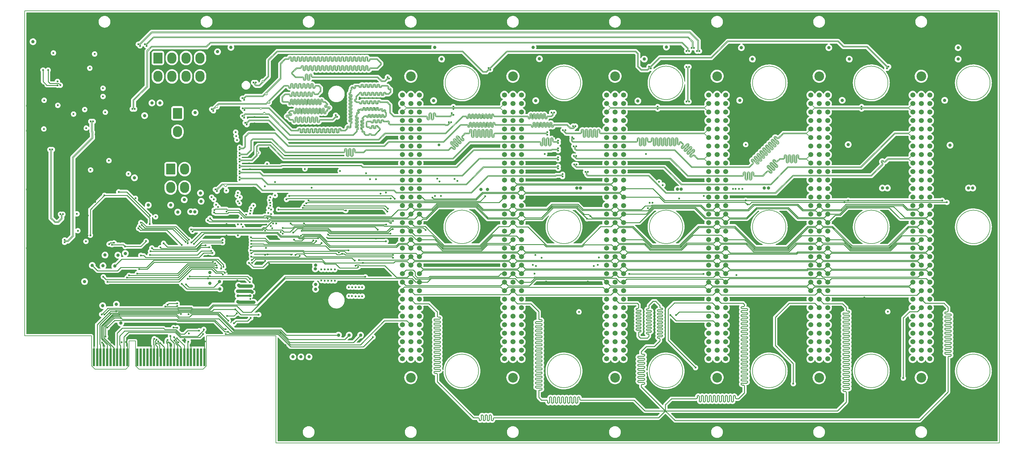
<source format=gbr>
G04 #@! TF.GenerationSoftware,KiCad,Pcbnew,6.0.7-f9a2dced07~116~ubuntu22.04.1*
G04 #@! TF.CreationDate,2023-05-03T15:08:02+01:00*
G04 #@! TF.ProjectId,hiltop_backplane_brd,68696c74-6f70-45f6-9261-636b706c616e,A*
G04 #@! TF.SameCoordinates,Original*
G04 #@! TF.FileFunction,Copper,L6,Bot*
G04 #@! TF.FilePolarity,Positive*
%FSLAX46Y46*%
G04 Gerber Fmt 4.6, Leading zero omitted, Abs format (unit mm)*
G04 Created by KiCad (PCBNEW 6.0.7-f9a2dced07~116~ubuntu22.04.1) date 2023-05-03 15:08:02*
%MOMM*%
%LPD*%
G01*
G04 APERTURE LIST*
G04 Aperture macros list*
%AMRoundRect*
0 Rectangle with rounded corners*
0 $1 Rounding radius*
0 $2 $3 $4 $5 $6 $7 $8 $9 X,Y pos of 4 corners*
0 Add a 4 corners polygon primitive as box body*
4,1,4,$2,$3,$4,$5,$6,$7,$8,$9,$2,$3,0*
0 Add four circle primitives for the rounded corners*
1,1,$1+$1,$2,$3*
1,1,$1+$1,$4,$5*
1,1,$1+$1,$6,$7*
1,1,$1+$1,$8,$9*
0 Add four rect primitives between the rounded corners*
20,1,$1+$1,$2,$3,$4,$5,0*
20,1,$1+$1,$4,$5,$6,$7,0*
20,1,$1+$1,$6,$7,$8,$9,0*
20,1,$1+$1,$8,$9,$2,$3,0*%
G04 Aperture macros list end*
G04 #@! TA.AperFunction,Profile*
%ADD10C,0.150000*%
G04 #@! TD*
G04 #@! TA.AperFunction,ComponentPad*
%ADD11C,2.900680*%
G04 #@! TD*
G04 #@! TA.AperFunction,ComponentPad*
%ADD12C,1.501140*%
G04 #@! TD*
G04 #@! TA.AperFunction,ComponentPad*
%ADD13RoundRect,0.250001X-1.099999X-1.399999X1.099999X-1.399999X1.099999X1.399999X-1.099999X1.399999X0*%
G04 #@! TD*
G04 #@! TA.AperFunction,ComponentPad*
%ADD14O,2.700000X3.300000*%
G04 #@! TD*
G04 #@! TA.AperFunction,SMDPad,CuDef*
%ADD15R,0.750000X5.300000*%
G04 #@! TD*
G04 #@! TA.AperFunction,ComponentPad*
%ADD16C,1.000000*%
G04 #@! TD*
G04 #@! TA.AperFunction,ViaPad*
%ADD17C,0.600000*%
G04 #@! TD*
G04 #@! TA.AperFunction,ViaPad*
%ADD18C,0.800000*%
G04 #@! TD*
G04 #@! TA.AperFunction,ViaPad*
%ADD19C,1.000000*%
G04 #@! TD*
G04 #@! TA.AperFunction,Conductor*
%ADD20C,0.250000*%
G04 #@! TD*
G04 #@! TA.AperFunction,Conductor*
%ADD21C,0.200000*%
G04 #@! TD*
G04 #@! TA.AperFunction,Conductor*
%ADD22C,0.500000*%
G04 #@! TD*
G04 #@! TA.AperFunction,Conductor*
%ADD23C,1.000000*%
G04 #@! TD*
G04 #@! TA.AperFunction,Conductor*
%ADD24C,0.150000*%
G04 #@! TD*
G04 APERTURE END LIST*
D10*
X179840000Y-50700000D02*
G75*
G03*
X179840000Y-50700000I-5000000J0D01*
G01*
X210320000Y-50700000D02*
G75*
G03*
X210320000Y-50700000I-5000000J0D01*
G01*
X240800000Y-50700000D02*
G75*
G03*
X240800000Y-50700000I-5000000J0D01*
G01*
X210320000Y-93700000D02*
G75*
G03*
X210320000Y-93700000I-5000000J0D01*
G01*
X240800000Y-93700000D02*
G75*
G03*
X240800000Y-93700000I-5000000J0D01*
G01*
X179840000Y-136700000D02*
G75*
G03*
X179840000Y-136700000I-5000000J0D01*
G01*
X210320000Y-136700000D02*
G75*
G03*
X210320000Y-136700000I-5000000J0D01*
G01*
X240800000Y-136700000D02*
G75*
G03*
X240800000Y-136700000I-5000000J0D01*
G01*
X179840000Y-93700000D02*
G75*
G03*
X179840000Y-93700000I-5000000J0D01*
G01*
X271600000Y-136700000D02*
G75*
G03*
X271600000Y-136700000I-5000000J0D01*
G01*
X65300000Y-136200000D02*
X74500000Y-136200000D01*
X75500000Y-135200000D02*
X75500000Y-127700000D01*
X98600000Y-126200000D02*
X119300000Y-126200000D01*
X302080000Y-136700000D02*
G75*
G03*
X302080000Y-136700000I-5000000J0D01*
G01*
X332560000Y-93700000D02*
G75*
G03*
X332560000Y-93700000I-5000000J0D01*
G01*
X75500000Y-135200000D02*
X74500000Y-136200000D01*
X97600000Y-136200000D02*
X98600000Y-135200000D01*
X332560000Y-50700000D02*
G75*
G03*
X332560000Y-50700000I-5000000J0D01*
G01*
X271600000Y-50700000D02*
G75*
G03*
X271600000Y-50700000I-5000000J0D01*
G01*
X302080000Y-93700000D02*
G75*
G03*
X302080000Y-93700000I-5000000J0D01*
G01*
X44300000Y-29200000D02*
X335300000Y-29200000D01*
X64300000Y-135200000D02*
X64300000Y-126200000D01*
X271600000Y-93700000D02*
G75*
G03*
X271600000Y-93700000I-5000000J0D01*
G01*
X332560000Y-136700000D02*
G75*
G03*
X332560000Y-136700000I-5000000J0D01*
G01*
X77400000Y-135200000D02*
X78400000Y-136200000D01*
X119300000Y-136200000D02*
X119300000Y-158200000D01*
X44300000Y-126200000D02*
X44300000Y-29200000D01*
X119300000Y-126200000D02*
X119300000Y-136200000D01*
X78400000Y-136200000D02*
X97600000Y-136200000D01*
X64300000Y-135200000D02*
X65300000Y-136200000D01*
X75500000Y-127700000D02*
X77400000Y-127700000D01*
X98600000Y-135200000D02*
X98600000Y-127700000D01*
X335300000Y-29200000D02*
X335300000Y-158200000D01*
X302080000Y-50700000D02*
G75*
G03*
X302080000Y-50700000I-5000000J0D01*
G01*
X98600000Y-127700000D02*
X98600000Y-126200000D01*
X335300000Y-158200000D02*
X119300000Y-158200000D01*
X77400000Y-127700000D02*
X77400000Y-135200000D01*
X64300000Y-126200000D02*
X44300000Y-126200000D01*
D11*
X159600000Y-48703900D03*
X159600000Y-138696100D03*
D12*
X157060000Y-54330000D03*
X159600000Y-54330000D03*
X162140000Y-54330000D03*
X157060000Y-56870000D03*
X159600000Y-56870000D03*
X162140000Y-56870000D03*
X157060000Y-59410000D03*
X159600000Y-59410000D03*
X162140000Y-59410000D03*
X157060000Y-61950000D03*
X159600000Y-61950000D03*
X162140000Y-61950000D03*
X157060000Y-64490000D03*
X159600000Y-64490000D03*
X162140000Y-64490000D03*
X157060000Y-67030000D03*
X159600000Y-67030000D03*
X162140000Y-67030000D03*
X157060000Y-69570000D03*
X159600000Y-69570000D03*
X162140000Y-69570000D03*
X157060000Y-72110000D03*
X159600000Y-72110000D03*
X162140000Y-72110000D03*
X157060000Y-74650000D03*
X159600000Y-74650000D03*
X162140000Y-74650000D03*
X157060000Y-77190000D03*
X159600000Y-77190000D03*
X162140000Y-77190000D03*
X157060000Y-79730000D03*
X159600000Y-79730000D03*
X162140000Y-79730000D03*
X157060000Y-82270000D03*
X159600000Y-82270000D03*
X162140000Y-82270000D03*
X157060000Y-84810000D03*
X159600000Y-84810000D03*
X162140000Y-84810000D03*
X157060000Y-87350000D03*
X159600000Y-87350000D03*
X162140000Y-87350000D03*
X157060000Y-89890000D03*
X159600000Y-89890000D03*
X162140000Y-89890000D03*
X157060000Y-92430000D03*
X159600000Y-92430000D03*
X162140000Y-92430000D03*
X157060000Y-94970000D03*
X159600000Y-94970000D03*
X162140000Y-94970000D03*
X157060000Y-97510000D03*
X159600000Y-97510000D03*
X162140000Y-97510000D03*
X157060000Y-100050000D03*
X159600000Y-100050000D03*
X162140000Y-100050000D03*
X157060000Y-102590000D03*
X159600000Y-102590000D03*
X162140000Y-102590000D03*
X157060000Y-105130000D03*
X159600000Y-105130000D03*
X162140000Y-105130000D03*
X157060000Y-107670000D03*
X159600000Y-107670000D03*
X162140000Y-107670000D03*
X157060000Y-110210000D03*
X159600000Y-110210000D03*
X162140000Y-110210000D03*
X157060000Y-112750000D03*
X159600000Y-112750000D03*
X162140000Y-112750000D03*
X157060000Y-115290000D03*
X159600000Y-115290000D03*
X162140000Y-115290000D03*
X157060000Y-117830000D03*
X159600000Y-117830000D03*
X162140000Y-117830000D03*
X157060000Y-120370000D03*
X159600000Y-120370000D03*
X162140000Y-120370000D03*
X157060000Y-122910000D03*
X159600000Y-122910000D03*
X162140000Y-122910000D03*
X157060000Y-125450000D03*
X159600000Y-125450000D03*
X162140000Y-125450000D03*
X157060000Y-127990000D03*
X159600000Y-127990000D03*
X162140000Y-127990000D03*
X157060000Y-130530000D03*
X159600000Y-130530000D03*
X162140000Y-130530000D03*
X157060000Y-133070000D03*
X159600000Y-133070000D03*
X162140000Y-133070000D03*
D11*
X190080000Y-138696100D03*
X190080000Y-48703900D03*
D12*
X187540000Y-54330000D03*
X190080000Y-54330000D03*
X192620000Y-54330000D03*
X187540000Y-56870000D03*
X190080000Y-56870000D03*
X192620000Y-56870000D03*
X187540000Y-59410000D03*
X190080000Y-59410000D03*
X192620000Y-59410000D03*
X187540000Y-61950000D03*
X190080000Y-61950000D03*
X192620000Y-61950000D03*
X187540000Y-64490000D03*
X190080000Y-64490000D03*
X192620000Y-64490000D03*
X187540000Y-67030000D03*
X190080000Y-67030000D03*
X192620000Y-67030000D03*
X187540000Y-69570000D03*
X190080000Y-69570000D03*
X192620000Y-69570000D03*
X187540000Y-72110000D03*
X190080000Y-72110000D03*
X192620000Y-72110000D03*
X187540000Y-74650000D03*
X190080000Y-74650000D03*
X192620000Y-74650000D03*
X187540000Y-77190000D03*
X190080000Y-77190000D03*
X192620000Y-77190000D03*
X187540000Y-79730000D03*
X190080000Y-79730000D03*
X192620000Y-79730000D03*
X187540000Y-82270000D03*
X190080000Y-82270000D03*
X192620000Y-82270000D03*
X187540000Y-84810000D03*
X190080000Y-84810000D03*
X192620000Y-84810000D03*
X187540000Y-87350000D03*
X190080000Y-87350000D03*
X192620000Y-87350000D03*
X187540000Y-89890000D03*
X190080000Y-89890000D03*
X192620000Y-89890000D03*
X187540000Y-92430000D03*
X190080000Y-92430000D03*
X192620000Y-92430000D03*
X187540000Y-94970000D03*
X190080000Y-94970000D03*
X192620000Y-94970000D03*
X187540000Y-97510000D03*
X190080000Y-97510000D03*
X192620000Y-97510000D03*
X187540000Y-100050000D03*
X190080000Y-100050000D03*
X192620000Y-100050000D03*
X187540000Y-102590000D03*
X190080000Y-102590000D03*
X192620000Y-102590000D03*
X187540000Y-105130000D03*
X190080000Y-105130000D03*
X192620000Y-105130000D03*
X187540000Y-107670000D03*
X190080000Y-107670000D03*
X192620000Y-107670000D03*
X187540000Y-110210000D03*
X190080000Y-110210000D03*
X192620000Y-110210000D03*
X187540000Y-112750000D03*
X190080000Y-112750000D03*
X192620000Y-112750000D03*
X187540000Y-115290000D03*
X190080000Y-115290000D03*
X192620000Y-115290000D03*
X187540000Y-117830000D03*
X190080000Y-117830000D03*
X192620000Y-117830000D03*
X187540000Y-120370000D03*
X190080000Y-120370000D03*
X192620000Y-120370000D03*
X187540000Y-122910000D03*
X190080000Y-122910000D03*
X192620000Y-122910000D03*
X187540000Y-125450000D03*
X190080000Y-125450000D03*
X192620000Y-125450000D03*
X187540000Y-127990000D03*
X190080000Y-127990000D03*
X192620000Y-127990000D03*
X187540000Y-130530000D03*
X190080000Y-130530000D03*
X192620000Y-130530000D03*
X187540000Y-133070000D03*
X190080000Y-133070000D03*
X192620000Y-133070000D03*
D11*
X220560000Y-48703900D03*
X220560000Y-138696100D03*
D12*
X218020000Y-54330000D03*
X220560000Y-54330000D03*
X223100000Y-54330000D03*
X218020000Y-56870000D03*
X220560000Y-56870000D03*
X223100000Y-56870000D03*
X218020000Y-59410000D03*
X220560000Y-59410000D03*
X223100000Y-59410000D03*
X218020000Y-61950000D03*
X220560000Y-61950000D03*
X223100000Y-61950000D03*
X218020000Y-64490000D03*
X220560000Y-64490000D03*
X223100000Y-64490000D03*
X218020000Y-67030000D03*
X220560000Y-67030000D03*
X223100000Y-67030000D03*
X218020000Y-69570000D03*
X220560000Y-69570000D03*
X223100000Y-69570000D03*
X218020000Y-72110000D03*
X220560000Y-72110000D03*
X223100000Y-72110000D03*
X218020000Y-74650000D03*
X220560000Y-74650000D03*
X223100000Y-74650000D03*
X218020000Y-77190000D03*
X220560000Y-77190000D03*
X223100000Y-77190000D03*
X218020000Y-79730000D03*
X220560000Y-79730000D03*
X223100000Y-79730000D03*
X218020000Y-82270000D03*
X220560000Y-82270000D03*
X223100000Y-82270000D03*
X218020000Y-84810000D03*
X220560000Y-84810000D03*
X223100000Y-84810000D03*
X218020000Y-87350000D03*
X220560000Y-87350000D03*
X223100000Y-87350000D03*
X218020000Y-89890000D03*
X220560000Y-89890000D03*
X223100000Y-89890000D03*
X218020000Y-92430000D03*
X220560000Y-92430000D03*
X223100000Y-92430000D03*
X218020000Y-94970000D03*
X220560000Y-94970000D03*
X223100000Y-94970000D03*
X218020000Y-97510000D03*
X220560000Y-97510000D03*
X223100000Y-97510000D03*
X218020000Y-100050000D03*
X220560000Y-100050000D03*
X223100000Y-100050000D03*
X218020000Y-102590000D03*
X220560000Y-102590000D03*
X223100000Y-102590000D03*
X218020000Y-105130000D03*
X220560000Y-105130000D03*
X223100000Y-105130000D03*
X218020000Y-107670000D03*
X220560000Y-107670000D03*
X223100000Y-107670000D03*
X218020000Y-110210000D03*
X220560000Y-110210000D03*
X223100000Y-110210000D03*
X218020000Y-112750000D03*
X220560000Y-112750000D03*
X223100000Y-112750000D03*
X218020000Y-115290000D03*
X220560000Y-115290000D03*
X223100000Y-115290000D03*
X218020000Y-117830000D03*
X220560000Y-117830000D03*
X223100000Y-117830000D03*
X218020000Y-120370000D03*
X220560000Y-120370000D03*
X223100000Y-120370000D03*
X218020000Y-122910000D03*
X220560000Y-122910000D03*
X223100000Y-122910000D03*
X218020000Y-125450000D03*
X220560000Y-125450000D03*
X223100000Y-125450000D03*
X218020000Y-127990000D03*
X220560000Y-127990000D03*
X223100000Y-127990000D03*
X218020000Y-130530000D03*
X220560000Y-130530000D03*
X223100000Y-130530000D03*
X218020000Y-133070000D03*
X220560000Y-133070000D03*
X223100000Y-133070000D03*
D13*
X84074000Y-43268000D03*
D14*
X88274000Y-43268000D03*
X92474000Y-43268000D03*
X96674000Y-43268000D03*
X84074000Y-48768000D03*
X88274000Y-48768000D03*
X92474000Y-48768000D03*
X96674000Y-48768000D03*
D13*
X89916000Y-59778000D03*
D14*
X89916000Y-65278000D03*
D13*
X87884000Y-76454000D03*
D14*
X92084000Y-76454000D03*
X87884000Y-81954000D03*
X92084000Y-81954000D03*
D15*
X64954000Y-132600000D03*
X65954000Y-132600000D03*
X66954000Y-132600000D03*
X67954000Y-132600000D03*
X68954000Y-132600000D03*
X69954000Y-132600000D03*
X70954000Y-132600000D03*
X71954000Y-132600000D03*
X72954000Y-132600000D03*
X73954000Y-132600000D03*
X74954000Y-132600000D03*
X77954000Y-132600000D03*
X78954000Y-132600000D03*
X79954000Y-132600000D03*
X80954000Y-132600000D03*
X81954000Y-132600000D03*
X82954000Y-132600000D03*
X83954000Y-132600000D03*
X84954000Y-132600000D03*
X85954000Y-132600000D03*
X86954000Y-132600000D03*
X87954000Y-132600000D03*
X88954000Y-132600000D03*
X89954000Y-132600000D03*
X90954000Y-132600000D03*
X91954000Y-132600000D03*
X92954000Y-132600000D03*
X93954000Y-132600000D03*
X94954000Y-132600000D03*
X95954000Y-132600000D03*
X96954000Y-132600000D03*
X97954000Y-132600000D03*
D16*
X67600000Y-117200000D03*
X71700000Y-116800000D03*
X62200000Y-110000000D03*
X73000000Y-122400000D03*
X138000000Y-126000000D03*
X141200000Y-126000000D03*
X144600000Y-126000000D03*
X68300000Y-102100000D03*
X67700000Y-105300000D03*
X64500000Y-105200000D03*
X71200000Y-105400000D03*
X102600000Y-112200000D03*
X102500000Y-110000000D03*
X99600000Y-110500000D03*
X77090000Y-79040000D03*
X99600000Y-107300000D03*
X81200000Y-87200000D03*
X72130000Y-102140000D03*
X74350000Y-101620000D03*
X46800000Y-38400000D03*
X101900000Y-41400000D03*
X95200000Y-59600000D03*
X82300000Y-56700000D03*
X84700000Y-56700000D03*
X80120000Y-60470000D03*
X87900000Y-87200000D03*
X96800000Y-83600000D03*
X97010000Y-86030000D03*
X124400000Y-132500000D03*
D11*
X251040000Y-138696100D03*
X251040000Y-48703900D03*
D12*
X248500000Y-54330000D03*
X251040000Y-54330000D03*
X253580000Y-54330000D03*
X248500000Y-56870000D03*
X251040000Y-56870000D03*
X253580000Y-56870000D03*
X248500000Y-59410000D03*
X251040000Y-59410000D03*
X253580000Y-59410000D03*
X248500000Y-61950000D03*
X251040000Y-61950000D03*
X253580000Y-61950000D03*
X248500000Y-64490000D03*
X251040000Y-64490000D03*
X253580000Y-64490000D03*
X248500000Y-67030000D03*
X251040000Y-67030000D03*
X253580000Y-67030000D03*
X248500000Y-69570000D03*
X251040000Y-69570000D03*
X253580000Y-69570000D03*
X248500000Y-72110000D03*
X251040000Y-72110000D03*
X253580000Y-72110000D03*
X248500000Y-74650000D03*
X251040000Y-74650000D03*
X253580000Y-74650000D03*
X248500000Y-77190000D03*
X251040000Y-77190000D03*
X253580000Y-77190000D03*
X248500000Y-79730000D03*
X251040000Y-79730000D03*
X253580000Y-79730000D03*
X248500000Y-82270000D03*
X251040000Y-82270000D03*
X253580000Y-82270000D03*
X248500000Y-84810000D03*
X251040000Y-84810000D03*
X253580000Y-84810000D03*
X248500000Y-87350000D03*
X251040000Y-87350000D03*
X253580000Y-87350000D03*
X248500000Y-89890000D03*
X251040000Y-89890000D03*
X253580000Y-89890000D03*
X248500000Y-92430000D03*
X251040000Y-92430000D03*
X253580000Y-92430000D03*
X248500000Y-94970000D03*
X251040000Y-94970000D03*
X253580000Y-94970000D03*
X248500000Y-97510000D03*
X251040000Y-97510000D03*
X253580000Y-97510000D03*
X248500000Y-100050000D03*
X251040000Y-100050000D03*
X253580000Y-100050000D03*
X248500000Y-102590000D03*
X251040000Y-102590000D03*
X253580000Y-102590000D03*
X248500000Y-105130000D03*
X251040000Y-105130000D03*
X253580000Y-105130000D03*
X248500000Y-107670000D03*
X251040000Y-107670000D03*
X253580000Y-107670000D03*
X248500000Y-110210000D03*
X251040000Y-110210000D03*
X253580000Y-110210000D03*
X248500000Y-112750000D03*
X251040000Y-112750000D03*
X253580000Y-112750000D03*
X248500000Y-115290000D03*
X251040000Y-115290000D03*
X253580000Y-115290000D03*
X248500000Y-117830000D03*
X251040000Y-117830000D03*
X253580000Y-117830000D03*
X248500000Y-120370000D03*
X251040000Y-120370000D03*
X253580000Y-120370000D03*
X248500000Y-122910000D03*
X251040000Y-122910000D03*
X253580000Y-122910000D03*
X248500000Y-125450000D03*
X251040000Y-125450000D03*
X253580000Y-125450000D03*
X248500000Y-127990000D03*
X251040000Y-127990000D03*
X253580000Y-127990000D03*
X248500000Y-130530000D03*
X251040000Y-130530000D03*
X253580000Y-130530000D03*
X248500000Y-133070000D03*
X251040000Y-133070000D03*
X253580000Y-133070000D03*
D16*
X129200000Y-132500000D03*
D11*
X312000000Y-138696100D03*
X312000000Y-48703900D03*
D12*
X309460000Y-54330000D03*
X312000000Y-54330000D03*
X314540000Y-54330000D03*
X309460000Y-56870000D03*
X312000000Y-56870000D03*
X314540000Y-56870000D03*
X309460000Y-59410000D03*
X312000000Y-59410000D03*
X314540000Y-59410000D03*
X309460000Y-61950000D03*
X312000000Y-61950000D03*
X314540000Y-61950000D03*
X309460000Y-64490000D03*
X312000000Y-64490000D03*
X314540000Y-64490000D03*
X309460000Y-67030000D03*
X312000000Y-67030000D03*
X314540000Y-67030000D03*
X309460000Y-69570000D03*
X312000000Y-69570000D03*
X314540000Y-69570000D03*
X309460000Y-72110000D03*
X312000000Y-72110000D03*
X314540000Y-72110000D03*
X309460000Y-74650000D03*
X312000000Y-74650000D03*
X314540000Y-74650000D03*
X309460000Y-77190000D03*
X312000000Y-77190000D03*
X314540000Y-77190000D03*
X309460000Y-79730000D03*
X312000000Y-79730000D03*
X314540000Y-79730000D03*
X309460000Y-82270000D03*
X312000000Y-82270000D03*
X314540000Y-82270000D03*
X309460000Y-84810000D03*
X312000000Y-84810000D03*
X314540000Y-84810000D03*
X309460000Y-87350000D03*
X312000000Y-87350000D03*
X314540000Y-87350000D03*
X309460000Y-89890000D03*
X312000000Y-89890000D03*
X314540000Y-89890000D03*
X309460000Y-92430000D03*
X312000000Y-92430000D03*
X314540000Y-92430000D03*
X309460000Y-94970000D03*
X312000000Y-94970000D03*
X314540000Y-94970000D03*
X309460000Y-97510000D03*
X312000000Y-97510000D03*
X314540000Y-97510000D03*
X309460000Y-100050000D03*
X312000000Y-100050000D03*
X314540000Y-100050000D03*
X309460000Y-102590000D03*
X312000000Y-102590000D03*
X314540000Y-102590000D03*
X309460000Y-105130000D03*
X312000000Y-105130000D03*
X314540000Y-105130000D03*
X309460000Y-107670000D03*
X312000000Y-107670000D03*
X314540000Y-107670000D03*
X309460000Y-110210000D03*
X312000000Y-110210000D03*
X314540000Y-110210000D03*
X309460000Y-112750000D03*
X312000000Y-112750000D03*
X314540000Y-112750000D03*
X309460000Y-115290000D03*
X312000000Y-115290000D03*
X314540000Y-115290000D03*
X309460000Y-117830000D03*
X312000000Y-117830000D03*
X314540000Y-117830000D03*
X309460000Y-120370000D03*
X312000000Y-120370000D03*
X314540000Y-120370000D03*
X309460000Y-122910000D03*
X312000000Y-122910000D03*
X314540000Y-122910000D03*
X309460000Y-125450000D03*
X312000000Y-125450000D03*
X314540000Y-125450000D03*
X309460000Y-127990000D03*
X312000000Y-127990000D03*
X314540000Y-127990000D03*
X309460000Y-130530000D03*
X312000000Y-130530000D03*
X314540000Y-130530000D03*
X309460000Y-133070000D03*
X312000000Y-133070000D03*
X314540000Y-133070000D03*
D11*
X281520000Y-138696100D03*
X281520000Y-48703900D03*
D12*
X278980000Y-54330000D03*
X281520000Y-54330000D03*
X284060000Y-54330000D03*
X278980000Y-56870000D03*
X281520000Y-56870000D03*
X284060000Y-56870000D03*
X278980000Y-59410000D03*
X281520000Y-59410000D03*
X284060000Y-59410000D03*
X278980000Y-61950000D03*
X281520000Y-61950000D03*
X284060000Y-61950000D03*
X278980000Y-64490000D03*
X281520000Y-64490000D03*
X284060000Y-64490000D03*
X278980000Y-67030000D03*
X281520000Y-67030000D03*
X284060000Y-67030000D03*
X278980000Y-69570000D03*
X281520000Y-69570000D03*
X284060000Y-69570000D03*
X278980000Y-72110000D03*
X281520000Y-72110000D03*
X284060000Y-72110000D03*
X278980000Y-74650000D03*
X281520000Y-74650000D03*
X284060000Y-74650000D03*
X278980000Y-77190000D03*
X281520000Y-77190000D03*
X284060000Y-77190000D03*
X278980000Y-79730000D03*
X281520000Y-79730000D03*
X284060000Y-79730000D03*
X278980000Y-82270000D03*
X281520000Y-82270000D03*
X284060000Y-82270000D03*
X278980000Y-84810000D03*
X281520000Y-84810000D03*
X284060000Y-84810000D03*
X278980000Y-87350000D03*
X281520000Y-87350000D03*
X284060000Y-87350000D03*
X278980000Y-89890000D03*
X281520000Y-89890000D03*
X284060000Y-89890000D03*
X278980000Y-92430000D03*
X281520000Y-92430000D03*
X284060000Y-92430000D03*
X278980000Y-94970000D03*
X281520000Y-94970000D03*
X284060000Y-94970000D03*
X278980000Y-97510000D03*
X281520000Y-97510000D03*
X284060000Y-97510000D03*
X278980000Y-100050000D03*
X281520000Y-100050000D03*
X284060000Y-100050000D03*
X278980000Y-102590000D03*
X281520000Y-102590000D03*
X284060000Y-102590000D03*
X278980000Y-105130000D03*
X281520000Y-105130000D03*
X284060000Y-105130000D03*
X278980000Y-107670000D03*
X281520000Y-107670000D03*
X284060000Y-107670000D03*
X278980000Y-110210000D03*
X281520000Y-110210000D03*
X284060000Y-110210000D03*
X278980000Y-112750000D03*
X281520000Y-112750000D03*
X284060000Y-112750000D03*
X278980000Y-115290000D03*
X281520000Y-115290000D03*
X284060000Y-115290000D03*
X278980000Y-117830000D03*
X281520000Y-117830000D03*
X284060000Y-117830000D03*
X278980000Y-120370000D03*
X281520000Y-120370000D03*
X284060000Y-120370000D03*
X278980000Y-122910000D03*
X281520000Y-122910000D03*
X284060000Y-122910000D03*
X278980000Y-125450000D03*
X281520000Y-125450000D03*
X284060000Y-125450000D03*
X278980000Y-127990000D03*
X281520000Y-127990000D03*
X284060000Y-127990000D03*
X278980000Y-130530000D03*
X281520000Y-130530000D03*
X284060000Y-130530000D03*
X278980000Y-133070000D03*
X281520000Y-133070000D03*
X284060000Y-133070000D03*
D16*
X126800000Y-132500000D03*
D17*
X316000000Y-49000000D03*
X139000000Y-58000000D03*
X63000000Y-74000000D03*
X62000000Y-102000000D03*
X69000000Y-113000000D03*
X82500000Y-32500000D03*
X72500000Y-32500000D03*
X62500000Y-32500000D03*
X92500000Y-32500000D03*
X102500000Y-32500000D03*
X112500000Y-32500000D03*
X125000000Y-32500000D03*
X135000000Y-32500000D03*
X145000000Y-32500000D03*
X155000000Y-32500000D03*
X165000000Y-32500000D03*
X175000000Y-32500000D03*
X185000000Y-32500000D03*
X195000000Y-32500000D03*
X215000000Y-32500000D03*
X205000000Y-32500000D03*
X236000000Y-32000000D03*
X232500000Y-77500000D03*
X240000000Y-77500000D03*
X232350000Y-142940000D03*
X240000000Y-142500000D03*
X247000000Y-155000000D03*
X225000000Y-155000000D03*
X236000000Y-155000000D03*
X215000000Y-155000000D03*
X195000000Y-155000000D03*
X205000000Y-155000000D03*
X185000000Y-155000000D03*
X165000000Y-155000000D03*
X177500000Y-155000000D03*
X152500000Y-155000000D03*
X132500000Y-155000000D03*
X142500000Y-155000000D03*
X122500000Y-155000000D03*
X122200000Y-129000000D03*
X142500000Y-140000000D03*
X122500000Y-140000000D03*
X60000000Y-120000000D03*
X65070000Y-119100000D03*
X60000000Y-125000000D03*
X52500000Y-125000000D03*
X47500000Y-125000000D03*
X47500000Y-117500000D03*
X47500000Y-110000000D03*
X47500000Y-100000000D03*
X47500000Y-82500000D03*
X47500000Y-72500000D03*
X47500000Y-65000000D03*
X47500000Y-57500000D03*
X45000000Y-57500000D03*
X45000000Y-65000000D03*
X45000000Y-82500000D03*
X45000000Y-100000000D03*
X57500000Y-117500000D03*
X60000000Y-107500000D03*
X55000000Y-100000000D03*
X47500000Y-80000000D03*
X102500000Y-62500000D03*
X85000000Y-62500000D03*
X85000000Y-70000000D03*
X92500000Y-70000000D03*
X84600000Y-87600000D03*
X97900000Y-81700000D03*
X170000000Y-97500000D03*
X167500000Y-92500000D03*
X202400000Y-66700000D03*
X210000000Y-75000000D03*
X170000000Y-75000000D03*
X180000000Y-97500000D03*
X170000000Y-105000000D03*
X180000000Y-105000000D03*
X182500000Y-115000000D03*
X200000000Y-110000000D03*
X212500000Y-110000000D03*
X200000000Y-132500000D03*
X200000000Y-140000000D03*
X217500000Y-142500000D03*
X225000000Y-142500000D03*
X167500000Y-142500000D03*
X102500000Y-70000000D03*
X75000000Y-67500000D03*
X61976000Y-53086000D03*
X60506000Y-51616000D03*
X63446000Y-51616000D03*
X60506000Y-54556000D03*
X63446000Y-54556000D03*
X69450000Y-89770000D03*
X75000000Y-89770000D03*
X69450000Y-95650000D03*
X75000000Y-95650000D03*
X54600000Y-97380000D03*
X179900000Y-142390000D03*
X181490000Y-145230000D03*
X186060000Y-142030000D03*
X72390000Y-92710000D03*
X51400000Y-42600000D03*
X75350000Y-81110000D03*
X104750000Y-87370000D03*
X92057984Y-127242016D03*
X116900000Y-101900000D03*
X116110000Y-102050000D03*
X91600000Y-113800000D03*
D18*
X128800000Y-115800000D03*
D17*
X123900000Y-102000000D03*
X277000000Y-155000000D03*
X297000000Y-155000000D03*
X277300000Y-81800000D03*
X112600000Y-71900000D03*
X295000000Y-114800000D03*
X49200000Y-54400000D03*
X149200000Y-97200000D03*
X126000000Y-68600000D03*
X80000000Y-96550000D03*
X104740000Y-85570000D03*
X67175000Y-84000000D03*
X111600000Y-76500000D03*
X110400000Y-99900000D03*
X208400000Y-119000000D03*
X148200000Y-112400000D03*
X325000000Y-32000000D03*
X104670000Y-74940000D03*
X110400000Y-103500000D03*
X225000000Y-32000000D03*
X78080000Y-95480000D03*
X317000000Y-155000000D03*
X94155191Y-128113421D03*
X74980000Y-87270000D03*
X112970000Y-60920000D03*
X305000000Y-68000000D03*
X111400000Y-74700000D03*
X73020000Y-85550000D03*
X50000000Y-51400000D03*
X90190000Y-128119986D03*
X62080000Y-86090000D03*
X64490000Y-47550000D03*
X117300000Y-104624500D03*
X111600000Y-72700000D03*
X116400000Y-99924501D03*
X241000000Y-90000000D03*
X63220000Y-90270000D03*
X104700000Y-71150000D03*
X72330000Y-73910000D03*
X203800000Y-122899500D03*
X212368761Y-117368761D03*
X290800000Y-115600000D03*
X112780006Y-112300010D03*
X278000000Y-32000000D03*
X110400000Y-98200000D03*
X78910000Y-91070000D03*
D18*
X132400000Y-111800000D03*
D17*
X267000000Y-32000000D03*
X104600000Y-91000000D03*
X98124980Y-127902103D03*
X111699998Y-115200000D03*
X59200000Y-42800000D03*
X116094000Y-89486000D03*
X104730000Y-69390000D03*
X296800000Y-122800000D03*
X65500000Y-66110000D03*
X296000000Y-65000000D03*
X70600000Y-65400000D03*
X104580000Y-92880000D03*
X62820000Y-66380000D03*
X104760000Y-107160000D03*
X62230000Y-82880000D03*
X333000000Y-155000000D03*
X112682461Y-114100022D03*
X63980000Y-125060000D03*
X308000000Y-155000000D03*
X104620000Y-96300000D03*
X71600000Y-60600000D03*
X70220000Y-128240000D03*
X333000000Y-119000000D03*
X116422375Y-92972375D03*
X101200000Y-124800000D03*
X290800000Y-93100000D03*
X116000000Y-110100000D03*
X116003998Y-87686000D03*
X255000000Y-155000000D03*
X119600000Y-96574500D03*
X72950000Y-98170000D03*
X66790000Y-93485010D03*
X67440000Y-128220000D03*
X113400000Y-46400000D03*
X308000000Y-32000000D03*
X65420000Y-86210000D03*
X104070000Y-62180000D03*
X333000000Y-61000000D03*
X47500000Y-32500000D03*
X115996000Y-84086000D03*
X56000000Y-74600000D03*
X104800000Y-115000000D03*
X50800000Y-57400000D03*
X103900000Y-76570000D03*
X104680000Y-72670000D03*
X285000000Y-32000000D03*
X61700000Y-64200000D03*
X333000000Y-140000000D03*
X333000000Y-76000000D03*
X199000000Y-93600000D03*
X211000000Y-85000000D03*
X104700000Y-112000000D03*
X205200000Y-123000000D03*
X284400000Y-50800000D03*
X112900000Y-84700000D03*
X202400000Y-123000000D03*
X104700000Y-113600000D03*
X235800000Y-115200000D03*
X71150000Y-46050000D03*
X316000000Y-32000000D03*
X73240000Y-128180000D03*
X81674990Y-129100000D03*
X259800000Y-94000000D03*
X247000000Y-32000000D03*
X286000000Y-81000000D03*
X104080000Y-63930000D03*
X109800000Y-120800000D03*
X300200000Y-119200000D03*
X333000000Y-44000000D03*
X103800000Y-93300000D03*
X153200000Y-46200000D03*
X295600000Y-122800500D03*
X70357994Y-101697994D03*
X104670000Y-105330000D03*
X228400000Y-93600000D03*
X70600000Y-51800000D03*
X58300000Y-62700000D03*
X333000000Y-32000000D03*
X116100000Y-94800000D03*
X183400000Y-52000000D03*
X303200000Y-115000000D03*
X203110000Y-114860000D03*
X107820000Y-109650000D03*
X224400000Y-49800000D03*
X63080000Y-96190000D03*
X70130000Y-70460000D03*
X87194635Y-128129546D03*
X74500000Y-128040000D03*
X293800000Y-122800000D03*
X116046000Y-85886000D03*
X117100000Y-70000000D03*
X256000000Y-49000000D03*
X266000000Y-155000000D03*
X75434429Y-86354990D03*
X116850000Y-91250000D03*
X114860000Y-52740000D03*
X112990000Y-64290000D03*
X70500000Y-54800000D03*
X201500000Y-56000000D03*
X83751002Y-128491136D03*
X138000000Y-50000000D03*
X150400000Y-132000000D03*
X67490000Y-88240000D03*
X67710000Y-70190000D03*
X99100000Y-102250000D03*
X66740000Y-96900000D03*
X124200000Y-86600000D03*
X104050000Y-54430000D03*
X264200000Y-115800000D03*
X112600000Y-81900000D03*
X301800000Y-89600000D03*
X66310000Y-95470000D03*
X63420000Y-83120000D03*
X136000000Y-123400000D03*
X54400000Y-83600000D03*
X104590000Y-89130000D03*
X116090000Y-103875000D03*
X270700000Y-98500000D03*
X212000000Y-94000000D03*
X200000000Y-46400000D03*
X110400000Y-101800000D03*
X286000000Y-155000000D03*
X116090000Y-71440000D03*
X333000000Y-98000000D03*
X143000000Y-89000000D03*
X255000000Y-32000000D03*
X65860000Y-94260000D03*
X72200000Y-65400000D03*
X297000000Y-32000000D03*
X112960000Y-62790000D03*
X265600000Y-64600000D03*
X75650000Y-101090000D03*
X90940000Y-119680000D03*
X237000000Y-62000000D03*
X69530795Y-98826672D03*
X71000000Y-98469994D03*
X54940000Y-51390000D03*
X51308000Y-46880000D03*
X63920000Y-96190000D03*
X68130000Y-84290000D03*
X81675000Y-92874990D03*
X70347869Y-99003359D03*
X80580000Y-97960000D03*
X72400000Y-83260000D03*
X74320000Y-99570000D03*
X81696239Y-90363761D03*
X64050000Y-62200000D03*
X56250000Y-97600000D03*
X64750000Y-62200000D03*
X56250000Y-98300000D03*
X52550000Y-70600000D03*
X55015775Y-89916020D03*
X55715775Y-89916020D03*
X51850000Y-70600000D03*
X49784000Y-46880000D03*
X54130000Y-51400000D03*
X86275021Y-117485578D03*
X152150000Y-83475500D03*
X259600000Y-85800000D03*
X290214430Y-85785570D03*
X89876628Y-117269949D03*
X318285570Y-85785570D03*
X101450000Y-87100000D03*
X166100000Y-85000000D03*
X319650000Y-86350000D03*
X289050000Y-86350000D03*
X86995807Y-116934461D03*
X102080000Y-87800000D03*
X150600000Y-83800000D03*
X260200000Y-87000000D03*
X89831810Y-116571373D03*
X99043760Y-91713762D03*
X154270000Y-91870000D03*
X212233750Y-91266250D03*
X89870000Y-123790000D03*
X88790000Y-123780000D03*
X99647778Y-91109744D03*
X213200000Y-90500000D03*
X80747488Y-39647488D03*
X243450000Y-40223942D03*
X244150000Y-40223942D03*
X80252512Y-39152512D03*
X78747488Y-39647488D03*
X245050000Y-41202252D03*
X245750000Y-41202252D03*
X78252512Y-39152512D03*
X68985009Y-123783744D03*
X105045105Y-124987583D03*
X111800000Y-120900000D03*
X106800000Y-122500000D03*
X237100000Y-120000500D03*
X104311799Y-124254277D03*
X73025042Y-120825042D03*
X238800000Y-120000500D03*
X107600000Y-119500000D03*
X104300000Y-125700000D03*
X148300000Y-126600000D03*
X104800000Y-120300000D03*
X68459999Y-126440000D03*
X235600000Y-148600000D03*
X69955000Y-119655000D03*
X105103737Y-121689992D03*
X107200000Y-118311915D03*
X71700000Y-118900009D03*
X114200000Y-119900000D03*
X94825010Y-98769359D03*
X94130000Y-98340000D03*
X93200002Y-128000000D03*
X89800365Y-126963620D03*
X94413625Y-95024099D03*
X88898304Y-126632505D03*
X153740000Y-92460000D03*
X94051537Y-94425008D03*
X88991781Y-127674516D03*
X100870000Y-89410000D03*
X100930000Y-88650000D03*
X87846752Y-126295045D03*
X100790000Y-85500000D03*
X86966752Y-127459629D03*
X147400000Y-79500000D03*
X166850000Y-84450000D03*
X168561693Y-84419937D03*
X100130000Y-84820000D03*
X168150000Y-80100000D03*
X146250000Y-77700000D03*
X173500000Y-80000000D03*
X84801013Y-128438481D03*
X172700000Y-79400000D03*
X84174968Y-127901453D03*
X107700000Y-67750000D03*
X167500000Y-79300000D03*
X107450000Y-66600000D03*
X83649958Y-127424357D03*
X107300000Y-65400000D03*
X83034191Y-127091420D03*
X146019997Y-108604990D03*
X67300000Y-119810000D03*
X68100000Y-119850000D03*
D19*
X91948000Y-85598000D03*
D17*
X67700000Y-52300000D03*
X259600000Y-69100000D03*
X50140000Y-55890000D03*
D19*
X290200000Y-69100000D03*
D18*
X168045000Y-69245000D03*
D17*
X54210000Y-57400000D03*
X199600000Y-71900000D03*
X58900000Y-60000000D03*
D19*
X320600000Y-69300000D03*
D17*
X62250000Y-58650000D03*
X62600000Y-98010000D03*
X93270000Y-119740000D03*
X63990000Y-76700000D03*
X302000000Y-119000000D03*
X229800000Y-71900000D03*
D19*
X131170000Y-112290000D03*
D17*
X63760000Y-46300000D03*
X52899998Y-41776500D03*
X54098761Y-50261239D03*
X83410000Y-90650000D03*
X65200000Y-42050000D03*
X93350000Y-125520000D03*
X68390000Y-59460000D03*
X67700000Y-54749500D03*
X209800000Y-119074500D03*
X60198000Y-94842000D03*
X59930000Y-89800000D03*
X75300000Y-77850000D03*
X69460000Y-73910000D03*
X50050000Y-64450000D03*
X77396239Y-85153761D03*
X62700000Y-64200000D03*
D19*
X90020000Y-89270000D03*
X131200000Y-110900000D03*
X131140000Y-105125010D03*
X95095000Y-89175000D03*
X93860000Y-89150002D03*
X131078699Y-106223312D03*
X288400000Y-55900000D03*
X319000000Y-55900000D03*
X196900000Y-56000000D03*
X257800000Y-55900000D03*
X166400000Y-56000000D03*
X227400000Y-56100000D03*
X196100000Y-40100000D03*
X166700000Y-40100000D03*
X323000000Y-40200000D03*
X258300000Y-40200000D03*
X105900000Y-40100000D03*
X235900000Y-40000000D03*
X284400000Y-40200000D03*
X290500000Y-43600000D03*
X198000000Y-43500000D03*
X229300000Y-43600000D03*
X261600000Y-43600000D03*
X168800000Y-43600000D03*
X323000000Y-43600000D03*
X301894500Y-82105500D03*
X240300000Y-82400000D03*
X239223000Y-82423000D03*
X182500000Y-82500000D03*
X266394500Y-82105500D03*
X180500000Y-82500000D03*
X209194500Y-82105500D03*
X326105500Y-82105500D03*
X265105500Y-82105500D03*
X210280000Y-82100000D03*
X327394500Y-82105500D03*
X300394500Y-82105500D03*
D18*
X108000000Y-114300000D03*
X111600000Y-114300000D03*
D19*
X112700000Y-116200000D03*
X108000000Y-116000000D03*
X108200000Y-111100000D03*
X112000000Y-111400000D03*
X107900000Y-112900000D03*
X112200012Y-113200012D03*
D17*
X112000000Y-102600000D03*
X126400000Y-102300000D03*
X134944585Y-96002108D03*
X142100000Y-111685000D03*
X141100000Y-111685000D03*
X154300000Y-102064990D03*
X112000000Y-101600000D03*
X139100000Y-101700000D03*
X136900000Y-106400000D03*
X111800000Y-100700000D03*
X138094990Y-101305010D03*
X111900000Y-99700000D03*
X135800000Y-106400000D03*
X141000000Y-100700000D03*
X142833977Y-103798069D03*
X112100000Y-103600000D03*
X143100000Y-105300000D03*
X143100000Y-111700000D03*
X112200000Y-104400000D03*
X145300000Y-104400000D03*
X144100000Y-111715000D03*
X111300000Y-104400000D03*
X143900000Y-105644990D03*
X145100000Y-111715000D03*
X144169364Y-103573113D03*
X112650000Y-50600000D03*
X183347488Y-46747488D03*
X231247488Y-46347488D03*
X294200000Y-57790000D03*
X172300000Y-57790000D03*
X233300000Y-57790000D03*
X301752512Y-46347488D03*
X172300000Y-58490000D03*
X230752512Y-45852512D03*
X113350000Y-50600000D03*
X302247488Y-45852512D03*
X294200000Y-58490000D03*
X182852512Y-46252512D03*
X233300000Y-58490000D03*
X153147488Y-49447488D03*
X109817488Y-55777488D03*
X152652512Y-48952512D03*
X109322512Y-55282512D03*
X100647488Y-59047488D03*
X137647488Y-60847488D03*
X100152512Y-58552512D03*
X137152512Y-60352512D03*
X112000000Y-98800000D03*
X224800000Y-107700000D03*
X132968731Y-98484833D03*
X256800000Y-108100000D03*
X196530000Y-107670000D03*
X247000000Y-107700000D03*
X134900000Y-106400000D03*
X133900000Y-106400000D03*
X112000000Y-97800000D03*
X131366099Y-97920246D03*
X130487518Y-97725010D03*
X111900000Y-96800000D03*
X132900000Y-106400000D03*
X138500000Y-77000000D03*
X116700000Y-74900000D03*
X154300000Y-102875989D03*
X125200000Y-102100000D03*
X126736817Y-96366043D03*
X152200000Y-98000000D03*
X153500000Y-95700000D03*
X126999980Y-94900024D03*
X152301710Y-92969736D03*
X127712288Y-92638258D03*
X127373003Y-88000000D03*
X152600000Y-89100000D03*
X152797137Y-88285685D03*
X127800000Y-87300000D03*
X128400000Y-86700000D03*
X181850000Y-84550000D03*
X129100000Y-85849929D03*
X127978193Y-76378191D03*
X170980000Y-62470000D03*
X109372512Y-60612512D03*
X109867488Y-61107488D03*
X171680000Y-62470000D03*
X171852512Y-59752512D03*
X109403751Y-58287604D03*
X172347488Y-60247488D03*
X109898727Y-58782580D03*
X110647488Y-63147488D03*
X202350000Y-59560000D03*
X110152512Y-62652512D03*
X201650000Y-59560000D03*
X108500000Y-70600000D03*
X208750000Y-63600000D03*
X108500000Y-69900000D03*
X208050000Y-63600000D03*
X123300000Y-84500000D03*
X154800000Y-85300000D03*
X153600000Y-85200000D03*
X122500000Y-85500000D03*
X149200000Y-79500000D03*
X119092628Y-80307372D03*
X154200000Y-94400000D03*
X124524500Y-95400000D03*
X123700000Y-92700000D03*
X164000000Y-94600000D03*
X131900000Y-97100045D03*
X214200000Y-105400000D03*
X197000000Y-105400000D03*
X124713179Y-97499774D03*
X196000000Y-105000000D03*
X140200000Y-88800000D03*
X120100000Y-88500000D03*
X215400000Y-105000000D03*
X130000000Y-82000000D03*
X198700000Y-102900000D03*
X116000000Y-81600000D03*
X215800000Y-102800000D03*
X119100000Y-84300000D03*
X149684018Y-94524979D03*
X196800000Y-102030011D03*
X121400000Y-94000000D03*
X103400000Y-97600000D03*
X85800000Y-98600000D03*
X132900000Y-109700000D03*
X84874990Y-99902963D03*
X103400000Y-98400000D03*
X133900000Y-109800000D03*
X98300000Y-99200000D03*
X82300000Y-100000000D03*
X134900000Y-109800000D03*
X81900000Y-101000000D03*
X135900000Y-109800000D03*
X99400000Y-99800000D03*
X100000000Y-100900000D03*
X136900000Y-109800000D03*
X81700000Y-102100000D03*
X79000000Y-102200000D03*
X100400000Y-101500000D03*
X141100000Y-114385000D03*
X142000000Y-114385000D03*
X100497037Y-104174990D03*
X78500000Y-106325010D03*
X77954001Y-107654001D03*
X101167701Y-104574990D03*
X143100000Y-114400000D03*
X101613055Y-105226110D03*
X144100000Y-114415000D03*
X75490000Y-108190000D03*
X74900000Y-108874990D03*
X101702627Y-105920368D03*
X145100000Y-114415000D03*
X103700000Y-105600000D03*
X103000000Y-106100000D03*
X104100000Y-107400000D03*
X67800000Y-108600000D03*
X103500000Y-107900000D03*
X69000000Y-110100000D03*
X78613055Y-93485010D03*
X92400000Y-98200000D03*
X92500000Y-110900000D03*
X111600000Y-109300000D03*
X93600001Y-108528102D03*
X79000000Y-92400000D03*
X99640107Y-108414153D03*
X93300000Y-97500000D03*
X91200000Y-99100000D03*
X91200000Y-110700000D03*
X78295497Y-94108847D03*
X111500000Y-110200000D03*
X93000000Y-109200000D03*
X92974990Y-98600000D03*
X99100000Y-109100000D03*
X79300000Y-93100000D03*
X96400000Y-124700000D03*
X244600000Y-135700000D03*
X273800000Y-140500000D03*
X97800000Y-124300000D03*
X306650000Y-138850000D03*
X97600000Y-125700000D03*
X205750000Y-64800000D03*
X200337520Y-66149806D03*
X108500000Y-72400000D03*
X205050000Y-64800000D03*
X108500000Y-71700000D03*
X200337520Y-65449806D03*
X203600000Y-68650000D03*
X208260261Y-67392876D03*
X108500000Y-74200000D03*
X203600000Y-67950000D03*
X108463363Y-73466093D03*
X207765285Y-66897900D03*
X203600000Y-70950000D03*
X108500000Y-76000000D03*
X208950000Y-69612595D03*
X108500000Y-75300000D03*
X203600000Y-70250000D03*
X208250000Y-69612595D03*
X108500000Y-77800000D03*
X203600000Y-73650000D03*
X208992389Y-72526676D03*
X203600000Y-72950000D03*
X208292389Y-72526676D03*
X108500000Y-77100000D03*
X209071496Y-75071680D03*
X203600000Y-76250000D03*
X108500000Y-79600000D03*
X203600000Y-75550000D03*
X208371496Y-75071680D03*
X108500000Y-78900000D03*
X204900000Y-78650000D03*
X101747488Y-83047488D03*
X212450000Y-77300000D03*
X211750000Y-77300000D03*
X101252512Y-82552512D03*
X204900000Y-77950000D03*
X104524500Y-82870878D03*
X108000000Y-83500000D03*
X107800000Y-84350000D03*
X231800000Y-86500000D03*
X117600000Y-84900000D03*
X233750000Y-80250000D03*
X108598436Y-84868913D03*
X230902672Y-86474307D03*
X234850000Y-81200000D03*
X117400000Y-85700000D03*
X108000000Y-86100000D03*
X247050000Y-84475500D03*
X239700000Y-85261070D03*
X230378688Y-88081718D03*
X117600000Y-86500000D03*
X108400000Y-86700000D03*
X117600000Y-87300000D03*
X112600000Y-87300000D03*
X117200000Y-88100000D03*
X112000000Y-88100000D03*
X117925500Y-88479500D03*
X111800000Y-88900000D03*
X117000000Y-89500000D03*
X111600000Y-89700000D03*
X117925500Y-89884394D03*
X110408628Y-90076872D03*
X119400000Y-92700000D03*
X109000000Y-91100000D03*
X118500000Y-92700000D03*
X108000000Y-92900000D03*
X117800000Y-93400000D03*
X255800000Y-82300000D03*
X109000000Y-92900000D03*
X256600000Y-82300000D03*
X118200000Y-94100000D03*
X109400000Y-93700000D03*
X257600000Y-82300000D03*
X120800000Y-95200000D03*
X108000000Y-96199512D03*
X258600000Y-82300000D03*
X121400000Y-95700000D03*
X77150000Y-58500000D03*
X241950000Y-56300000D03*
X241950000Y-45899500D03*
X241950000Y-41200000D03*
X242650000Y-56300000D03*
X76450000Y-58500000D03*
X242650000Y-41200000D03*
X242650000Y-45899500D03*
D20*
X67954000Y-132675000D02*
X67954000Y-128734000D01*
X74954000Y-128494000D02*
X74799999Y-128339999D01*
X81954000Y-132675000D02*
X81954000Y-129379010D01*
X64954000Y-132675000D02*
X64954000Y-126034000D01*
X87494634Y-128429545D02*
X87194635Y-128129546D01*
X64954000Y-126034000D02*
X63980000Y-125060000D01*
X87954000Y-128888911D02*
X87494634Y-128429545D01*
X67739999Y-128519999D02*
X67440000Y-128220000D01*
X93954000Y-128314612D02*
X94155191Y-128113421D01*
X81954000Y-129379010D02*
X81674990Y-129100000D01*
X74799999Y-128339999D02*
X74500000Y-128040000D01*
X97954000Y-132675000D02*
X97954000Y-128073083D01*
X87954000Y-132675000D02*
X87954000Y-128888911D01*
X67954000Y-128734000D02*
X67739999Y-128519999D01*
X93954000Y-132675000D02*
X93954000Y-128314612D01*
X97954000Y-128073083D02*
X98124980Y-127902103D01*
X74954000Y-132675000D02*
X74954000Y-128494000D01*
X71000000Y-98469994D02*
X69887473Y-98469994D01*
X69887473Y-98469994D02*
X69830794Y-98526673D01*
X69830794Y-98526673D02*
X69530795Y-98826672D01*
X54424998Y-50874998D02*
X51804998Y-50874998D01*
X51308000Y-47304264D02*
X51308000Y-46880000D01*
X51804998Y-50874998D02*
X51308000Y-50378000D01*
X54940000Y-51390000D02*
X54424998Y-50874998D01*
X51308000Y-50378000D02*
X51308000Y-47304264D01*
X81675000Y-91085000D02*
X81675000Y-92874990D01*
X63920000Y-95977868D02*
X63920000Y-96190000D01*
X63920000Y-88500000D02*
X63920000Y-95977868D01*
X74880000Y-84290000D02*
X81675000Y-91085000D01*
X68130000Y-84290000D02*
X74880000Y-84290000D01*
X68130000Y-84290000D02*
X63920000Y-88500000D01*
X80280001Y-98259999D02*
X80580000Y-97960000D01*
X74020001Y-99270001D02*
X74320000Y-99570000D01*
X70347869Y-99003359D02*
X73753359Y-99003359D01*
X73753359Y-99003359D02*
X74020001Y-99270001D01*
X78970000Y-99570000D02*
X80280001Y-98259999D01*
X72400000Y-83260000D02*
X74760000Y-83260000D01*
X74760000Y-83260000D02*
X81696239Y-90196239D01*
X74320000Y-99570000D02*
X78970000Y-99570000D01*
X81696239Y-90196239D02*
X81696239Y-90363761D01*
D21*
X57137867Y-97800000D02*
X58540000Y-96397867D01*
X64380000Y-65442133D02*
X64249999Y-65312132D01*
X64249999Y-62399999D02*
X64050000Y-62200000D01*
X58540000Y-72917866D02*
X64380000Y-67077866D01*
X64249999Y-65312132D02*
X64249999Y-62399999D01*
X56450000Y-97800000D02*
X57137867Y-97800000D01*
X64380000Y-67077866D02*
X64380000Y-65442133D01*
X58540000Y-72917866D02*
X58540000Y-96397867D01*
X56250000Y-97600000D02*
X56450000Y-97800000D01*
X64550001Y-62399999D02*
X64750000Y-62200000D01*
X56450000Y-98100000D02*
X57262133Y-98100000D01*
X58840000Y-73042134D02*
X58840000Y-96522133D01*
X64680000Y-65317867D02*
X64550001Y-65187868D01*
X58840000Y-73042134D02*
X64680000Y-67202134D01*
X64550001Y-65187868D02*
X64550001Y-62399999D01*
X64680000Y-67202134D02*
X64680000Y-65317867D01*
X57262133Y-98100000D02*
X58840000Y-96522133D01*
X56250000Y-98300000D02*
X56450000Y-98100000D01*
X55215774Y-91172092D02*
X54237866Y-92150000D01*
X52350001Y-70799999D02*
X52550000Y-70600000D01*
X53462134Y-92150000D02*
X52350000Y-91037866D01*
X55015775Y-89916020D02*
X55215774Y-90116019D01*
X55215774Y-90116019D02*
X55215774Y-91172092D01*
X54237866Y-92150000D02*
X53462134Y-92150000D01*
X52350000Y-91037866D02*
X52350001Y-70799999D01*
X54362134Y-92450000D02*
X53337866Y-92450000D01*
X52050000Y-91162134D02*
X52049999Y-70799999D01*
X55715775Y-89916020D02*
X55515776Y-90116019D01*
X52049999Y-70799999D02*
X51850000Y-70600000D01*
X55515776Y-91296358D02*
X54362134Y-92450000D01*
X53337866Y-92450000D02*
X52050000Y-91162134D01*
X55515776Y-90116019D02*
X55515776Y-91296358D01*
D20*
X50900000Y-51400000D02*
X53705736Y-51400000D01*
X49784000Y-46880000D02*
X49784000Y-50284000D01*
X49784000Y-50284000D02*
X50900000Y-51400000D01*
X53705736Y-51400000D02*
X54130000Y-51400000D01*
X166424429Y-85324429D02*
X166100000Y-85000000D01*
X192620000Y-82270000D02*
X191540000Y-83350000D01*
X86275021Y-117485578D02*
X89660999Y-117485578D01*
X223100000Y-82270000D02*
X231870000Y-82270000D01*
X221994500Y-83375500D02*
X223100000Y-82270000D01*
X191540000Y-83350000D02*
X180950000Y-83350000D01*
X180950000Y-83350000D02*
X178975571Y-85324429D01*
X178975571Y-85324429D02*
X166424429Y-85324429D01*
X89660999Y-117485578D02*
X89876628Y-117269949D01*
X290214430Y-85785570D02*
X318285570Y-85785570D01*
X193755500Y-83375500D02*
X221994500Y-83375500D01*
X235385570Y-85785570D02*
X290214430Y-85785570D01*
X192650000Y-82270000D02*
X193755500Y-83375500D01*
X231870000Y-82270000D02*
X235385570Y-85785570D01*
X86995807Y-116934461D02*
X87358895Y-116571373D01*
X233810000Y-84810000D02*
X235350000Y-86350000D01*
X163769404Y-85674429D02*
X162904975Y-84810000D01*
X193704489Y-83725511D02*
X222015511Y-83725511D01*
X162904975Y-84810000D02*
X162140000Y-84810000D01*
X87358895Y-116571373D02*
X89831810Y-116571373D01*
X260700000Y-87000000D02*
X261350000Y-86350000D01*
X260200000Y-87000000D02*
X260700000Y-87000000D01*
X259350000Y-86350000D02*
X260000000Y-87000000D01*
X261350000Y-86350000D02*
X289050000Y-86350000D01*
X235350000Y-86350000D02*
X259350000Y-86350000D01*
X289050000Y-86350000D02*
X319650000Y-86350000D01*
X222015511Y-83725511D02*
X223100000Y-84810000D01*
X179120545Y-85674429D02*
X163769404Y-85674429D01*
X192620000Y-84810000D02*
X193704489Y-83725511D01*
X192620000Y-84810000D02*
X191510000Y-83700000D01*
X191510000Y-83700000D02*
X181094974Y-83700000D01*
X260000000Y-87000000D02*
X260200000Y-87000000D01*
X181094974Y-83700000D02*
X179120545Y-85674429D01*
X223100000Y-84810000D02*
X233810000Y-84810000D01*
X198715970Y-91376500D02*
X202048880Y-88043590D01*
X154270000Y-91870000D02*
X153220006Y-91870000D01*
X153074993Y-91724987D02*
X117697005Y-91724987D01*
X153220006Y-91870000D02*
X153074993Y-91724987D01*
X164223500Y-91376500D02*
X167800000Y-87800000D01*
X222015511Y-91345511D02*
X223100000Y-92430000D01*
X262944974Y-88250000D02*
X259894974Y-91300000D01*
X282880000Y-91250000D02*
X275150000Y-91250000D01*
X254710000Y-91300000D02*
X253580000Y-92430000D01*
X253580000Y-92430000D02*
X252400000Y-91250000D01*
X163130000Y-91376500D02*
X164223500Y-91376500D01*
X209011090Y-88043590D02*
X212233750Y-91266250D01*
X167800000Y-87800000D02*
X179000000Y-87800000D01*
X272150000Y-88250000D02*
X262944974Y-88250000D01*
X162076500Y-92430000D02*
X163130000Y-91376500D01*
X182545511Y-91345511D02*
X191472011Y-91345511D01*
X305750000Y-91250000D02*
X305200000Y-90700000D01*
X193673500Y-91376500D02*
X198715970Y-91376500D01*
X202048880Y-88043590D02*
X209011090Y-88043590D01*
X99505010Y-92175012D02*
X99043760Y-91713762D01*
X302500000Y-88000000D02*
X290000000Y-88000000D01*
X117697005Y-91724987D02*
X117246980Y-92175012D01*
X192620000Y-92430000D02*
X193673500Y-91376500D01*
X227830695Y-92430000D02*
X223100000Y-92430000D01*
X284060000Y-92430000D02*
X282880000Y-91250000D01*
X313360000Y-91250000D02*
X305750000Y-91250000D01*
X117246980Y-92175012D02*
X99505010Y-92175012D01*
X275150000Y-91250000D02*
X272150000Y-88250000D01*
X244400000Y-88200000D02*
X232060695Y-88200000D01*
X252400000Y-91250000D02*
X247450000Y-91250000D01*
X212313011Y-91345511D02*
X222015511Y-91345511D01*
X286290000Y-90200000D02*
X284060000Y-92430000D01*
X314540000Y-92430000D02*
X313360000Y-91250000D01*
X305200000Y-90700000D02*
X302500000Y-88000000D01*
X247450000Y-91250000D02*
X244400000Y-88200000D01*
X179000000Y-87800000D02*
X182545511Y-91345511D01*
X212233750Y-91266250D02*
X212313011Y-91345511D01*
X191472011Y-91345511D02*
X192556500Y-92430000D01*
X287800000Y-90200000D02*
X286290000Y-90200000D01*
X259894974Y-91300000D02*
X254710000Y-91300000D01*
X290000000Y-88000000D02*
X287800000Y-90200000D01*
X232060695Y-88200000D02*
X227830695Y-92430000D01*
X160690000Y-91340000D02*
X117587002Y-91340000D01*
X100363035Y-91825001D02*
X99647778Y-91109744D01*
X303750499Y-87650499D02*
X306000000Y-89900000D01*
X193725500Y-90995500D02*
X192620000Y-89890000D01*
X213200000Y-90500000D02*
X212618755Y-89918755D01*
X182689770Y-90995500D02*
X191451000Y-90995500D01*
X198601980Y-90995500D02*
X193725500Y-90995500D01*
X221994500Y-90995500D02*
X213695500Y-90995500D01*
X272294974Y-87900000D02*
X275294974Y-90900000D01*
X167655232Y-87450499D02*
X179144769Y-87450499D01*
X223100000Y-89890000D02*
X221994500Y-90995500D01*
X306000000Y-89900000D02*
X307000000Y-90900000D01*
X244544769Y-87850499D02*
X247594270Y-90900000D01*
X209149918Y-87687428D02*
X201910052Y-87687428D01*
X275294974Y-90900000D02*
X283050000Y-90900000D01*
X262800000Y-87900000D02*
X272294974Y-87900000D01*
X247594270Y-90900000D02*
X252570000Y-90900000D01*
X313530000Y-90900000D02*
X314540000Y-89890000D01*
X307000000Y-90900000D02*
X313530000Y-90900000D01*
X259750000Y-90950000D02*
X262800000Y-87900000D01*
X191451000Y-90995500D02*
X192556500Y-89890000D01*
X287655231Y-89850499D02*
X289855232Y-87650499D01*
X231915927Y-87850499D02*
X244544769Y-87850499D01*
X223100000Y-89890000D02*
X229876425Y-89890000D01*
X254640000Y-90950000D02*
X259750000Y-90950000D01*
X283050000Y-90900000D02*
X284060000Y-89890000D01*
X162140000Y-89890000D02*
X160690000Y-91340000D01*
X253580000Y-89890000D02*
X254640000Y-90950000D01*
X117102001Y-91825001D02*
X100363035Y-91825001D01*
X162076500Y-89890000D02*
X163182000Y-90995500D01*
X88790000Y-123780000D02*
X89860000Y-123780000D01*
X212618755Y-89918755D02*
X211381245Y-89918755D01*
X164110230Y-90995500D02*
X167655232Y-87450499D01*
X201910052Y-87687428D02*
X198601980Y-90995500D01*
X89860000Y-123780000D02*
X89870000Y-123790000D01*
X163182000Y-90995500D02*
X164110230Y-90995500D01*
X252570000Y-90900000D02*
X253580000Y-89890000D01*
X211381245Y-89918755D02*
X209149918Y-87687428D01*
X289855232Y-87650499D02*
X303750499Y-87650499D01*
X229876425Y-89890000D02*
X231915927Y-87850499D01*
X213695500Y-90995500D02*
X213200000Y-90500000D01*
X117587002Y-91340000D02*
X117102001Y-91825001D01*
X179144769Y-87450499D02*
X182689770Y-90995500D01*
X284099501Y-89850499D02*
X287655231Y-89850499D01*
D21*
X243649999Y-38562133D02*
X242337866Y-37250000D01*
X243450000Y-40223942D02*
X243649999Y-40023943D01*
X80747488Y-39364645D02*
X80747488Y-39647488D01*
X243649999Y-40023943D02*
X243649999Y-38562133D01*
X242337866Y-37250000D02*
X82862133Y-37250000D01*
X82862133Y-37250000D02*
X80747488Y-39364645D01*
X242462134Y-36950000D02*
X82737867Y-36950000D01*
X80535355Y-39152512D02*
X80252512Y-39152512D01*
X243950001Y-40023943D02*
X243950001Y-38437867D01*
X82737867Y-36950000D02*
X80535355Y-39152512D01*
X244150000Y-40223942D02*
X243950001Y-40023943D01*
X243950001Y-38437867D02*
X242462134Y-36950000D01*
X245249999Y-38162133D02*
X245249999Y-41002253D01*
X82362133Y-35750000D02*
X242837866Y-35750000D01*
X78747488Y-39647488D02*
X78747488Y-39364645D01*
X242837866Y-35750000D02*
X245249999Y-38162133D01*
X245249999Y-41002253D02*
X245050000Y-41202252D01*
X78747488Y-39364645D02*
X82362133Y-35750000D01*
X82237867Y-35450000D02*
X242962134Y-35450000D01*
X78535355Y-39152512D02*
X82237867Y-35450000D01*
X242962134Y-35450000D02*
X245550001Y-38037867D01*
X245550001Y-41002253D02*
X245750000Y-41202252D01*
X78252512Y-39152512D02*
X78535355Y-39152512D01*
X245550001Y-38037867D02*
X245550001Y-41002253D01*
D20*
X237100000Y-120000500D02*
X238799500Y-121700000D01*
X71113710Y-121655043D02*
X89780068Y-121655043D01*
X104125867Y-124987583D02*
X105045105Y-124987583D01*
X144525001Y-128874999D02*
X151700000Y-121700000D01*
X68985009Y-123783744D02*
X71113710Y-121655043D01*
X151700000Y-121700000D02*
X158390000Y-121700000D01*
X249830000Y-121700000D02*
X251040000Y-122910000D01*
X100988284Y-121850000D02*
X104125867Y-124987583D01*
X105507510Y-125449988D02*
X120249988Y-125449988D01*
X110879122Y-121820878D02*
X111800000Y-120900000D01*
X106800000Y-122500000D02*
X107479122Y-121820878D01*
X120249988Y-125449988D02*
X123674999Y-128874999D01*
X158390000Y-121700000D02*
X159600000Y-122910000D01*
X89975025Y-121850000D02*
X100988284Y-121850000D01*
X107479122Y-121820878D02*
X110879122Y-121820878D01*
X89780068Y-121655043D02*
X89975025Y-121850000D01*
X238799500Y-121700000D02*
X249830000Y-121700000D01*
X123674999Y-128874999D02*
X144525001Y-128874999D01*
X105045105Y-124987583D02*
X105507510Y-125449988D01*
X89925032Y-121305032D02*
X90120000Y-121500000D01*
X104399999Y-125799999D02*
X104300000Y-125700000D01*
X73025042Y-120825042D02*
X73505032Y-121305032D01*
X239700500Y-119100000D02*
X238800000Y-120000500D01*
X68459999Y-123411973D02*
X71046930Y-120825042D01*
X119999999Y-125799999D02*
X104399999Y-125799999D01*
X71046930Y-120825042D02*
X73025042Y-120825042D01*
X145400000Y-129500000D02*
X123700000Y-129500000D01*
X90120000Y-121500000D02*
X101133258Y-121500000D01*
X123700000Y-129500000D02*
X119999999Y-125799999D01*
X251040000Y-120370000D02*
X249770000Y-119100000D01*
X107600000Y-119500000D02*
X106800000Y-120300000D01*
X101133258Y-121500000D02*
X103887535Y-124254277D01*
X73505032Y-121305032D02*
X89925032Y-121305032D01*
X148300000Y-126600000D02*
X145400000Y-129500000D01*
X106800000Y-120300000D02*
X104800000Y-120300000D01*
X68459999Y-126440000D02*
X68459999Y-123411973D01*
X103887535Y-124254277D02*
X104311799Y-124254277D01*
X249770000Y-119100000D02*
X239700500Y-119100000D01*
X72558142Y-119524960D02*
X72308084Y-119775018D01*
X90687999Y-119154999D02*
X90318038Y-119524960D01*
X120800043Y-124399957D02*
X106899957Y-124399957D01*
X106899957Y-124399957D02*
X102024961Y-119524961D01*
X67190023Y-123196979D02*
X67190023Y-127083021D01*
X72308084Y-119775018D02*
X70611983Y-119775019D01*
X68954000Y-128846998D02*
X68954000Y-132675000D01*
X70611983Y-119775019D02*
X67190023Y-123196979D01*
X67190023Y-127083021D02*
X68954000Y-128846998D01*
X138000000Y-126000000D02*
X122400086Y-126000000D01*
X122400086Y-126000000D02*
X120800043Y-124399957D01*
X102024961Y-119524961D02*
X93891963Y-119524961D01*
X93891963Y-119524961D02*
X93522001Y-119154999D01*
X90318038Y-119524960D02*
X72558142Y-119524960D01*
X93522001Y-119154999D02*
X90687999Y-119154999D01*
X319320169Y-119700000D02*
X320679831Y-119700000D01*
X198500000Y-129200000D02*
X197100000Y-129200000D01*
X184500000Y-150700000D02*
X233500000Y-150700000D01*
X290295253Y-136200000D02*
X289600000Y-136200000D01*
X167500000Y-133800000D02*
X168180389Y-133800000D01*
X288904747Y-140400000D02*
X289600000Y-140400000D01*
X256500000Y-144700000D02*
X256500000Y-144327623D01*
X290295253Y-125400000D02*
X289600000Y-125400000D01*
X202200000Y-145400000D02*
X202200000Y-144735872D01*
X167500000Y-127800000D02*
X168180389Y-127800000D01*
X197100000Y-137000000D02*
X198500000Y-137000000D01*
X289600000Y-126600000D02*
X288904747Y-126600000D01*
X228100000Y-119050000D02*
X227100000Y-119050000D01*
X234000000Y-117200000D02*
X234000000Y-117700000D01*
X288904747Y-124800000D02*
X289600000Y-124800000D01*
X231200000Y-119650000D02*
X230200000Y-119650000D01*
X319320169Y-123300000D02*
X320679831Y-123300000D01*
X207000000Y-146064128D02*
X207000000Y-145400000D01*
X201600000Y-145400000D02*
X201600000Y-146064128D01*
X230200000Y-123150000D02*
X231200000Y-123150000D01*
X181200000Y-150112717D02*
X181200000Y-151287283D01*
X167500000Y-136200000D02*
X168180389Y-136200000D01*
X289600000Y-121200000D02*
X290295253Y-121200000D01*
X167500000Y-131400000D02*
X168180389Y-131400000D01*
X201000000Y-146064128D02*
X201000000Y-145700000D01*
X288904747Y-122400000D02*
X289600000Y-122400000D01*
X231200000Y-120650000D02*
X230200000Y-120650000D01*
X233450000Y-124950000D02*
X234550000Y-124950000D01*
X228700000Y-132300000D02*
X227646568Y-132300000D01*
X228100000Y-124050000D02*
X227100000Y-124050000D01*
X259900000Y-133100000D02*
X258500000Y-133100000D01*
X202200000Y-146064128D02*
X202200000Y-145400000D01*
X245700000Y-145000000D02*
X245700000Y-144327623D01*
X233450000Y-121950000D02*
X234550000Y-121950000D01*
X204000000Y-144735872D02*
X204000000Y-145400000D01*
X167500000Y-124200000D02*
X168180389Y-124200000D01*
X289600000Y-134400000D02*
X290295253Y-134400000D01*
X168180389Y-121200000D02*
X167800000Y-121200000D01*
X197100000Y-134600000D02*
X198500000Y-134600000D01*
X197100000Y-140600000D02*
X198500000Y-140600000D01*
X227100000Y-122550000D02*
X228100000Y-122550000D01*
X249300000Y-145000000D02*
X249300000Y-144327623D01*
X167500000Y-126600000D02*
X168180389Y-126600000D01*
X289600000Y-123600000D02*
X290295253Y-123600000D01*
X259900000Y-136700000D02*
X258500000Y-136700000D01*
X235600000Y-146800000D02*
X235600000Y-148600000D01*
X248700000Y-145000000D02*
X248700000Y-145672377D01*
X289600000Y-131400000D02*
X288904747Y-131400000D01*
X180600000Y-151287283D02*
X180600000Y-150112717D01*
X197100000Y-131000000D02*
X198500000Y-131000000D01*
X282830000Y-116600000D02*
X288500000Y-116600000D01*
X289600000Y-139800000D02*
X288904747Y-139800000D01*
X259900000Y-131900000D02*
X258500000Y-131900000D01*
X259900000Y-135500000D02*
X258500000Y-135500000D01*
X258500000Y-120500000D02*
X259900000Y-120500000D01*
X228400000Y-140100000D02*
X229153432Y-140100000D01*
X258500000Y-136100000D02*
X259900000Y-136100000D01*
X166819611Y-135000000D02*
X167500000Y-135000000D01*
X228400000Y-139500000D02*
X227646568Y-139500000D01*
X229153432Y-135900000D02*
X228400000Y-135900000D01*
X167500000Y-129600000D02*
X166819611Y-129600000D01*
X289600000Y-144492551D02*
X289600000Y-146000000D01*
X167500000Y-138975041D02*
X167500000Y-139900000D01*
X203400000Y-146064128D02*
X203400000Y-145400000D01*
X320679831Y-122700000D02*
X319320169Y-122700000D01*
X237400000Y-145000000D02*
X235600000Y-146800000D01*
X203400000Y-145400000D02*
X203400000Y-144735872D01*
X227100000Y-121550000D02*
X228100000Y-121550000D01*
X234550000Y-125450000D02*
X233450000Y-125450000D01*
X290295253Y-120600000D02*
X289600000Y-120600000D01*
X168180389Y-127200000D02*
X167500000Y-127200000D01*
X255900000Y-144700000D02*
X255900000Y-145672377D01*
X167500000Y-132600000D02*
X168180389Y-132600000D01*
X167500000Y-122400000D02*
X166819611Y-122400000D01*
X166819611Y-121800000D02*
X167500000Y-121800000D01*
X227350000Y-118050000D02*
X227100000Y-118050000D01*
X66954000Y-128921002D02*
X66754999Y-128722001D01*
X226300000Y-145400000D02*
X229500000Y-148600000D01*
X290295253Y-131400000D02*
X289600000Y-131400000D01*
X232700000Y-115900000D02*
X234000000Y-117200000D01*
X320679831Y-127500000D02*
X319320169Y-127500000D01*
X168180389Y-129600000D02*
X167500000Y-129600000D01*
X167500000Y-123600000D02*
X166819611Y-123600000D01*
X258500000Y-127700000D02*
X259900000Y-127700000D01*
X227100000Y-123550000D02*
X228100000Y-123550000D01*
X228400000Y-130900000D02*
X228400000Y-131400000D01*
X290295253Y-121800000D02*
X289600000Y-121800000D01*
X166819611Y-129000000D02*
X167500000Y-129000000D01*
X252900000Y-145000000D02*
X252900000Y-144327623D01*
X167500000Y-139900000D02*
X178300000Y-150700000D01*
X205200000Y-145400000D02*
X205200000Y-146064128D01*
X320679831Y-125100000D02*
X319320169Y-125100000D01*
X245700000Y-145672377D02*
X245700000Y-145000000D01*
X255900000Y-144327623D02*
X255900000Y-144700000D01*
X167500000Y-137700000D02*
X167500000Y-138975041D01*
X320679831Y-123900000D02*
X319320169Y-123900000D01*
X290295253Y-142200000D02*
X289600000Y-142200000D01*
X228100000Y-122050000D02*
X227100000Y-122050000D01*
X258800000Y-116500000D02*
X259200000Y-116900000D01*
X289900000Y-118800000D02*
X290295253Y-118800000D01*
X250500000Y-145000000D02*
X250500000Y-144327623D01*
X252250000Y-116500000D02*
X258800000Y-116500000D01*
X249900000Y-144327623D02*
X249900000Y-145000000D01*
X259900000Y-118700000D02*
X258500000Y-118700000D01*
X168180389Y-122400000D02*
X167500000Y-122400000D01*
X248100000Y-145000000D02*
X248100000Y-144327623D01*
X207600000Y-145400000D02*
X207600000Y-146064128D01*
X229153432Y-134700000D02*
X228400000Y-134700000D01*
X288904747Y-123600000D02*
X289600000Y-123600000D01*
X258500000Y-128900000D02*
X259900000Y-128900000D01*
X289600000Y-138600000D02*
X288904747Y-138600000D01*
X197100000Y-123800000D02*
X198500000Y-123800000D01*
X166819611Y-125400000D02*
X167500000Y-125400000D01*
X233450000Y-120950000D02*
X234550000Y-120950000D01*
X289600000Y-137400000D02*
X288904747Y-137400000D01*
X228400000Y-135900000D02*
X227646568Y-135900000D01*
X246900000Y-145672377D02*
X246900000Y-145000000D01*
X166819611Y-136200000D02*
X167500000Y-136200000D01*
X288904747Y-134400000D02*
X289600000Y-134400000D01*
X197100000Y-135800000D02*
X198500000Y-135800000D01*
X289600000Y-138000000D02*
X290295253Y-138000000D01*
X198500000Y-142400000D02*
X198100000Y-142400000D01*
X254100000Y-145672377D02*
X254100000Y-145000000D01*
X289600000Y-122400000D02*
X290295253Y-122400000D01*
X227100000Y-118550000D02*
X228100000Y-118550000D01*
X289600000Y-123000000D02*
X288904747Y-123000000D01*
X183000000Y-151287283D02*
X183000000Y-150112717D01*
X167500000Y-126000000D02*
X166819611Y-126000000D01*
X255300000Y-145000000D02*
X255300000Y-144327623D01*
X230200000Y-124150000D02*
X231200000Y-124150000D01*
X251100000Y-145000000D02*
X251100000Y-145672377D01*
X312000000Y-115290000D02*
X313210000Y-116500000D01*
X244800000Y-145000000D02*
X239977758Y-145000000D01*
X197100000Y-139400000D02*
X198500000Y-139400000D01*
X230450000Y-125650000D02*
X230200000Y-125650000D01*
X289600000Y-124200000D02*
X288904747Y-124200000D01*
X167500000Y-130800000D02*
X166819611Y-130800000D01*
X200400000Y-145700000D02*
X200400000Y-146064128D01*
X250500000Y-145672377D02*
X250500000Y-145000000D01*
X195400000Y-116600000D02*
X197800000Y-119000000D01*
X289600000Y-128400000D02*
X290295253Y-128400000D01*
X257400000Y-145000000D02*
X256800000Y-145000000D01*
X228100000Y-126900000D02*
X230200000Y-126900000D01*
X289600000Y-132600000D02*
X288904747Y-132600000D01*
X234550000Y-120450000D02*
X233450000Y-120450000D01*
X167500000Y-123000000D02*
X168180389Y-123000000D01*
X320000000Y-132600000D02*
X320000000Y-143000000D01*
X167800000Y-121200000D02*
X166819611Y-121200000D01*
X320679831Y-120300000D02*
X319320169Y-120300000D01*
X290295253Y-130200000D02*
X289600000Y-130200000D01*
X198500000Y-138800000D02*
X197100000Y-138800000D01*
X289600000Y-125400000D02*
X288904747Y-125400000D01*
X231200000Y-122650000D02*
X230200000Y-122650000D01*
X198500000Y-135200000D02*
X197100000Y-135200000D01*
X227600000Y-116900000D02*
X227600000Y-117800000D01*
X229500000Y-148600000D02*
X235600000Y-148600000D01*
X166819611Y-132600000D02*
X167500000Y-132600000D01*
X197100000Y-125000000D02*
X198500000Y-125000000D01*
X228400000Y-134100000D02*
X229153432Y-134100000D01*
X168180389Y-130800000D02*
X167500000Y-130800000D01*
X288904747Y-127200000D02*
X289600000Y-127200000D01*
X234550000Y-123450000D02*
X233450000Y-123450000D01*
X289600000Y-132000000D02*
X290295253Y-132000000D01*
X178300000Y-150700000D02*
X179700000Y-150700000D01*
X319320169Y-128100000D02*
X320679831Y-128100000D01*
X229153432Y-140700000D02*
X228700000Y-140700000D01*
X233450000Y-125950000D02*
X234550000Y-125950000D01*
X198500000Y-124400000D02*
X197100000Y-124400000D01*
X258500000Y-119300000D02*
X259900000Y-119300000D01*
X167500000Y-119100000D02*
X167500000Y-120300000D01*
X289600000Y-127200000D02*
X290295253Y-127200000D01*
X251100000Y-144327623D02*
X251100000Y-145000000D01*
X230200000Y-126900000D02*
X230700000Y-126400000D01*
X197100000Y-122600000D02*
X198500000Y-122600000D01*
X289600000Y-141600000D02*
X290295253Y-141600000D01*
X289600000Y-143100000D02*
X289600000Y-144492551D01*
X167500000Y-134400000D02*
X166819611Y-134400000D01*
X259900000Y-127100000D02*
X258500000Y-127100000D01*
X228400000Y-135300000D02*
X229153432Y-135300000D01*
X319320169Y-130500000D02*
X320679831Y-130500000D01*
X319320169Y-120900000D02*
X320679831Y-120900000D01*
X229153432Y-138300000D02*
X228400000Y-138300000D01*
X198500000Y-123200000D02*
X197100000Y-123200000D01*
X281520000Y-115290000D02*
X282830000Y-116600000D01*
X208200000Y-145400000D02*
X208200000Y-144735872D01*
X227200000Y-116500000D02*
X227600000Y-116900000D01*
X198500000Y-136400000D02*
X197100000Y-136400000D01*
X197100000Y-127400000D02*
X198500000Y-127400000D01*
X167500000Y-133200000D02*
X166819611Y-133200000D01*
X201600000Y-144735872D02*
X201600000Y-145400000D01*
X258500000Y-126500000D02*
X259900000Y-126500000D01*
X66754999Y-128722001D02*
X66754999Y-122855001D01*
X289600000Y-129600000D02*
X290295253Y-129600000D01*
X198500000Y-122000000D02*
X197100000Y-122000000D01*
X258500000Y-137300000D02*
X259900000Y-137300000D01*
X230200000Y-120150000D02*
X231200000Y-120150000D01*
X234000000Y-127700000D02*
X232300000Y-129400000D01*
X198500000Y-134000000D02*
X197100000Y-134000000D01*
X69955000Y-119655000D02*
X70184990Y-119425010D01*
X288904747Y-133200000D02*
X289600000Y-133200000D01*
X320679831Y-132300000D02*
X320300000Y-132300000D01*
X227646568Y-140100000D02*
X228400000Y-140100000D01*
X208800000Y-144735872D02*
X208800000Y-145400000D01*
X228400000Y-134700000D02*
X227646568Y-134700000D01*
X253500000Y-144327623D02*
X253500000Y-145000000D01*
X227600000Y-126400000D02*
X228100000Y-126900000D01*
X160910000Y-116600000D02*
X165000000Y-116600000D01*
X228400000Y-132900000D02*
X229153432Y-132900000D01*
X245100000Y-144327623D02*
X245100000Y-144700000D01*
X254700000Y-145000000D02*
X254700000Y-145672377D01*
X166819611Y-126600000D02*
X167500000Y-126600000D01*
X259900000Y-139100000D02*
X258500000Y-139100000D01*
X198500000Y-128000000D02*
X197100000Y-128000000D01*
X191390000Y-116600000D02*
X195400000Y-116600000D01*
X167500000Y-129000000D02*
X168180389Y-129000000D01*
X320000000Y-143000000D02*
X311500000Y-151500000D01*
X66754999Y-122855001D02*
X69955000Y-119655000D01*
X166819611Y-137400000D02*
X167200000Y-137400000D01*
X198500000Y-126800000D02*
X197100000Y-126800000D01*
X167500000Y-127200000D02*
X166819611Y-127200000D01*
X197800000Y-144600000D02*
X198600000Y-145400000D01*
X289600000Y-136800000D02*
X290295253Y-136800000D01*
X249900000Y-145000000D02*
X249900000Y-145672377D01*
X234550000Y-122450000D02*
X233450000Y-122450000D01*
X204600000Y-145400000D02*
X204600000Y-144735872D01*
X233450000Y-119950000D02*
X234550000Y-119950000D01*
X311500000Y-151500000D02*
X238500000Y-151500000D01*
X228400000Y-136500000D02*
X229153432Y-136500000D01*
X159600000Y-115290000D02*
X160910000Y-116600000D01*
X167500000Y-135600000D02*
X166819611Y-135600000D01*
X167500000Y-124800000D02*
X166819611Y-124800000D01*
X288904747Y-132000000D02*
X289600000Y-132000000D01*
X197100000Y-141800000D02*
X198500000Y-141800000D01*
X184200000Y-151287283D02*
X184200000Y-151000000D01*
X230200000Y-125150000D02*
X231200000Y-125150000D01*
X197800000Y-119000000D02*
X197800000Y-121100000D01*
X289600000Y-130800000D02*
X290295253Y-130800000D01*
X259200000Y-141200000D02*
X259200000Y-143200000D01*
X320679831Y-131100000D02*
X319320169Y-131100000D01*
X289600000Y-121800000D02*
X288904747Y-121800000D01*
X259900000Y-119900000D02*
X258500000Y-119900000D01*
X166819611Y-133800000D02*
X167500000Y-133800000D01*
X289600000Y-120600000D02*
X288904747Y-120600000D01*
X252300000Y-144327623D02*
X252300000Y-145000000D01*
X258500000Y-132500000D02*
X259900000Y-132500000D01*
X202800000Y-145400000D02*
X202800000Y-146064128D01*
X288904747Y-126000000D02*
X289600000Y-126000000D01*
X230700000Y-117900000D02*
X230700000Y-117100000D01*
X290295253Y-132600000D02*
X289600000Y-132600000D01*
X259900000Y-125900000D02*
X258500000Y-125900000D01*
X319700000Y-119100000D02*
X319320169Y-119100000D01*
X289600000Y-135000000D02*
X288904747Y-135000000D01*
X228400000Y-133500000D02*
X227646568Y-133500000D01*
X228100000Y-123050000D02*
X227100000Y-123050000D01*
X166819611Y-124200000D02*
X167500000Y-124200000D01*
X259200000Y-116900000D02*
X259200000Y-117200000D01*
X231200000Y-118650000D02*
X230200000Y-118650000D01*
X233450000Y-123950000D02*
X234550000Y-123950000D01*
X231200000Y-124650000D02*
X230200000Y-124650000D01*
X259900000Y-129500000D02*
X258500000Y-129500000D01*
X320679831Y-126300000D02*
X319320169Y-126300000D01*
X254700000Y-144327623D02*
X254700000Y-145000000D01*
X229153432Y-132300000D02*
X228700000Y-132300000D01*
X228400000Y-137100000D02*
X227646568Y-137100000D01*
X289600000Y-142200000D02*
X288904747Y-142200000D01*
X290295253Y-141000000D02*
X289600000Y-141000000D01*
X230200000Y-119150000D02*
X231200000Y-119150000D01*
X190080000Y-115290000D02*
X191390000Y-116600000D01*
X289600000Y-117700000D02*
X289600000Y-118500000D01*
X168180389Y-124800000D02*
X167500000Y-124800000D01*
X290295253Y-133800000D02*
X289600000Y-133800000D01*
X251040000Y-115290000D02*
X252250000Y-116500000D01*
X167500000Y-132000000D02*
X166819611Y-132000000D01*
X197100000Y-133400000D02*
X198500000Y-133400000D01*
X166819611Y-127800000D02*
X167500000Y-127800000D01*
X319320169Y-122100000D02*
X320679831Y-122100000D01*
X166819611Y-131400000D02*
X167500000Y-131400000D01*
X258500000Y-124100000D02*
X259900000Y-124100000D01*
X198500000Y-125600000D02*
X197100000Y-125600000D01*
X234250000Y-117950000D02*
X234550000Y-117950000D01*
X258500000Y-118100000D02*
X259900000Y-118100000D01*
X259900000Y-140300000D02*
X258500000Y-140300000D01*
X230200000Y-122150000D02*
X231200000Y-122150000D01*
X288500000Y-116600000D02*
X289600000Y-117700000D01*
X258500000Y-131300000D02*
X259900000Y-131300000D01*
X248100000Y-145672377D02*
X248100000Y-145000000D01*
X259900000Y-121100000D02*
X258500000Y-121100000D01*
X208200000Y-146064128D02*
X208200000Y-145400000D01*
X231200000Y-123650000D02*
X230200000Y-123650000D01*
X249300000Y-145672377D02*
X249300000Y-145000000D01*
X289600000Y-133200000D02*
X290295253Y-133200000D01*
X320000000Y-117700000D02*
X320000000Y-118800000D01*
X313210000Y-116500000D02*
X318800000Y-116500000D01*
X246300000Y-145000000D02*
X246300000Y-145672377D01*
X229153432Y-137100000D02*
X228400000Y-137100000D01*
X228400000Y-141000000D02*
X228400000Y-141400000D01*
X167500000Y-135000000D02*
X168180389Y-135000000D01*
X288904747Y-138000000D02*
X289600000Y-138000000D01*
X259900000Y-124700000D02*
X258500000Y-124700000D01*
X233450000Y-126950000D02*
X233750000Y-126950000D01*
X102588694Y-119174949D02*
X104803738Y-121389993D01*
X207600000Y-144735872D02*
X207600000Y-145400000D01*
X259200000Y-143200000D02*
X257400000Y-145000000D01*
X246900000Y-145000000D02*
X246900000Y-144327623D01*
X227100000Y-119550000D02*
X228100000Y-119550000D01*
X168180389Y-126000000D02*
X167500000Y-126000000D01*
X165000000Y-116600000D02*
X167500000Y-119100000D01*
X238500000Y-151500000D02*
X235600000Y-148600000D01*
X258500000Y-140900000D02*
X258900000Y-140900000D01*
X248700000Y-144327623D02*
X248700000Y-145000000D01*
X228700000Y-131700000D02*
X229153432Y-131700000D01*
X288904747Y-135600000D02*
X289600000Y-135600000D01*
X228400000Y-138900000D02*
X229153432Y-138900000D01*
X204000000Y-145400000D02*
X204000000Y-146064128D01*
X288904747Y-130800000D02*
X289600000Y-130800000D01*
X228100000Y-125050000D02*
X227850000Y-125050000D01*
X258500000Y-139700000D02*
X259900000Y-139700000D01*
X229153432Y-133500000D02*
X228400000Y-133500000D01*
X229900000Y-129400000D02*
X228400000Y-130900000D01*
X320679831Y-128700000D02*
X319320169Y-128700000D01*
X289600000Y-124800000D02*
X290295253Y-124800000D01*
X289600000Y-126000000D02*
X290295253Y-126000000D01*
X227646568Y-137700000D02*
X228400000Y-137700000D01*
X227646568Y-134100000D02*
X228400000Y-134100000D01*
X205800000Y-146064128D02*
X205800000Y-145400000D01*
X167800000Y-120600000D02*
X168180389Y-120600000D01*
X232300000Y-129400000D02*
X229900000Y-129400000D01*
X221770000Y-116500000D02*
X227200000Y-116500000D01*
X168180389Y-123600000D02*
X167500000Y-123600000D01*
X93666980Y-118804988D02*
X94036941Y-119174949D01*
X252300000Y-145000000D02*
X252300000Y-145672377D01*
X290295253Y-139800000D02*
X289600000Y-139800000D01*
X287000000Y-148600000D02*
X235600000Y-148600000D01*
X167500000Y-130200000D02*
X168180389Y-130200000D01*
X289600000Y-146000000D02*
X287000000Y-148600000D01*
X227646568Y-132900000D02*
X228400000Y-132900000D01*
X290295253Y-124200000D02*
X289600000Y-124200000D01*
X72163103Y-119425009D02*
X72413163Y-119174949D01*
X197100000Y-132200000D02*
X198500000Y-132200000D01*
X289600000Y-141000000D02*
X288904747Y-141000000D01*
X289600000Y-129000000D02*
X288904747Y-129000000D01*
X198600000Y-145400000D02*
X200100000Y-145400000D01*
X258500000Y-138500000D02*
X259900000Y-138500000D01*
X227646568Y-138900000D02*
X228400000Y-138900000D01*
X288904747Y-141600000D02*
X289600000Y-141600000D01*
X228400000Y-141400000D02*
X235600000Y-148600000D01*
X230200000Y-121150000D02*
X231200000Y-121150000D01*
X259900000Y-137900000D02*
X258500000Y-137900000D01*
X210000000Y-144735872D02*
X210000000Y-145100000D01*
X288904747Y-142800000D02*
X289300000Y-142800000D01*
X239977758Y-145000000D02*
X237400000Y-145000000D01*
X290295253Y-137400000D02*
X289600000Y-137400000D01*
X204600000Y-146064128D02*
X204600000Y-145400000D01*
X259900000Y-122300000D02*
X258500000Y-122300000D01*
X198500000Y-132800000D02*
X197100000Y-132800000D01*
X228100000Y-121050000D02*
X227100000Y-121050000D01*
X198500000Y-137600000D02*
X197100000Y-137600000D01*
X318800000Y-116500000D02*
X320000000Y-117700000D01*
X231200000Y-121650000D02*
X230200000Y-121650000D01*
X198500000Y-140000000D02*
X197100000Y-140000000D01*
X290295253Y-129000000D02*
X289600000Y-129000000D01*
X233500000Y-150700000D02*
X235600000Y-148600000D01*
X289900000Y-119400000D02*
X288904747Y-119400000D01*
X202800000Y-144735872D02*
X202800000Y-145400000D01*
X227600000Y-125300000D02*
X227600000Y-126400000D01*
X220560000Y-115290000D02*
X221770000Y-116500000D01*
X166819611Y-130200000D02*
X167500000Y-130200000D01*
X180000000Y-151000000D02*
X180000000Y-151287283D01*
X289600000Y-139200000D02*
X290295253Y-139200000D01*
X290295253Y-127800000D02*
X289600000Y-127800000D01*
X234550000Y-121450000D02*
X233450000Y-121450000D01*
X198500000Y-141200000D02*
X197100000Y-141200000D01*
X319320169Y-124500000D02*
X320679831Y-124500000D01*
X214091024Y-145400000D02*
X226300000Y-145400000D01*
X234550000Y-124450000D02*
X233450000Y-124450000D01*
X289600000Y-140400000D02*
X290295253Y-140400000D01*
X181800000Y-151287283D02*
X181800000Y-150112717D01*
X319320169Y-131700000D02*
X320679831Y-131700000D01*
X289600000Y-127800000D02*
X288904747Y-127800000D01*
X289600000Y-130200000D02*
X288904747Y-130200000D01*
X290295253Y-138600000D02*
X289600000Y-138600000D01*
X289600000Y-120000000D02*
X290295253Y-120000000D01*
X168180389Y-132000000D02*
X167500000Y-132000000D01*
X253500000Y-145000000D02*
X253500000Y-145672377D01*
X227646568Y-136500000D02*
X228400000Y-136500000D01*
X228400000Y-138300000D02*
X227646568Y-138300000D01*
X259900000Y-134300000D02*
X258500000Y-134300000D01*
X72413163Y-119174949D02*
X90173059Y-119174949D01*
X197100000Y-128600000D02*
X198500000Y-128600000D01*
X209400000Y-146064128D02*
X209400000Y-145400000D01*
X198500000Y-130400000D02*
X197100000Y-130400000D01*
X167500000Y-128400000D02*
X166819611Y-128400000D01*
X252900000Y-145672377D02*
X252900000Y-145000000D01*
X168180389Y-133200000D02*
X167500000Y-133200000D01*
X319320169Y-129300000D02*
X320679831Y-129300000D01*
X207000000Y-145400000D02*
X207000000Y-144735872D01*
X320679831Y-121500000D02*
X319320169Y-121500000D01*
X255300000Y-145672377D02*
X255300000Y-145000000D01*
X168180389Y-136800000D02*
X167500000Y-136800000D01*
X259900000Y-130700000D02*
X258500000Y-130700000D01*
X94036941Y-119174949D02*
X102588694Y-119174949D01*
X228400000Y-137700000D02*
X229153432Y-137700000D01*
X205200000Y-144735872D02*
X205200000Y-145400000D01*
X288904747Y-129600000D02*
X289600000Y-129600000D01*
X290295253Y-123000000D02*
X289600000Y-123000000D01*
X288904747Y-128400000D02*
X289600000Y-128400000D01*
X290295253Y-119400000D02*
X289900000Y-119400000D01*
X258500000Y-125300000D02*
X259900000Y-125300000D01*
X247500000Y-144327623D02*
X247500000Y-145000000D01*
X258500000Y-122900000D02*
X259900000Y-122900000D01*
X230200000Y-118150000D02*
X230450000Y-118150000D01*
X197800000Y-142700000D02*
X197800000Y-144600000D01*
X251700000Y-145672377D02*
X251700000Y-145000000D01*
X319320169Y-125700000D02*
X320679831Y-125700000D01*
X183600000Y-150112717D02*
X183600000Y-151287283D01*
X234550000Y-126450000D02*
X233450000Y-126450000D01*
X288904747Y-120000000D02*
X289600000Y-120000000D01*
X227646568Y-135300000D02*
X228400000Y-135300000D01*
X166819611Y-123000000D02*
X167500000Y-123000000D01*
X167500000Y-136800000D02*
X166819611Y-136800000D01*
X258500000Y-134900000D02*
X259900000Y-134900000D01*
X289600000Y-136200000D02*
X288904747Y-136200000D01*
X197100000Y-129800000D02*
X198500000Y-129800000D01*
X290295253Y-135000000D02*
X289600000Y-135000000D01*
X201000000Y-145700000D02*
X201000000Y-144735872D01*
X290295253Y-126600000D02*
X289600000Y-126600000D01*
X230700000Y-117100000D02*
X231900000Y-115900000D01*
X90173059Y-119174949D02*
X90543020Y-118804988D01*
X259900000Y-128300000D02*
X258500000Y-128300000D01*
X230700000Y-126400000D02*
X230700000Y-125900000D01*
X233450000Y-118950000D02*
X234550000Y-118950000D01*
X168180389Y-135600000D02*
X167500000Y-135600000D01*
X258900000Y-117500000D02*
X258500000Y-117500000D01*
X167500000Y-121800000D02*
X168180389Y-121800000D01*
X319320169Y-126900000D02*
X320679831Y-126900000D01*
X320679831Y-129900000D02*
X319320169Y-129900000D01*
X228100000Y-120050000D02*
X227100000Y-120050000D01*
X288904747Y-139200000D02*
X289600000Y-139200000D01*
X234550000Y-118450000D02*
X233450000Y-118450000D01*
X227100000Y-120550000D02*
X228100000Y-120550000D01*
X70184990Y-119425010D02*
X72163103Y-119425009D01*
X198100000Y-121400000D02*
X198500000Y-121400000D01*
X259900000Y-123500000D02*
X258500000Y-123500000D01*
X205800000Y-145400000D02*
X205800000Y-144735872D01*
X258500000Y-130100000D02*
X259900000Y-130100000D01*
X234000000Y-127200000D02*
X234000000Y-127700000D01*
X231900000Y-115900000D02*
X232700000Y-115900000D01*
X288904747Y-121200000D02*
X289600000Y-121200000D01*
X227100000Y-124550000D02*
X228100000Y-124550000D01*
X90543020Y-118804988D02*
X93666980Y-118804988D01*
X167500000Y-125400000D02*
X168180389Y-125400000D01*
X104803738Y-121389993D02*
X105103737Y-121689992D01*
X208800000Y-145400000D02*
X208800000Y-146064128D01*
X247500000Y-145000000D02*
X247500000Y-145672377D01*
X197100000Y-126200000D02*
X198500000Y-126200000D01*
X210300000Y-145400000D02*
X214091024Y-145400000D01*
X182400000Y-150112717D02*
X182400000Y-151287283D01*
X66954000Y-132675000D02*
X66954000Y-128921002D01*
X168180389Y-128400000D02*
X167500000Y-128400000D01*
X233450000Y-122950000D02*
X234550000Y-122950000D01*
X168180389Y-134400000D02*
X167500000Y-134400000D01*
X229153432Y-139500000D02*
X228400000Y-139500000D01*
X258500000Y-133700000D02*
X259900000Y-133700000D01*
X198500000Y-131600000D02*
X197100000Y-131600000D01*
X289600000Y-135600000D02*
X290295253Y-135600000D01*
X197100000Y-138200000D02*
X198500000Y-138200000D01*
X251700000Y-145000000D02*
X251700000Y-144327623D01*
X246300000Y-144327623D02*
X246300000Y-145000000D01*
X258500000Y-121700000D02*
X259900000Y-121700000D01*
X209400000Y-145400000D02*
X209400000Y-144735872D01*
X206400000Y-145400000D02*
X206400000Y-146064128D01*
X234550000Y-119450000D02*
X233450000Y-119450000D01*
X289600000Y-133800000D02*
X288904747Y-133800000D01*
X206400000Y-144735872D02*
X206400000Y-145400000D01*
X254100000Y-145000000D02*
X254100000Y-144327623D01*
X288904747Y-136800000D02*
X289600000Y-136800000D01*
X234800000Y-122200000D02*
G75*
G03*
X234550000Y-121950000I-250000J0D01*
G01*
X260200000Y-132800000D02*
G75*
G03*
X259900000Y-132500000I-300000J0D01*
G01*
X229153432Y-139500032D02*
G75*
G03*
X229453432Y-139200000I-32J300032D01*
G01*
X260200000Y-118400000D02*
G75*
G03*
X259900000Y-118100000I-300000J0D01*
G01*
X290295253Y-139799953D02*
G75*
G03*
X290595253Y-139500000I47J299953D01*
G01*
X227346600Y-133800000D02*
G75*
G02*
X227646568Y-133500000I300000J0D01*
G01*
X166519600Y-132300000D02*
G75*
G02*
X166819611Y-132000000I300000J0D01*
G01*
X229153432Y-134700032D02*
G75*
G03*
X229453432Y-134400000I-32J300032D01*
G01*
X260200000Y-128000000D02*
G75*
G03*
X259900000Y-127700000I-300000J0D01*
G01*
X233450000Y-123950000D02*
G75*
G02*
X233200000Y-123700000I0J250000D01*
G01*
X288904747Y-135599953D02*
G75*
G02*
X288604747Y-135300000I-47J299953D01*
G01*
X198800000Y-127700000D02*
G75*
G03*
X198500000Y-127400000I-300000J0D01*
G01*
X167500000Y-137700000D02*
G75*
G03*
X167200000Y-137400000I-300000J0D01*
G01*
X196800000Y-129500000D02*
G75*
G02*
X197100000Y-129200000I300000J0D01*
G01*
X255000000Y-144027600D02*
G75*
G02*
X255300000Y-144327623I0J-300000D01*
G01*
X288604700Y-123300000D02*
G75*
G02*
X288904747Y-123000000I300000J0D01*
G01*
X229950000Y-123400000D02*
G75*
G03*
X230200000Y-123650000I250000J0D01*
G01*
X204000028Y-144735872D02*
G75*
G03*
X203700000Y-144435872I-300028J-28D01*
G01*
X230200000Y-125150000D02*
G75*
G03*
X229950000Y-125400000I0J-250000D01*
G01*
X196800000Y-135500000D02*
G75*
G02*
X197100000Y-135200000I300000J0D01*
G01*
X227346600Y-139800000D02*
G75*
G02*
X227646568Y-139500000I300000J0D01*
G01*
X260200000Y-136400000D02*
G75*
G03*
X259900000Y-136100000I-300000J0D01*
G01*
X166819611Y-126599989D02*
G75*
G02*
X166519611Y-126300000I-11J299989D01*
G01*
X288904747Y-139199953D02*
G75*
G02*
X288604747Y-138900000I-47J299953D01*
G01*
X247500023Y-144327623D02*
G75*
G02*
X247800000Y-144027623I299977J23D01*
G01*
X234000000Y-127200000D02*
G75*
G03*
X233750000Y-126950000I-250000J0D01*
G01*
X230200000Y-121150000D02*
G75*
G03*
X229950000Y-121400000I0J-250000D01*
G01*
X319020200Y-130200000D02*
G75*
G02*
X319320169Y-129900000I300000J0D01*
G01*
X230450000Y-125650000D02*
G75*
G02*
X230700000Y-125900000I0J-250000D01*
G01*
X290295253Y-124199953D02*
G75*
G03*
X290595253Y-123900000I47J299953D01*
G01*
X288604700Y-120900000D02*
G75*
G02*
X288904747Y-120600000I300000J0D01*
G01*
X319320169Y-126900031D02*
G75*
G02*
X319020169Y-126600000I31J300031D01*
G01*
X180000000Y-151000000D02*
G75*
G03*
X179700000Y-150700000I-300000J0D01*
G01*
X258200000Y-137000000D02*
G75*
G02*
X258500000Y-136700000I300000J0D01*
G01*
X196800000Y-136700000D02*
G75*
G02*
X197100000Y-136400000I300000J0D01*
G01*
X201000028Y-146064128D02*
G75*
G02*
X200700000Y-146364128I-300028J28D01*
G01*
X168480400Y-124500000D02*
G75*
G03*
X168180389Y-124200000I-300000J0D01*
G01*
X320679831Y-131100031D02*
G75*
G03*
X320979831Y-130800000I-31J300031D01*
G01*
X288604700Y-132900000D02*
G75*
G02*
X288904747Y-132600000I300000J0D01*
G01*
X196800000Y-133100000D02*
G75*
G02*
X197100000Y-132800000I300000J0D01*
G01*
X290295253Y-142199953D02*
G75*
G03*
X290595253Y-141900000I47J299953D01*
G01*
X182700000Y-151587300D02*
G75*
G02*
X182400000Y-151287283I0J300000D01*
G01*
X233200000Y-125700000D02*
G75*
G02*
X233450000Y-125450000I250000J0D01*
G01*
X290295253Y-120599953D02*
G75*
G03*
X290595253Y-120300000I47J299953D01*
G01*
X320679831Y-129900031D02*
G75*
G03*
X320979831Y-129600000I-31J300031D01*
G01*
X228350000Y-122800000D02*
G75*
G03*
X228100000Y-122550000I-250000J0D01*
G01*
X198800000Y-138500000D02*
G75*
G03*
X198500000Y-138200000I-300000J0D01*
G01*
X319020200Y-131400000D02*
G75*
G02*
X319320169Y-131100000I300000J0D01*
G01*
X319320169Y-119700031D02*
G75*
G02*
X319020169Y-119400000I31J300031D01*
G01*
X168180389Y-136799989D02*
G75*
G03*
X168480389Y-136500000I11J299989D01*
G01*
X260200000Y-119600000D02*
G75*
G03*
X259900000Y-119300000I-300000J0D01*
G01*
X230200000Y-119150000D02*
G75*
G03*
X229950000Y-119400000I0J-250000D01*
G01*
X249600000Y-145972400D02*
G75*
G03*
X249900000Y-145672377I0J300000D01*
G01*
X288904747Y-122399953D02*
G75*
G02*
X288604747Y-122100000I-47J299953D01*
G01*
X320979800Y-127200000D02*
G75*
G03*
X320679831Y-126900000I-300000J0D01*
G01*
X166819611Y-134999989D02*
G75*
G02*
X166519611Y-134700000I-11J299989D01*
G01*
X230200000Y-118150000D02*
G75*
G03*
X229950000Y-118400000I0J-250000D01*
G01*
X258500000Y-122900000D02*
G75*
G02*
X258200000Y-122600000I0J300000D01*
G01*
X166819611Y-132599989D02*
G75*
G02*
X166519611Y-132300000I-11J299989D01*
G01*
X252900023Y-145672377D02*
G75*
G03*
X253200000Y-145972377I299977J-23D01*
G01*
X228100000Y-125050000D02*
G75*
G03*
X228350000Y-124800000I0J250000D01*
G01*
X319020200Y-119400000D02*
G75*
G02*
X319320169Y-119100000I300000J0D01*
G01*
X226850000Y-118300000D02*
G75*
G02*
X227100000Y-118050000I250000J0D01*
G01*
X234800000Y-120200000D02*
G75*
G03*
X234550000Y-119950000I-250000J0D01*
G01*
X260200000Y-131600000D02*
G75*
G03*
X259900000Y-131300000I-300000J0D01*
G01*
X320679831Y-127500031D02*
G75*
G03*
X320979831Y-127200000I-31J300031D01*
G01*
X231200000Y-123650000D02*
G75*
G02*
X231450000Y-123900000I0J-250000D01*
G01*
X319320169Y-128100031D02*
G75*
G02*
X319020169Y-127800000I31J300031D01*
G01*
X229453400Y-134400000D02*
G75*
G03*
X229153432Y-134100000I-300000J0D01*
G01*
X258900000Y-117500000D02*
G75*
G03*
X259200000Y-117200000I0J300000D01*
G01*
X288904747Y-128399953D02*
G75*
G02*
X288604747Y-128100000I-47J299953D01*
G01*
X168180389Y-134399989D02*
G75*
G03*
X168480389Y-134100000I11J299989D01*
G01*
X198500000Y-140000000D02*
G75*
G03*
X198800000Y-139700000I0J300000D01*
G01*
X197100000Y-137000000D02*
G75*
G02*
X196800000Y-136700000I0J300000D01*
G01*
X196800000Y-122300000D02*
G75*
G02*
X197100000Y-122000000I300000J0D01*
G01*
X229153432Y-137100032D02*
G75*
G03*
X229453432Y-136800000I-32J300032D01*
G01*
X228350000Y-124800000D02*
G75*
G03*
X228100000Y-124550000I-250000J0D01*
G01*
X196800000Y-124700000D02*
G75*
G02*
X197100000Y-124400000I300000J0D01*
G01*
X229950000Y-118400000D02*
G75*
G03*
X230200000Y-118650000I250000J0D01*
G01*
X230200000Y-122150000D02*
G75*
G03*
X229950000Y-122400000I0J-250000D01*
G01*
X168180389Y-121199989D02*
G75*
G03*
X168480389Y-120900000I11J299989D01*
G01*
X258500000Y-140900000D02*
G75*
G02*
X258200000Y-140600000I0J300000D01*
G01*
X205800028Y-146064128D02*
G75*
G02*
X205500000Y-146364128I-300028J28D01*
G01*
X290295253Y-122999953D02*
G75*
G03*
X290595253Y-122700000I47J299953D01*
G01*
X320979800Y-124800000D02*
G75*
G03*
X320679831Y-124500000I-300000J0D01*
G01*
X289600000Y-143100000D02*
G75*
G03*
X289300000Y-142800000I-300000J0D01*
G01*
X320679831Y-122700031D02*
G75*
G03*
X320979831Y-122400000I-31J300031D01*
G01*
X203700000Y-144435900D02*
G75*
G03*
X203400000Y-144735872I0J-300000D01*
G01*
X248400000Y-145972400D02*
G75*
G03*
X248700000Y-145672377I0J300000D01*
G01*
X288604700Y-131700000D02*
G75*
G02*
X288904747Y-131400000I300000J0D01*
G01*
X205500000Y-146364100D02*
G75*
G02*
X205200000Y-146064128I0J300000D01*
G01*
X197100000Y-122600000D02*
G75*
G02*
X196800000Y-122300000I0J300000D01*
G01*
X288904747Y-124799953D02*
G75*
G02*
X288604747Y-124500000I-47J299953D01*
G01*
X288904747Y-142799953D02*
G75*
G02*
X288604747Y-142500000I-47J299953D01*
G01*
X168180389Y-128399989D02*
G75*
G03*
X168480389Y-128100000I11J299989D01*
G01*
X168480400Y-130500000D02*
G75*
G03*
X168180389Y-130200000I-300000J0D01*
G01*
X290595300Y-137100000D02*
G75*
G03*
X290295253Y-136800000I-300000J0D01*
G01*
X228350000Y-123800000D02*
G75*
G03*
X228100000Y-123550000I-250000J0D01*
G01*
X290295253Y-121799953D02*
G75*
G03*
X290595253Y-121500000I47J299953D01*
G01*
X197100000Y-135800000D02*
G75*
G02*
X196800000Y-135500000I0J300000D01*
G01*
X229153432Y-135900032D02*
G75*
G03*
X229453432Y-135600000I-32J300032D01*
G01*
X210300000Y-145400000D02*
G75*
G02*
X210000000Y-145100000I0J300000D01*
G01*
X228350000Y-120800000D02*
G75*
G03*
X228100000Y-120550000I-250000J0D01*
G01*
X234550000Y-120450000D02*
G75*
G03*
X234800000Y-120200000I0J250000D01*
G01*
X228100000Y-124050000D02*
G75*
G03*
X228350000Y-123800000I0J250000D01*
G01*
X201900000Y-146364100D02*
G75*
G02*
X201600000Y-146064128I0J300000D01*
G01*
X198800000Y-130100000D02*
G75*
G03*
X198500000Y-129800000I-300000J0D01*
G01*
X290295253Y-130199953D02*
G75*
G03*
X290595253Y-129900000I47J299953D01*
G01*
X290595300Y-133500000D02*
G75*
G03*
X290295253Y-133200000I-300000J0D01*
G01*
X197100000Y-129800000D02*
G75*
G02*
X196800000Y-129500000I0J300000D01*
G01*
X168480400Y-135300000D02*
G75*
G03*
X168180389Y-135000000I-300000J0D01*
G01*
X209700000Y-144435900D02*
G75*
G03*
X209400000Y-144735872I0J-300000D01*
G01*
X168480400Y-132900000D02*
G75*
G03*
X168180389Y-132600000I-300000J0D01*
G01*
X233450000Y-118950000D02*
G75*
G02*
X233200000Y-118700000I0J250000D01*
G01*
X226850000Y-124300000D02*
G75*
G02*
X227100000Y-124050000I250000J0D01*
G01*
X233450000Y-119950000D02*
G75*
G02*
X233200000Y-119700000I0J250000D01*
G01*
X288604700Y-134100000D02*
G75*
G02*
X288904747Y-133800000I300000J0D01*
G01*
X231200000Y-122650000D02*
G75*
G02*
X231450000Y-122900000I0J-250000D01*
G01*
X288904747Y-131999953D02*
G75*
G02*
X288604747Y-131700000I-47J299953D01*
G01*
X166819611Y-125399989D02*
G75*
G02*
X166519611Y-125100000I-11J299989D01*
G01*
X231450000Y-119900000D02*
G75*
G02*
X231200000Y-120150000I-250000J0D01*
G01*
X228400000Y-141000000D02*
G75*
G02*
X228700000Y-140700000I300000J0D01*
G01*
X208500000Y-144435900D02*
G75*
G03*
X208200000Y-144735872I0J-300000D01*
G01*
X234800000Y-125200000D02*
G75*
G03*
X234550000Y-124950000I-250000J0D01*
G01*
X197100000Y-132200000D02*
G75*
G02*
X196800000Y-131900000I0J300000D01*
G01*
X258200000Y-131000000D02*
G75*
G02*
X258500000Y-130700000I300000J0D01*
G01*
X209400028Y-146064128D02*
G75*
G02*
X209100000Y-146364128I-300028J28D01*
G01*
X290295253Y-127799953D02*
G75*
G03*
X290595253Y-127500000I47J299953D01*
G01*
X168480400Y-128100000D02*
G75*
G03*
X168180389Y-127800000I-300000J0D01*
G01*
X320979800Y-120000000D02*
G75*
G03*
X320679831Y-119700000I-300000J0D01*
G01*
X290295253Y-128999953D02*
G75*
G03*
X290595253Y-128700000I47J299953D01*
G01*
X258200000Y-126200000D02*
G75*
G02*
X258500000Y-125900000I300000J0D01*
G01*
X229453400Y-135600000D02*
G75*
G03*
X229153432Y-135300000I-300000J0D01*
G01*
X198800000Y-126500000D02*
G75*
G03*
X198500000Y-126200000I-300000J0D01*
G01*
X258500000Y-136100000D02*
G75*
G02*
X258200000Y-135800000I0J300000D01*
G01*
X252600000Y-144027600D02*
G75*
G02*
X252900000Y-144327623I0J-300000D01*
G01*
X197100000Y-123800000D02*
G75*
G02*
X196800000Y-123500000I0J300000D01*
G01*
X198800000Y-131300000D02*
G75*
G03*
X198500000Y-131000000I-300000J0D01*
G01*
X259900000Y-123500000D02*
G75*
G03*
X260200000Y-123200000I0J300000D01*
G01*
X202800028Y-144735872D02*
G75*
G03*
X202500000Y-144435872I-300028J-28D01*
G01*
X168480400Y-134100000D02*
G75*
G03*
X168180389Y-133800000I-300000J0D01*
G01*
X259900000Y-121100000D02*
G75*
G03*
X260200000Y-120800000I0J300000D01*
G01*
X166819611Y-121799989D02*
G75*
G02*
X166519611Y-121500000I-11J299989D01*
G01*
X229153432Y-140700032D02*
G75*
G03*
X229453432Y-140400000I-32J300032D01*
G01*
X259900000Y-130700000D02*
G75*
G03*
X260200000Y-130400000I0J300000D01*
G01*
X258500000Y-133700000D02*
G75*
G02*
X258200000Y-133400000I0J300000D01*
G01*
X229153432Y-133500032D02*
G75*
G03*
X229453432Y-133200000I-32J300032D01*
G01*
X229453400Y-138000000D02*
G75*
G03*
X229153432Y-137700000I-300000J0D01*
G01*
X289900000Y-118800000D02*
G75*
G02*
X289600000Y-118500000I0J300000D01*
G01*
X258500000Y-137300000D02*
G75*
G02*
X258200000Y-137000000I0J300000D01*
G01*
X290295253Y-131399953D02*
G75*
G03*
X290595253Y-131100000I47J299953D01*
G01*
X229950000Y-125400000D02*
G75*
G03*
X230200000Y-125650000I250000J0D01*
G01*
X252000000Y-145972400D02*
G75*
G03*
X252300000Y-145672377I0J300000D01*
G01*
X198500000Y-134000000D02*
G75*
G03*
X198800000Y-133700000I0J300000D01*
G01*
X258500000Y-128900000D02*
G75*
G02*
X258200000Y-128600000I0J300000D01*
G01*
X226850000Y-122300000D02*
G75*
G02*
X227100000Y-122050000I250000J0D01*
G01*
X288604700Y-136500000D02*
G75*
G02*
X288904747Y-136200000I300000J0D01*
G01*
X226850000Y-119300000D02*
G75*
G02*
X227100000Y-119050000I250000J0D01*
G01*
X258500000Y-134900000D02*
G75*
G02*
X258200000Y-134600000I0J300000D01*
G01*
X227100000Y-124550000D02*
G75*
G02*
X226850000Y-124300000I0J250000D01*
G01*
X249900023Y-144327623D02*
G75*
G02*
X250200000Y-144027623I299977J23D01*
G01*
X288604700Y-142500000D02*
G75*
G02*
X288904747Y-142200000I300000J0D01*
G01*
X168480400Y-122100000D02*
G75*
G03*
X168180389Y-121800000I-300000J0D01*
G01*
X290295253Y-132599953D02*
G75*
G03*
X290595253Y-132300000I47J299953D01*
G01*
X319700000Y-119100000D02*
G75*
G03*
X320000000Y-118800000I0J300000D01*
G01*
X230200000Y-124150000D02*
G75*
G03*
X229950000Y-124400000I0J-250000D01*
G01*
X258200000Y-125000000D02*
G75*
G02*
X258500000Y-124700000I300000J0D01*
G01*
X166519600Y-135900000D02*
G75*
G02*
X166819611Y-135600000I300000J0D01*
G01*
X228100000Y-119050000D02*
G75*
G03*
X228350000Y-118800000I0J250000D01*
G01*
X290595300Y-119100000D02*
G75*
G03*
X290295253Y-118800000I-300000J0D01*
G01*
X290595300Y-141900000D02*
G75*
G03*
X290295253Y-141600000I-300000J0D01*
G01*
X166819611Y-130199989D02*
G75*
G02*
X166519611Y-129900000I-11J299989D01*
G01*
X196800000Y-130700000D02*
G75*
G02*
X197100000Y-130400000I300000J0D01*
G01*
X181199983Y-150112717D02*
G75*
G03*
X180900000Y-149812717I-299983J17D01*
G01*
X227646568Y-138900032D02*
G75*
G02*
X227346568Y-138600000I32J300032D01*
G01*
X249300023Y-145672377D02*
G75*
G03*
X249600000Y-145972377I299977J-23D01*
G01*
X226850000Y-120300000D02*
G75*
G02*
X227100000Y-120050000I250000J0D01*
G01*
X196800000Y-125900000D02*
G75*
G02*
X197100000Y-125600000I300000J0D01*
G01*
X229453400Y-139200000D02*
G75*
G03*
X229153432Y-138900000I-300000J0D01*
G01*
X231450000Y-123900000D02*
G75*
G02*
X231200000Y-124150000I-250000J0D01*
G01*
X231200000Y-124650000D02*
G75*
G02*
X231450000Y-124900000I0J-250000D01*
G01*
X197100000Y-127400000D02*
G75*
G02*
X196800000Y-127100000I0J300000D01*
G01*
X229153432Y-132300032D02*
G75*
G03*
X229453432Y-132000000I-32J300032D01*
G01*
X290595300Y-122700000D02*
G75*
G03*
X290295253Y-122400000I-300000J0D01*
G01*
X251700023Y-145672377D02*
G75*
G03*
X252000000Y-145972377I299977J-23D01*
G01*
X233450000Y-126950000D02*
G75*
G02*
X233200000Y-126700000I0J250000D01*
G01*
X320679831Y-120300031D02*
G75*
G03*
X320979831Y-120000000I-31J300031D01*
G01*
X198500000Y-135200000D02*
G75*
G03*
X198800000Y-134900000I0J300000D01*
G01*
X290595300Y-132300000D02*
G75*
G03*
X290295253Y-132000000I-300000J0D01*
G01*
X226850000Y-121300000D02*
G75*
G02*
X227100000Y-121050000I250000J0D01*
G01*
X196800000Y-140300000D02*
G75*
G02*
X197100000Y-140000000I300000J0D01*
G01*
X200700000Y-146364100D02*
G75*
G02*
X200400000Y-146064128I0J300000D01*
G01*
X254400000Y-145972400D02*
G75*
G03*
X254700000Y-145672377I0J300000D01*
G01*
X319320169Y-125700031D02*
G75*
G02*
X319020169Y-125400000I31J300031D01*
G01*
X227100000Y-120550000D02*
G75*
G02*
X226850000Y-120300000I0J250000D01*
G01*
X319320169Y-120900031D02*
G75*
G02*
X319020169Y-120600000I31J300031D01*
G01*
X259900000Y-136700000D02*
G75*
G03*
X260200000Y-136400000I0J300000D01*
G01*
X198500000Y-126800000D02*
G75*
G03*
X198800000Y-126500000I0J300000D01*
G01*
X198500000Y-142400000D02*
G75*
G03*
X198800000Y-142100000I0J300000D01*
G01*
X166819611Y-136199989D02*
G75*
G02*
X166519611Y-135900000I-11J299989D01*
G01*
X260200000Y-122000000D02*
G75*
G03*
X259900000Y-121700000I-300000J0D01*
G01*
X288604700Y-141300000D02*
G75*
G02*
X288904747Y-141000000I300000J0D01*
G01*
X255600000Y-145972400D02*
G75*
G03*
X255900000Y-145672377I0J300000D01*
G01*
X259900000Y-140300000D02*
G75*
G03*
X260200000Y-140000000I0J300000D01*
G01*
X320979800Y-128400000D02*
G75*
G03*
X320679831Y-128100000I-300000J0D01*
G01*
X319020200Y-125400000D02*
G75*
G02*
X319320169Y-125100000I300000J0D01*
G01*
X258500000Y-119300000D02*
G75*
G02*
X258200000Y-119000000I0J300000D01*
G01*
X231450000Y-118900000D02*
G75*
G02*
X231200000Y-119150000I-250000J0D01*
G01*
X166519600Y-133500000D02*
G75*
G02*
X166819611Y-133200000I300000J0D01*
G01*
X259900000Y-127100000D02*
G75*
G03*
X260200000Y-126800000I0J300000D01*
G01*
X166519600Y-131100000D02*
G75*
G02*
X166819611Y-130800000I300000J0D01*
G01*
X252300023Y-144327623D02*
G75*
G02*
X252600000Y-144027623I299977J23D01*
G01*
X320679831Y-132300031D02*
G75*
G03*
X320979831Y-132000000I-31J300031D01*
G01*
X166519600Y-125100000D02*
G75*
G02*
X166819611Y-124800000I300000J0D01*
G01*
X233200000Y-121700000D02*
G75*
G02*
X233450000Y-121450000I250000J0D01*
G01*
X202500000Y-144435900D02*
G75*
G03*
X202200000Y-144735872I0J-300000D01*
G01*
X227646568Y-140100032D02*
G75*
G02*
X227346568Y-139800000I32J300032D01*
G01*
X201600028Y-144735872D02*
G75*
G03*
X201300000Y-144435872I-300028J-28D01*
G01*
X320679831Y-125100031D02*
G75*
G03*
X320979831Y-124800000I-31J300031D01*
G01*
X246600000Y-144027600D02*
G75*
G02*
X246900000Y-144327623I0J-300000D01*
G01*
X231450000Y-120900000D02*
G75*
G02*
X231200000Y-121150000I-250000J0D01*
G01*
X258200000Y-122600000D02*
G75*
G02*
X258500000Y-122300000I300000J0D01*
G01*
X319020200Y-127800000D02*
G75*
G02*
X319320169Y-127500000I300000J0D01*
G01*
X198500000Y-124400000D02*
G75*
G03*
X198800000Y-124100000I0J300000D01*
G01*
X259900000Y-125900000D02*
G75*
G03*
X260200000Y-125600000I0J300000D01*
G01*
X166519600Y-137100000D02*
G75*
G02*
X166819611Y-136800000I300000J0D01*
G01*
X288604700Y-138900000D02*
G75*
G02*
X288904747Y-138600000I300000J0D01*
G01*
X168480400Y-123300000D02*
G75*
G03*
X168180389Y-123000000I-300000J0D01*
G01*
X198800000Y-128900000D02*
G75*
G03*
X198500000Y-128600000I-300000J0D01*
G01*
X198500000Y-123200000D02*
G75*
G03*
X198800000Y-122900000I0J300000D01*
G01*
X231200000Y-120650000D02*
G75*
G02*
X231450000Y-120900000I0J-250000D01*
G01*
X198500000Y-129200000D02*
G75*
G03*
X198800000Y-128900000I0J300000D01*
G01*
X168480400Y-126900000D02*
G75*
G03*
X168180389Y-126600000I-300000J0D01*
G01*
X198500000Y-128000000D02*
G75*
G03*
X198800000Y-127700000I0J300000D01*
G01*
X248100023Y-145672377D02*
G75*
G03*
X248400000Y-145972377I299977J-23D01*
G01*
X166519600Y-122700000D02*
G75*
G02*
X166819611Y-122400000I300000J0D01*
G01*
X320679831Y-123900031D02*
G75*
G03*
X320979831Y-123600000I-31J300031D01*
G01*
X227100000Y-122550000D02*
G75*
G02*
X226850000Y-122300000I0J250000D01*
G01*
X319320169Y-130500031D02*
G75*
G02*
X319020169Y-130200000I31J300031D01*
G01*
X234800000Y-126200000D02*
G75*
G03*
X234550000Y-125950000I-250000J0D01*
G01*
X254100023Y-145672377D02*
G75*
G03*
X254400000Y-145972377I299977J-23D01*
G01*
X319320169Y-123300031D02*
G75*
G02*
X319020169Y-123000000I31J300031D01*
G01*
X245700023Y-145672377D02*
G75*
G03*
X246000000Y-145972377I299977J-23D01*
G01*
X290295253Y-125399953D02*
G75*
G03*
X290595253Y-125100000I47J299953D01*
G01*
X166519600Y-126300000D02*
G75*
G02*
X166819611Y-126000000I300000J0D01*
G01*
X246000000Y-145972400D02*
G75*
G03*
X246300000Y-145672377I0J300000D01*
G01*
X228350000Y-119800000D02*
G75*
G03*
X228100000Y-119550000I-250000J0D01*
G01*
X229950000Y-122400000D02*
G75*
G03*
X230200000Y-122650000I250000J0D01*
G01*
X234550000Y-118450000D02*
G75*
G03*
X234800000Y-118200000I0J250000D01*
G01*
X290295253Y-136199953D02*
G75*
G03*
X290595253Y-135900000I47J299953D01*
G01*
X258500000Y-126500000D02*
G75*
G02*
X258200000Y-126200000I0J300000D01*
G01*
X231450000Y-121900000D02*
G75*
G02*
X231200000Y-122150000I-250000J0D01*
G01*
X251100023Y-144327623D02*
G75*
G02*
X251400000Y-144027623I299977J23D01*
G01*
X228350000Y-118800000D02*
G75*
G03*
X228100000Y-118550000I-250000J0D01*
G01*
X196800000Y-141500000D02*
G75*
G02*
X197100000Y-141200000I300000J0D01*
G01*
X290595300Y-120300000D02*
G75*
G03*
X290295253Y-120000000I-300000J0D01*
G01*
X198500000Y-136400000D02*
G75*
G03*
X198800000Y-136100000I0J300000D01*
G01*
X227646568Y-134100032D02*
G75*
G02*
X227346568Y-133800000I32J300032D01*
G01*
X231200000Y-119650000D02*
G75*
G02*
X231450000Y-119900000I0J-250000D01*
G01*
X258500000Y-130100000D02*
G75*
G02*
X258200000Y-129800000I0J300000D01*
G01*
X228100000Y-121050000D02*
G75*
G03*
X228350000Y-120800000I0J250000D01*
G01*
X248700023Y-144327623D02*
G75*
G02*
X249000000Y-144027623I299977J23D01*
G01*
X198100000Y-121400000D02*
G75*
G02*
X197800000Y-121100000I0J300000D01*
G01*
X260200000Y-137600000D02*
G75*
G03*
X259900000Y-137300000I-300000J0D01*
G01*
X208800028Y-144735872D02*
G75*
G03*
X208500000Y-144435872I-300028J-28D01*
G01*
X290595300Y-134700000D02*
G75*
G03*
X290295253Y-134400000I-300000J0D01*
G01*
X247800000Y-144027600D02*
G75*
G02*
X248100000Y-144327623I0J-300000D01*
G01*
X203100000Y-146364100D02*
G75*
G02*
X202800000Y-146064128I0J300000D01*
G01*
X253200000Y-145972400D02*
G75*
G03*
X253500000Y-145672377I0J300000D01*
G01*
X290595300Y-131100000D02*
G75*
G03*
X290295253Y-130800000I-300000J0D01*
G01*
X197100000Y-126200000D02*
G75*
G02*
X196800000Y-125900000I0J300000D01*
G01*
X258200000Y-119000000D02*
G75*
G02*
X258500000Y-118700000I300000J0D01*
G01*
X258200000Y-139400000D02*
G75*
G02*
X258500000Y-139100000I300000J0D01*
G01*
X259900000Y-135500000D02*
G75*
G03*
X260200000Y-135200000I0J300000D01*
G01*
X259900000Y-124700000D02*
G75*
G03*
X260200000Y-124400000I0J300000D01*
G01*
X168180389Y-131999989D02*
G75*
G03*
X168480389Y-131700000I11J299989D01*
G01*
X258500000Y-118100000D02*
G75*
G02*
X258200000Y-117800000I0J300000D01*
G01*
X253500023Y-144327623D02*
G75*
G02*
X253800000Y-144027623I299977J23D01*
G01*
X319020200Y-129000000D02*
G75*
G02*
X319320169Y-128700000I300000J0D01*
G01*
X197100000Y-138200000D02*
G75*
G02*
X196800000Y-137900000I0J300000D01*
G01*
X182100000Y-149812700D02*
G75*
G03*
X181800000Y-150112717I0J-300000D01*
G01*
X319020200Y-124200000D02*
G75*
G02*
X319320169Y-123900000I300000J0D01*
G01*
X288604700Y-135300000D02*
G75*
G02*
X288904747Y-135000000I300000J0D01*
G01*
X260200000Y-138800000D02*
G75*
G03*
X259900000Y-138500000I-300000J0D01*
G01*
X196800000Y-131900000D02*
G75*
G02*
X197100000Y-131600000I300000J0D01*
G01*
X290595300Y-125100000D02*
G75*
G03*
X290295253Y-124800000I-300000J0D01*
G01*
X198500000Y-125600000D02*
G75*
G03*
X198800000Y-125300000I0J300000D01*
G01*
X290595300Y-138300000D02*
G75*
G03*
X290295253Y-138000000I-300000J0D01*
G01*
X198800000Y-125300000D02*
G75*
G03*
X198500000Y-125000000I-300000J0D01*
G01*
X258500000Y-131300000D02*
G75*
G02*
X258200000Y-131000000I0J300000D01*
G01*
X233200000Y-122700000D02*
G75*
G02*
X233450000Y-122450000I250000J0D01*
G01*
X196800000Y-127100000D02*
G75*
G02*
X197100000Y-126800000I300000J0D01*
G01*
X227346600Y-132600000D02*
G75*
G02*
X227646568Y-132300000I300000J0D01*
G01*
X206100000Y-144435900D02*
G75*
G03*
X205800000Y-144735872I0J-300000D01*
G01*
X258500000Y-127700000D02*
G75*
G02*
X258200000Y-127400000I0J300000D01*
G01*
X288604700Y-137700000D02*
G75*
G02*
X288904747Y-137400000I300000J0D01*
G01*
X198800000Y-122900000D02*
G75*
G03*
X198500000Y-122600000I-300000J0D01*
G01*
X288904747Y-127199953D02*
G75*
G02*
X288604747Y-126900000I-47J299953D01*
G01*
X260200000Y-134000000D02*
G75*
G03*
X259900000Y-133700000I-300000J0D01*
G01*
X288904747Y-140399953D02*
G75*
G02*
X288604747Y-140100000I-47J299953D01*
G01*
X227346600Y-136200000D02*
G75*
G02*
X227646568Y-135900000I300000J0D01*
G01*
X249000000Y-144027600D02*
G75*
G02*
X249300000Y-144327623I0J-300000D01*
G01*
X230200000Y-120150000D02*
G75*
G03*
X229950000Y-120400000I0J-250000D01*
G01*
X166519600Y-127500000D02*
G75*
G02*
X166819611Y-127200000I300000J0D01*
G01*
X258200000Y-133400000D02*
G75*
G02*
X258500000Y-133100000I300000J0D01*
G01*
X319320169Y-122100031D02*
G75*
G02*
X319020169Y-121800000I31J300031D01*
G01*
X244800000Y-145000000D02*
G75*
G03*
X245100000Y-144700000I0J300000D01*
G01*
X258200000Y-123800000D02*
G75*
G02*
X258500000Y-123500000I300000J0D01*
G01*
X227100000Y-121550000D02*
G75*
G02*
X226850000Y-121300000I0J250000D01*
G01*
X234800000Y-118200000D02*
G75*
G03*
X234550000Y-117950000I-250000J0D01*
G01*
X227100000Y-118550000D02*
G75*
G02*
X226850000Y-118300000I0J250000D01*
G01*
X198800000Y-134900000D02*
G75*
G03*
X198500000Y-134600000I-300000J0D01*
G01*
X234550000Y-123450000D02*
G75*
G03*
X234800000Y-123200000I0J250000D01*
G01*
X206400028Y-144735872D02*
G75*
G03*
X206100000Y-144435872I-300028J-28D01*
G01*
X229453400Y-132000000D02*
G75*
G03*
X229153432Y-131700000I-300000J0D01*
G01*
X168480400Y-129300000D02*
G75*
G03*
X168180389Y-129000000I-300000J0D01*
G01*
X288904747Y-123599953D02*
G75*
G02*
X288604747Y-123300000I-47J299953D01*
G01*
X319320169Y-131700031D02*
G75*
G02*
X319020169Y-131400000I31J300031D01*
G01*
X168180389Y-123599989D02*
G75*
G03*
X168480389Y-123300000I11J299989D01*
G01*
X231200000Y-121650000D02*
G75*
G02*
X231450000Y-121900000I0J-250000D01*
G01*
X288904747Y-133199953D02*
G75*
G02*
X288604747Y-132900000I-47J299953D01*
G01*
X197100000Y-139400000D02*
G75*
G02*
X196800000Y-139100000I0J300000D01*
G01*
X258500000Y-139700000D02*
G75*
G02*
X258200000Y-139400000I0J300000D01*
G01*
X288904747Y-141599953D02*
G75*
G02*
X288604747Y-141300000I-47J299953D01*
G01*
X228100000Y-120050000D02*
G75*
G03*
X228350000Y-119800000I0J250000D01*
G01*
X207300000Y-144435900D02*
G75*
G03*
X207000000Y-144735872I0J-300000D01*
G01*
X168180389Y-130799989D02*
G75*
G03*
X168480389Y-130500000I11J299989D01*
G01*
X168180389Y-122399989D02*
G75*
G03*
X168480389Y-122100000I11J299989D01*
G01*
X290295253Y-137399953D02*
G75*
G03*
X290595253Y-137100000I47J299953D01*
G01*
X260200000Y-129200000D02*
G75*
G03*
X259900000Y-128900000I-300000J0D01*
G01*
X288904747Y-137999953D02*
G75*
G02*
X288604747Y-137700000I-47J299953D01*
G01*
X251400000Y-144027600D02*
G75*
G02*
X251700000Y-144327623I0J-300000D01*
G01*
X229153432Y-138300032D02*
G75*
G03*
X229453432Y-138000000I-32J300032D01*
G01*
X207600028Y-144735872D02*
G75*
G03*
X207300000Y-144435872I-300028J-28D01*
G01*
X258200000Y-128600000D02*
G75*
G02*
X258500000Y-128300000I300000J0D01*
G01*
X233450000Y-122950000D02*
G75*
G02*
X233200000Y-122700000I0J250000D01*
G01*
X180300000Y-151587300D02*
G75*
G02*
X180000000Y-151287283I0J300000D01*
G01*
X288904747Y-134399953D02*
G75*
G02*
X288604747Y-134100000I-47J299953D01*
G01*
X198800000Y-121700000D02*
G75*
G03*
X198500000Y-121400000I-300000J0D01*
G01*
X319320169Y-124500031D02*
G75*
G02*
X319020169Y-124200000I31J300031D01*
G01*
X288604700Y-125700000D02*
G75*
G02*
X288904747Y-125400000I300000J0D01*
G01*
X259200000Y-141200000D02*
G75*
G03*
X258900000Y-140900000I-300000J0D01*
G01*
X256200000Y-144027600D02*
G75*
G02*
X256500000Y-144327623I0J-300000D01*
G01*
X168480400Y-125700000D02*
G75*
G03*
X168180389Y-125400000I-300000J0D01*
G01*
X258500000Y-120500000D02*
G75*
G02*
X258200000Y-120200000I0J300000D01*
G01*
X247200000Y-145972400D02*
G75*
G03*
X247500000Y-145672377I0J300000D01*
G01*
X233450000Y-120950000D02*
G75*
G02*
X233200000Y-120700000I0J250000D01*
G01*
X260200000Y-120800000D02*
G75*
G03*
X259900000Y-120500000I-300000J0D01*
G01*
X320979800Y-126000000D02*
G75*
G03*
X320679831Y-125700000I-300000J0D01*
G01*
X234800000Y-123200000D02*
G75*
G03*
X234550000Y-122950000I-250000J0D01*
G01*
X246900023Y-145672377D02*
G75*
G03*
X247200000Y-145972377I299977J-23D01*
G01*
X234550000Y-119450000D02*
G75*
G03*
X234800000Y-119200000I0J250000D01*
G01*
X288604700Y-122100000D02*
G75*
G02*
X288904747Y-121800000I300000J0D01*
G01*
X290595300Y-126300000D02*
G75*
G03*
X290295253Y-126000000I-300000J0D01*
G01*
X288604700Y-128100000D02*
G75*
G02*
X288904747Y-127800000I300000J0D01*
G01*
X288904747Y-136799953D02*
G75*
G02*
X288604747Y-136500000I-47J299953D01*
G01*
X227100000Y-123550000D02*
G75*
G02*
X226850000Y-123300000I0J250000D01*
G01*
X320979800Y-123600000D02*
G75*
G03*
X320679831Y-123300000I-300000J0D01*
G01*
X183300000Y-149812700D02*
G75*
G03*
X183000000Y-150112717I0J-300000D01*
G01*
X166819611Y-122999989D02*
G75*
G02*
X166519611Y-122700000I-11J299989D01*
G01*
X260200000Y-126800000D02*
G75*
G03*
X259900000Y-126500000I-300000J0D01*
G01*
X231450000Y-122900000D02*
G75*
G02*
X231200000Y-123150000I-250000J0D01*
G01*
X233200000Y-123700000D02*
G75*
G02*
X233450000Y-123450000I250000J0D01*
G01*
X259900000Y-122300000D02*
G75*
G03*
X260200000Y-122000000I0J300000D01*
G01*
X290595300Y-129900000D02*
G75*
G03*
X290295253Y-129600000I-300000J0D01*
G01*
X320679831Y-121500031D02*
G75*
G03*
X320979831Y-121200000I-31J300031D01*
G01*
X290295253Y-119399953D02*
G75*
G03*
X290595253Y-119100000I47J299953D01*
G01*
X168180389Y-127199989D02*
G75*
G03*
X168480389Y-126900000I11J299989D01*
G01*
X234800000Y-121200000D02*
G75*
G03*
X234550000Y-120950000I-250000J0D01*
G01*
X259900000Y-118700000D02*
G75*
G03*
X260200000Y-118400000I0J300000D01*
G01*
X166519600Y-123900000D02*
G75*
G02*
X166819611Y-123600000I300000J0D01*
G01*
X198800000Y-137300000D02*
G75*
G03*
X198500000Y-137000000I-300000J0D01*
G01*
X196800000Y-134300000D02*
G75*
G02*
X197100000Y-134000000I300000J0D01*
G01*
X197100000Y-128600000D02*
G75*
G02*
X196800000Y-128300000I0J300000D01*
G01*
X290295253Y-133799953D02*
G75*
G03*
X290595253Y-133500000I47J299953D01*
G01*
X168480400Y-136500000D02*
G75*
G03*
X168180389Y-136200000I-300000J0D01*
G01*
X184500000Y-150700000D02*
G75*
G03*
X184200000Y-151000000I0J-300000D01*
G01*
X198800000Y-139700000D02*
G75*
G03*
X198500000Y-139400000I-300000J0D01*
G01*
X166819611Y-128999989D02*
G75*
G02*
X166519611Y-128700000I-11J299989D01*
G01*
X198800000Y-136100000D02*
G75*
G03*
X198500000Y-135800000I-300000J0D01*
G01*
X196800000Y-137900000D02*
G75*
G02*
X197100000Y-137600000I300000J0D01*
G01*
X258500000Y-121700000D02*
G75*
G02*
X258200000Y-121400000I0J300000D01*
G01*
X260200000Y-123200000D02*
G75*
G03*
X259900000Y-122900000I-300000J0D01*
G01*
X260200000Y-125600000D02*
G75*
G03*
X259900000Y-125300000I-300000J0D01*
G01*
X197800000Y-142700000D02*
G75*
G02*
X198100000Y-142400000I300000J0D01*
G01*
X258200000Y-121400000D02*
G75*
G02*
X258500000Y-121100000I300000J0D01*
G01*
X259900000Y-129500000D02*
G75*
G03*
X260200000Y-129200000I0J300000D01*
G01*
X228350000Y-121800000D02*
G75*
G03*
X228100000Y-121550000I-250000J0D01*
G01*
X229950000Y-121400000D02*
G75*
G03*
X230200000Y-121650000I250000J0D01*
G01*
X246300023Y-144327623D02*
G75*
G02*
X246600000Y-144027623I299977J23D01*
G01*
X258500000Y-132500000D02*
G75*
G02*
X258200000Y-132200000I0J300000D01*
G01*
X288904747Y-119999953D02*
G75*
G02*
X288604747Y-119700000I-47J299953D01*
G01*
X260200000Y-140000000D02*
G75*
G03*
X259900000Y-139700000I-300000J0D01*
G01*
X320979800Y-122400000D02*
G75*
G03*
X320679831Y-122100000I-300000J0D01*
G01*
X204600028Y-146064128D02*
G75*
G02*
X204300000Y-146364128I-300028J28D01*
G01*
X196800000Y-123500000D02*
G75*
G02*
X197100000Y-123200000I300000J0D01*
G01*
X227646568Y-135300032D02*
G75*
G02*
X227346568Y-135000000I32J300032D01*
G01*
X168180389Y-129599989D02*
G75*
G03*
X168480389Y-129300000I11J299989D01*
G01*
X258500000Y-124100000D02*
G75*
G02*
X258200000Y-123800000I0J300000D01*
G01*
X259900000Y-134300000D02*
G75*
G03*
X260200000Y-134000000I0J300000D01*
G01*
X208200028Y-146064128D02*
G75*
G02*
X207900000Y-146364128I-300028J28D01*
G01*
X319320169Y-129300031D02*
G75*
G02*
X319020169Y-129000000I31J300031D01*
G01*
X183900000Y-151587300D02*
G75*
G02*
X183600000Y-151287283I0J300000D01*
G01*
X258200000Y-117800000D02*
G75*
G02*
X258500000Y-117500000I300000J0D01*
G01*
X233450000Y-125950000D02*
G75*
G02*
X233200000Y-125700000I0J250000D01*
G01*
X255900023Y-144327623D02*
G75*
G02*
X256200000Y-144027623I299977J23D01*
G01*
X233200000Y-124700000D02*
G75*
G02*
X233450000Y-124450000I250000J0D01*
G01*
X319020200Y-121800000D02*
G75*
G02*
X319320169Y-121500000I300000J0D01*
G01*
X198500000Y-122000000D02*
G75*
G03*
X198800000Y-121700000I0J300000D01*
G01*
X229453400Y-140400000D02*
G75*
G03*
X229153432Y-140100000I-300000J0D01*
G01*
X206700000Y-146364100D02*
G75*
G02*
X206400000Y-146064128I0J300000D01*
G01*
X320979800Y-129600000D02*
G75*
G03*
X320679831Y-129300000I-300000J0D01*
G01*
X227346600Y-138600000D02*
G75*
G02*
X227646568Y-138300000I300000J0D01*
G01*
X259900000Y-139100000D02*
G75*
G03*
X260200000Y-138800000I0J300000D01*
G01*
X180599983Y-151287283D02*
G75*
G02*
X180300000Y-151587283I-299983J-17D01*
G01*
X229453400Y-136800000D02*
G75*
G03*
X229153432Y-136500000I-300000J0D01*
G01*
X168180389Y-125999989D02*
G75*
G03*
X168480389Y-125700000I11J299989D01*
G01*
X288904747Y-130799953D02*
G75*
G02*
X288604747Y-130500000I-47J299953D01*
G01*
X166519600Y-134700000D02*
G75*
G02*
X166819611Y-134400000I300000J0D01*
G01*
X320679831Y-126300031D02*
G75*
G03*
X320979831Y-126000000I-31J300031D01*
G01*
X288604700Y-130500000D02*
G75*
G02*
X288904747Y-130200000I300000J0D01*
G01*
X231450000Y-124900000D02*
G75*
G02*
X231200000Y-125150000I-250000J0D01*
G01*
X233450000Y-124950000D02*
G75*
G02*
X233200000Y-124700000I0J250000D01*
G01*
X226850000Y-123300000D02*
G75*
G02*
X227100000Y-123050000I250000J0D01*
G01*
X258200000Y-132200000D02*
G75*
G02*
X258500000Y-131900000I300000J0D01*
G01*
X168180389Y-124799989D02*
G75*
G03*
X168480389Y-124500000I11J299989D01*
G01*
X229950000Y-120400000D02*
G75*
G03*
X230200000Y-120650000I250000J0D01*
G01*
X319020200Y-126600000D02*
G75*
G02*
X319320169Y-126300000I300000J0D01*
G01*
X255300023Y-145672377D02*
G75*
G03*
X255600000Y-145972377I299977J-23D01*
G01*
X234550000Y-125450000D02*
G75*
G03*
X234800000Y-125200000I0J250000D01*
G01*
X167800000Y-120600000D02*
G75*
G02*
X167500000Y-120300000I0J300000D01*
G01*
X233200000Y-126700000D02*
G75*
G02*
X233450000Y-126450000I250000J0D01*
G01*
X198500000Y-132800000D02*
G75*
G03*
X198800000Y-132500000I0J300000D01*
G01*
X228100000Y-122050000D02*
G75*
G03*
X228350000Y-121800000I0J250000D01*
G01*
X258200000Y-129800000D02*
G75*
G02*
X258500000Y-129500000I300000J0D01*
G01*
X234550000Y-121450000D02*
G75*
G03*
X234800000Y-121200000I0J250000D01*
G01*
X166819611Y-131399989D02*
G75*
G02*
X166519611Y-131100000I-11J299989D01*
G01*
X228700000Y-131700000D02*
G75*
G02*
X228400000Y-131400000I0J300000D01*
G01*
X166519600Y-129900000D02*
G75*
G02*
X166819611Y-129600000I300000J0D01*
G01*
X204900000Y-144435900D02*
G75*
G03*
X204600000Y-144735872I0J-300000D01*
G01*
X288904747Y-121199953D02*
G75*
G02*
X288604747Y-120900000I-47J299953D01*
G01*
X198800000Y-140900000D02*
G75*
G03*
X198500000Y-140600000I-300000J0D01*
G01*
X197100000Y-133400000D02*
G75*
G02*
X196800000Y-133100000I0J300000D01*
G01*
X196800000Y-128300000D02*
G75*
G02*
X197100000Y-128000000I300000J0D01*
G01*
X320979800Y-121200000D02*
G75*
G03*
X320679831Y-120900000I-300000J0D01*
G01*
X198500000Y-137600000D02*
G75*
G03*
X198800000Y-137300000I0J300000D01*
G01*
X182999983Y-151287283D02*
G75*
G02*
X182700000Y-151587283I-299983J-17D01*
G01*
X320979800Y-130800000D02*
G75*
G03*
X320679831Y-130500000I-300000J0D01*
G01*
X260200000Y-130400000D02*
G75*
G03*
X259900000Y-130100000I-300000J0D01*
G01*
X290595300Y-121500000D02*
G75*
G03*
X290295253Y-121200000I-300000J0D01*
G01*
X166819611Y-137399989D02*
G75*
G02*
X166519611Y-137100000I-11J299989D01*
G01*
X250800000Y-145972400D02*
G75*
G03*
X251100000Y-145672377I0J300000D01*
G01*
X290595300Y-123900000D02*
G75*
G03*
X290295253Y-123600000I-300000J0D01*
G01*
X259900000Y-137900000D02*
G75*
G03*
X260200000Y-137600000I0J300000D01*
G01*
X234800000Y-124200000D02*
G75*
G03*
X234550000Y-123950000I-250000J0D01*
G01*
X290595300Y-128700000D02*
G75*
G03*
X290295253Y-128400000I-300000J0D01*
G01*
X198800000Y-124100000D02*
G75*
G03*
X198500000Y-123800000I-300000J0D01*
G01*
X229950000Y-119400000D02*
G75*
G03*
X230200000Y-119650000I250000J0D01*
G01*
X290295253Y-138599953D02*
G75*
G03*
X290595253Y-138300000I47J299953D01*
G01*
X227346600Y-135000000D02*
G75*
G02*
X227646568Y-134700000I300000J0D01*
G01*
X259900000Y-133100000D02*
G75*
G03*
X260200000Y-132800000I0J300000D01*
G01*
X320000000Y-132600000D02*
G75*
G02*
X320300000Y-132300000I300000J0D01*
G01*
X200400000Y-145700000D02*
G75*
G03*
X200100000Y-145400000I-300000J0D01*
G01*
X260200000Y-135200000D02*
G75*
G03*
X259900000Y-134900000I-300000J0D01*
G01*
X258200000Y-120200000D02*
G75*
G02*
X258500000Y-119900000I300000J0D01*
G01*
X227600000Y-125300000D02*
G75*
G02*
X227850000Y-125050000I250000J0D01*
G01*
X197100000Y-134600000D02*
G75*
G02*
X196800000Y-134300000I0J300000D01*
G01*
X256500000Y-144700000D02*
G75*
G03*
X256800000Y-145000000I300000J0D01*
G01*
X203400028Y-146064128D02*
G75*
G02*
X203100000Y-146364128I-300028J28D01*
G01*
X234550000Y-122450000D02*
G75*
G03*
X234800000Y-122200000I0J250000D01*
G01*
X290295253Y-134999953D02*
G75*
G03*
X290595253Y-134700000I47J299953D01*
G01*
X320679831Y-128700031D02*
G75*
G03*
X320979831Y-128400000I-31J300031D01*
G01*
X182399983Y-150112717D02*
G75*
G03*
X182100000Y-149812717I-299983J17D01*
G01*
X168180389Y-135599989D02*
G75*
G03*
X168480389Y-135300000I11J299989D01*
G01*
X290595300Y-140700000D02*
G75*
G03*
X290295253Y-140400000I-300000J0D01*
G01*
X258200000Y-138200000D02*
G75*
G02*
X258500000Y-137900000I300000J0D01*
G01*
X231200000Y-118650000D02*
G75*
G02*
X231450000Y-118900000I0J-250000D01*
G01*
X254700023Y-144327623D02*
G75*
G02*
X255000000Y-144027623I299977J23D01*
G01*
X319020200Y-120600000D02*
G75*
G02*
X319320169Y-120300000I300000J0D01*
G01*
X250500023Y-145672377D02*
G75*
G03*
X250800000Y-145972377I299977J-23D01*
G01*
X184199983Y-151287283D02*
G75*
G02*
X183900000Y-151587283I-299983J-17D01*
G01*
X168180389Y-133199989D02*
G75*
G03*
X168480389Y-132900000I11J299989D01*
G01*
X258500000Y-138500000D02*
G75*
G02*
X258200000Y-138200000I0J300000D01*
G01*
X234550000Y-124450000D02*
G75*
G03*
X234800000Y-124200000I0J250000D01*
G01*
X166819611Y-124199989D02*
G75*
G02*
X166519611Y-123900000I-11J299989D01*
G01*
X166519600Y-128700000D02*
G75*
G02*
X166819611Y-128400000I300000J0D01*
G01*
X319020200Y-123000000D02*
G75*
G02*
X319320169Y-122700000I300000J0D01*
G01*
X258200000Y-134600000D02*
G75*
G02*
X258500000Y-134300000I300000J0D01*
G01*
X227346600Y-137400000D02*
G75*
G02*
X227646568Y-137100000I300000J0D01*
G01*
X166819611Y-127799989D02*
G75*
G02*
X166519611Y-127500000I-11J299989D01*
G01*
X197100000Y-140600000D02*
G75*
G02*
X196800000Y-140300000I0J300000D01*
G01*
X210000028Y-144735872D02*
G75*
G03*
X209700000Y-144435872I-300028J-28D01*
G01*
X234550000Y-126450000D02*
G75*
G03*
X234800000Y-126200000I0J250000D01*
G01*
X227646568Y-132900032D02*
G75*
G02*
X227346568Y-132600000I32J300032D01*
G01*
X198500000Y-131600000D02*
G75*
G03*
X198800000Y-131300000I0J300000D01*
G01*
X288604700Y-119700000D02*
G75*
G02*
X288904747Y-119400000I300000J0D01*
G01*
X288604700Y-140100000D02*
G75*
G02*
X288904747Y-139800000I300000J0D01*
G01*
X290595300Y-135900000D02*
G75*
G03*
X290295253Y-135600000I-300000J0D01*
G01*
X320979800Y-132000000D02*
G75*
G03*
X320679831Y-131700000I-300000J0D01*
G01*
X197100000Y-125000000D02*
G75*
G02*
X196800000Y-124700000I0J300000D01*
G01*
X288904747Y-125999953D02*
G75*
G02*
X288604747Y-125700000I-47J299953D01*
G01*
X227100000Y-119550000D02*
G75*
G02*
X226850000Y-119300000I0J250000D01*
G01*
X233200000Y-120700000D02*
G75*
G02*
X233450000Y-120450000I250000J0D01*
G01*
X259900000Y-128300000D02*
G75*
G03*
X260200000Y-128000000I0J300000D01*
G01*
X234800000Y-119200000D02*
G75*
G03*
X234550000Y-118950000I-250000J0D01*
G01*
X180900000Y-149812700D02*
G75*
G03*
X180600000Y-150112717I0J-300000D01*
G01*
X227350000Y-118050000D02*
G75*
G03*
X227600000Y-117800000I0J250000D01*
G01*
X245400000Y-144027600D02*
G75*
G02*
X245700000Y-144327623I0J-300000D01*
G01*
X181799983Y-151287283D02*
G75*
G02*
X181500000Y-151587283I-299983J-17D01*
G01*
X258200000Y-127400000D02*
G75*
G02*
X258500000Y-127100000I300000J0D01*
G01*
X207900000Y-146364100D02*
G75*
G02*
X207600000Y-146064128I0J300000D01*
G01*
X258200000Y-140600000D02*
G75*
G02*
X258500000Y-140300000I300000J0D01*
G01*
X250200000Y-144027600D02*
G75*
G02*
X250500000Y-144327623I0J-300000D01*
G01*
X205200028Y-144735872D02*
G75*
G03*
X204900000Y-144435872I-300028J-28D01*
G01*
X196800000Y-139100000D02*
G75*
G02*
X197100000Y-138800000I300000J0D01*
G01*
X166819611Y-133799989D02*
G75*
G02*
X166519611Y-133500000I-11J299989D01*
G01*
X233450000Y-121950000D02*
G75*
G02*
X233200000Y-121700000I0J250000D01*
G01*
X230200000Y-123150000D02*
G75*
G03*
X229950000Y-123400000I0J-250000D01*
G01*
X183599983Y-150112717D02*
G75*
G03*
X183300000Y-149812717I-299983J17D01*
G01*
X260200000Y-124400000D02*
G75*
G03*
X259900000Y-124100000I-300000J0D01*
G01*
X259900000Y-119900000D02*
G75*
G03*
X260200000Y-119600000I0J300000D01*
G01*
X198800000Y-142100000D02*
G75*
G03*
X198500000Y-141800000I-300000J0D01*
G01*
X288604700Y-126900000D02*
G75*
G02*
X288904747Y-126600000I300000J0D01*
G01*
X288604700Y-129300000D02*
G75*
G02*
X288904747Y-129000000I300000J0D01*
G01*
X198500000Y-138800000D02*
G75*
G03*
X198800000Y-138500000I0J300000D01*
G01*
X290295253Y-126599953D02*
G75*
G03*
X290595253Y-126300000I47J299953D01*
G01*
X168480400Y-120900000D02*
G75*
G03*
X168180389Y-120600000I-300000J0D01*
G01*
X288904747Y-129599953D02*
G75*
G02*
X288604747Y-129300000I-47J299953D01*
G01*
X204300000Y-146364100D02*
G75*
G02*
X204000000Y-146064128I0J300000D01*
G01*
X198500000Y-141200000D02*
G75*
G03*
X198800000Y-140900000I0J300000D01*
G01*
X181500000Y-151587300D02*
G75*
G02*
X181200000Y-151287283I0J300000D01*
G01*
X234250000Y-117950000D02*
G75*
G02*
X234000000Y-117700000I0J250000D01*
G01*
X197100000Y-131000000D02*
G75*
G02*
X196800000Y-130700000I0J300000D01*
G01*
X198500000Y-130400000D02*
G75*
G03*
X198800000Y-130100000I0J300000D01*
G01*
X166519600Y-121500000D02*
G75*
G02*
X166819611Y-121200000I300000J0D01*
G01*
X198800000Y-132500000D02*
G75*
G03*
X198500000Y-132200000I-300000J0D01*
G01*
X290595300Y-127500000D02*
G75*
G03*
X290295253Y-127200000I-300000J0D01*
G01*
X228100000Y-123050000D02*
G75*
G03*
X228350000Y-122800000I0J250000D01*
G01*
X168480400Y-131700000D02*
G75*
G03*
X168180389Y-131400000I-300000J0D01*
G01*
X202200028Y-146064128D02*
G75*
G02*
X201900000Y-146364128I-300028J28D01*
G01*
X198800000Y-133700000D02*
G75*
G03*
X198500000Y-133400000I-300000J0D01*
G01*
X245100023Y-144327623D02*
G75*
G02*
X245400000Y-144027623I299977J23D01*
G01*
X201300000Y-144435900D02*
G75*
G03*
X201000000Y-144735872I0J-300000D01*
G01*
X233200000Y-118700000D02*
G75*
G02*
X233450000Y-118450000I250000J0D01*
G01*
X259900000Y-131900000D02*
G75*
G03*
X260200000Y-131600000I0J300000D01*
G01*
X290595300Y-139500000D02*
G75*
G03*
X290295253Y-139200000I-300000J0D01*
G01*
X227646568Y-136500032D02*
G75*
G02*
X227346568Y-136200000I32J300032D01*
G01*
X227646568Y-137700032D02*
G75*
G02*
X227346568Y-137400000I32J300032D01*
G01*
X233200000Y-119700000D02*
G75*
G02*
X233450000Y-119450000I250000J0D01*
G01*
X258200000Y-135800000D02*
G75*
G02*
X258500000Y-135500000I300000J0D01*
G01*
X290295253Y-140999953D02*
G75*
G03*
X290595253Y-140700000I47J299953D01*
G01*
X230700000Y-117900000D02*
G75*
G02*
X230450000Y-118150000I-250000J0D01*
G01*
X229453400Y-133200000D02*
G75*
G03*
X229153432Y-132900000I-300000J0D01*
G01*
X229950000Y-124400000D02*
G75*
G03*
X230200000Y-124650000I250000J0D01*
G01*
X209100000Y-146364100D02*
G75*
G02*
X208800000Y-146064128I0J300000D01*
G01*
X258500000Y-125300000D02*
G75*
G02*
X258200000Y-125000000I0J300000D01*
G01*
X288604700Y-124500000D02*
G75*
G02*
X288904747Y-124200000I300000J0D01*
G01*
X207000028Y-146064128D02*
G75*
G02*
X206700000Y-146364128I-300028J28D01*
G01*
X253800000Y-144027600D02*
G75*
G02*
X254100000Y-144327623I0J-300000D01*
G01*
X197100000Y-141800000D02*
G75*
G02*
X196800000Y-141500000I0J300000D01*
G01*
X310650000Y-114100000D02*
X312000000Y-112750000D01*
X93811960Y-118454978D02*
X90398040Y-118454978D01*
X160750000Y-113900000D02*
X188930000Y-113900000D01*
X71775071Y-118824938D02*
X71700000Y-118900009D01*
X191330000Y-114000000D02*
X219310000Y-114000000D01*
X219310000Y-114000000D02*
X220560000Y-112750000D01*
X90028080Y-118824938D02*
X71775071Y-118824938D01*
X221810000Y-114000000D02*
X249790000Y-114000000D01*
X220560000Y-112750000D02*
X221810000Y-114000000D01*
X100790000Y-118310000D02*
X100275062Y-118824938D01*
X108788085Y-119900000D02*
X114200000Y-119900000D01*
X107200000Y-118311915D02*
X107198085Y-118310000D01*
X159600000Y-112750000D02*
X160750000Y-113900000D01*
X188930000Y-113900000D02*
X190080000Y-112750000D01*
X252290000Y-114000000D02*
X280270000Y-114000000D01*
X282870000Y-114100000D02*
X310650000Y-114100000D01*
X65954000Y-122878998D02*
X69932989Y-118900009D01*
X107198085Y-118310000D02*
X100790000Y-118310000D01*
X94181920Y-118824938D02*
X93811960Y-118454978D01*
X65954000Y-132675000D02*
X65954000Y-122878998D01*
X249790000Y-114000000D02*
X251040000Y-112750000D01*
X281520000Y-112750000D02*
X282870000Y-114100000D01*
X251040000Y-112750000D02*
X252290000Y-114000000D01*
X280270000Y-114000000D02*
X281520000Y-112750000D01*
X90398040Y-118454978D02*
X90028080Y-118824938D01*
X69932989Y-118900009D02*
X71700000Y-118900009D01*
X107200000Y-118311915D02*
X108788085Y-119900000D01*
X100275062Y-118824938D02*
X94181920Y-118824938D01*
X190080000Y-112750000D02*
X191330000Y-114000000D01*
X167322500Y-99060000D02*
X169032500Y-100770000D01*
X261923920Y-101100998D02*
X259672922Y-98850000D01*
X304727078Y-98850000D02*
X302779073Y-100798004D01*
X119643017Y-95615011D02*
X116556981Y-95615011D01*
X188963000Y-98996500D02*
X190016500Y-100050000D01*
X125873795Y-96775013D02*
X120803018Y-96775012D01*
X116496980Y-95675012D02*
X97919357Y-95675012D01*
X160526500Y-99060000D02*
X167322500Y-99060000D01*
X97919357Y-95675012D02*
X95125009Y-98469360D01*
X182499000Y-98996500D02*
X188963000Y-98996500D01*
X159536500Y-100050000D02*
X160526500Y-99060000D01*
X290798004Y-100798004D02*
X288900000Y-98900000D01*
X127799817Y-96575035D02*
X127133797Y-97241055D01*
X159600000Y-100050000D02*
X158490000Y-98940000D01*
X272493976Y-101100998D02*
X261923920Y-101100998D01*
X259672922Y-98850000D02*
X252240000Y-98850000D01*
X251040000Y-100050000D02*
X249890000Y-98900000D01*
X116556981Y-95615011D02*
X116496980Y-95675012D01*
X310800000Y-98850000D02*
X304727078Y-98850000D01*
X169032500Y-100770000D02*
X180725500Y-100770000D01*
X120803018Y-96775012D02*
X119643017Y-95615011D01*
X135327012Y-99750010D02*
X132152037Y-96575035D01*
X274759404Y-98835570D02*
X272493976Y-101100998D01*
X200000000Y-99600000D02*
X210800000Y-99600000D01*
X210800000Y-99600000D02*
X211403500Y-98996500D01*
X156144990Y-98940000D02*
X155334979Y-99750011D01*
X180725500Y-100770000D02*
X182499000Y-98996500D01*
X249890000Y-98900000D02*
X242077080Y-98900000D01*
X229372923Y-98950000D02*
X221660000Y-98950000D01*
X219506500Y-98996500D02*
X220560000Y-100050000D01*
X221660000Y-98950000D02*
X220560000Y-100050000D01*
X127133797Y-97241055D02*
X126339836Y-97241054D01*
X252240000Y-98850000D02*
X251040000Y-100050000D01*
X242077080Y-98900000D02*
X240379075Y-100598004D01*
X231020928Y-100598004D02*
X229372923Y-98950000D01*
X288900000Y-98900000D02*
X282670000Y-98900000D01*
X126339836Y-97241054D02*
X125873795Y-96775013D01*
X95125009Y-98469360D02*
X94825010Y-98769359D01*
X240379075Y-100598004D02*
X231020928Y-100598004D01*
X312000000Y-100050000D02*
X310800000Y-98850000D01*
X155334979Y-99750011D02*
X135327012Y-99750010D01*
X211403500Y-98996500D02*
X219506500Y-98996500D01*
X158490000Y-98940000D02*
X156144990Y-98940000D01*
X191160000Y-98970000D02*
X199370000Y-98970000D01*
X281520000Y-100050000D02*
X280305570Y-98835570D01*
X280305570Y-98835570D02*
X274759404Y-98835570D01*
X199370000Y-98970000D02*
X200000000Y-99600000D01*
X132152037Y-96575035D02*
X127799817Y-96575035D01*
X190080000Y-100050000D02*
X191160000Y-98970000D01*
X282670000Y-98900000D02*
X281520000Y-100050000D01*
X302779073Y-100798004D02*
X290798004Y-100798004D01*
X188911000Y-98615500D02*
X190016500Y-97510000D01*
X132297016Y-96225024D02*
X127654837Y-96225025D01*
X290942774Y-100448503D02*
X302634305Y-100448503D01*
X229517192Y-98600000D02*
X231165696Y-100248503D01*
X160736489Y-98709989D02*
X167467480Y-98709990D01*
X116412001Y-95265001D02*
X116352001Y-95325001D01*
X274614430Y-98485570D02*
X280544430Y-98485570D01*
X182385010Y-98615500D02*
X188911000Y-98615500D01*
X272348503Y-100751497D02*
X274614430Y-98485570D01*
X155190000Y-99400000D02*
X135471992Y-99400000D01*
X135471992Y-99400000D02*
X132297016Y-96225024D01*
X251040000Y-97510000D02*
X252030000Y-98500000D01*
X159536500Y-97510000D02*
X160736489Y-98709989D01*
X180590510Y-100410000D02*
X182385010Y-98615500D01*
X97144999Y-95325001D02*
X94429999Y-98040001D01*
X120947998Y-96425002D02*
X119787996Y-95265000D01*
X158520011Y-98589989D02*
X156000010Y-98589990D01*
X221650000Y-98600000D02*
X229517192Y-98600000D01*
X289044769Y-98550499D02*
X290942774Y-100448503D01*
X302634305Y-100448503D02*
X304582808Y-98500000D01*
X156000010Y-98589990D02*
X155190000Y-99400000D01*
X280544430Y-98485570D02*
X281520000Y-97510000D01*
X126047148Y-96425002D02*
X120947998Y-96425002D01*
X259817191Y-98500000D02*
X262068688Y-100751497D01*
X169167490Y-100410000D02*
X180590510Y-100410000D01*
X281520000Y-97510000D02*
X282560499Y-98550499D01*
X252030000Y-98500000D02*
X259817191Y-98500000D01*
X262068688Y-100751497D02*
X272348503Y-100751497D01*
X92954000Y-128246002D02*
X93200002Y-128000000D01*
X250050000Y-98500000D02*
X251040000Y-97510000D01*
X127654837Y-96225025D02*
X126988818Y-96891044D01*
X92954000Y-132675000D02*
X92954000Y-128246002D01*
X304582808Y-98500000D02*
X311010000Y-98500000D01*
X282560499Y-98550499D02*
X289044769Y-98550499D01*
X231165696Y-100248503D02*
X240234307Y-100248503D01*
X167467480Y-98709990D02*
X169167490Y-100410000D01*
X94429999Y-98040001D02*
X94130000Y-98340000D01*
X119787996Y-95265000D02*
X116412001Y-95265001D01*
X126513190Y-96891044D02*
X126047148Y-96425002D01*
X116352001Y-95325001D02*
X97144999Y-95325001D01*
X159600000Y-97510000D02*
X158520011Y-98589989D01*
X240234307Y-100248503D02*
X241982810Y-98500000D01*
X126988818Y-96891044D02*
X126513190Y-96891044D01*
X311010000Y-98500000D02*
X312000000Y-97510000D01*
X220560000Y-97510000D02*
X221650000Y-98600000D01*
X241982810Y-98500000D02*
X250050000Y-98500000D01*
X262358225Y-100052495D02*
X256205730Y-93900000D01*
X271044769Y-100049501D02*
X271041775Y-100052495D01*
X271041775Y-100052495D02*
X262358225Y-100052495D01*
X278244270Y-93850000D02*
X272044768Y-100049501D01*
X280400000Y-93850000D02*
X278244270Y-93850000D01*
X252110000Y-93900000D02*
X251040000Y-94970000D01*
X231455232Y-99549501D02*
X239944769Y-99549501D01*
X249920000Y-93850000D02*
X251040000Y-94970000D01*
X115757999Y-94204999D02*
X116262001Y-94204999D01*
X124932005Y-93839989D02*
X127184979Y-93839989D01*
X180354510Y-99630000D02*
X183909010Y-96075500D01*
X123571994Y-95200000D02*
X124932005Y-93839989D01*
X272044768Y-100049501D02*
X271044769Y-100049501D01*
X127445012Y-94100022D02*
X134910042Y-94100022D01*
X310880000Y-93850000D02*
X308244270Y-93850000D01*
X158385582Y-93755582D02*
X159600000Y-94970000D01*
X121125001Y-94625001D02*
X121700000Y-95200000D01*
X281520000Y-94970000D02*
X280400000Y-93850000D01*
X245644270Y-93850000D02*
X249920000Y-93850000D01*
X135860009Y-95049989D02*
X152445001Y-95049989D01*
X188911000Y-96075500D02*
X190016500Y-94970000D01*
X160896000Y-96329500D02*
X166102990Y-96329500D01*
X94713624Y-94724100D02*
X115238898Y-94724100D01*
X116262001Y-94204999D02*
X116682003Y-94625001D01*
X153739408Y-93755582D02*
X158385582Y-93755582D01*
X91954000Y-132675000D02*
X91954000Y-129117255D01*
X221680000Y-93850000D02*
X225755730Y-93850000D01*
X183909010Y-96075500D02*
X188911000Y-96075500D01*
X169403490Y-99630000D02*
X180354510Y-99630000D01*
X91954000Y-129117255D02*
X90100364Y-127263619D01*
X134910042Y-94100022D02*
X135860009Y-95049989D01*
X256205730Y-93900000D02*
X252110000Y-93900000D01*
X291232310Y-99749501D02*
X285332810Y-93850000D01*
X220560000Y-94970000D02*
X221680000Y-93850000D01*
X312000000Y-94970000D02*
X310880000Y-93850000D01*
X239944769Y-99549501D02*
X245644270Y-93850000D01*
X115238898Y-94724100D02*
X115757999Y-94204999D01*
X127184979Y-93839989D02*
X127445012Y-94100022D01*
X152445001Y-95049989D02*
X153739408Y-93755582D01*
X285332810Y-93850000D02*
X282640000Y-93850000D01*
X225755730Y-93850000D02*
X231455232Y-99549501D01*
X302344768Y-99749501D02*
X291232310Y-99749501D01*
X159536500Y-94970000D02*
X160896000Y-96329500D01*
X308244270Y-93850000D02*
X302344768Y-99749501D01*
X121700000Y-95200000D02*
X123571994Y-95200000D01*
X282640000Y-93850000D02*
X281520000Y-94970000D01*
X94413625Y-95024099D02*
X94713624Y-94724100D01*
X90100364Y-127263619D02*
X89800365Y-126963620D01*
X116682003Y-94625001D02*
X121125001Y-94625001D01*
X166102990Y-96329500D02*
X169403490Y-99630000D01*
X89664999Y-128372004D02*
X89664999Y-127605256D01*
X185871000Y-93599000D02*
X188847500Y-93599000D01*
X200144769Y-99250499D02*
X210655231Y-99250499D01*
X310930000Y-93500000D02*
X312000000Y-92430000D01*
X159536500Y-92430000D02*
X160656489Y-93549989D01*
X210655231Y-99250499D02*
X216306730Y-93599000D01*
X188847500Y-93599000D02*
X190016500Y-92430000D01*
X152930734Y-92074998D02*
X118156970Y-92074998D01*
X282590000Y-93500000D02*
X285477079Y-93500000D01*
X190080000Y-92430000D02*
X191312500Y-93662500D01*
X216306730Y-93599000D02*
X219391000Y-93599000D01*
X256300000Y-93500000D02*
X262500000Y-99700000D01*
X252110000Y-93500000D02*
X256300000Y-93500000D01*
X302200000Y-99400000D02*
X308100000Y-93500000D01*
X245500000Y-93500000D02*
X239800000Y-99200000D01*
X163859989Y-93549989D02*
X169550000Y-99240000D01*
X251040000Y-92430000D02*
X252110000Y-93500000D01*
X262500000Y-99700000D02*
X271900000Y-99700000D01*
X153315736Y-92460000D02*
X152930734Y-92074998D01*
X221630000Y-93500000D02*
X220560000Y-92430000D01*
X90954000Y-129661005D02*
X89664999Y-128372004D01*
X278100000Y-93500000D02*
X280450000Y-93500000D01*
X285477079Y-93500000D02*
X291377079Y-99400000D01*
X160656489Y-93549989D02*
X163859989Y-93549989D01*
X153740000Y-92460000D02*
X153315736Y-92460000D01*
X116376980Y-93854988D02*
X115613019Y-93854989D01*
X115613019Y-93854989D02*
X115093908Y-94374100D01*
X308100000Y-93500000D02*
X310930000Y-93500000D01*
X191312500Y-93662500D02*
X194556770Y-93662500D01*
X169550000Y-99240000D02*
X180230000Y-99240000D01*
X194556770Y-93662500D02*
X200144769Y-99250499D01*
X219391000Y-93599000D02*
X220560000Y-92430000D01*
X251040000Y-92430000D02*
X249970000Y-93500000D01*
X115093908Y-94374100D02*
X94102445Y-94374100D01*
X89198303Y-127138560D02*
X89198303Y-126932504D01*
X94102445Y-94374100D02*
X94051537Y-94425008D01*
X225900000Y-93500000D02*
X221630000Y-93500000D01*
X280450000Y-93500000D02*
X281520000Y-92430000D01*
X291377079Y-99400000D02*
X302200000Y-99400000D01*
X231600000Y-99200000D02*
X225900000Y-93500000D01*
X271900000Y-99700000D02*
X278100000Y-93500000D01*
X89198303Y-126932504D02*
X88898304Y-126632505D01*
X90954000Y-132675000D02*
X90954000Y-129661005D01*
X118156970Y-92074998D02*
X116376980Y-93854988D01*
X180230000Y-99240000D02*
X185871000Y-93599000D01*
X239800000Y-99200000D02*
X231600000Y-99200000D01*
X89664999Y-127605256D02*
X89198303Y-127138560D01*
X281520000Y-92430000D02*
X282590000Y-93500000D01*
X249970000Y-93500000D02*
X245500000Y-93500000D01*
X117594999Y-90724999D02*
X117850000Y-90980000D01*
X167510464Y-87100998D02*
X179370998Y-87100998D01*
X274950000Y-87250000D02*
X262000000Y-87250000D01*
X280480000Y-88850000D02*
X276550000Y-88850000D01*
X117850000Y-90980000D02*
X158510000Y-90980000D01*
X89291780Y-127974515D02*
X88991781Y-127674516D01*
X116597999Y-90724999D02*
X117594999Y-90724999D01*
X306406728Y-87300998D02*
X289693976Y-87300998D01*
X220560000Y-89890000D02*
X221600000Y-88850000D01*
X158510000Y-90980000D02*
X159600000Y-89890000D01*
X288094974Y-88900000D02*
X282510000Y-88900000D01*
X181043000Y-88773000D02*
X188899500Y-88773000D01*
X282510000Y-88900000D02*
X281520000Y-89890000D01*
X312000000Y-89890000D02*
X310785071Y-88675071D01*
X247450000Y-88850000D02*
X250000000Y-88850000D01*
X221600000Y-88850000D02*
X230422158Y-88850000D01*
X105167002Y-89410000D02*
X108300000Y-89410000D01*
X165935881Y-88675581D02*
X167510464Y-87100998D01*
X109870000Y-90980000D02*
X116342998Y-90980000D01*
X190080000Y-89890000D02*
X191294418Y-88675582D01*
X201789990Y-87312500D02*
X209359500Y-87312500D01*
X209359500Y-87312500D02*
X210820000Y-88773000D01*
X310785071Y-88675071D02*
X307780801Y-88675071D01*
X246100998Y-87500998D02*
X247450000Y-88850000D01*
X101169999Y-89709999D02*
X104867003Y-89709999D01*
X108300000Y-89410000D02*
X109870000Y-90980000D01*
X230422158Y-88850000D02*
X231771160Y-87500998D01*
X307780801Y-88675071D02*
X306406728Y-87300998D01*
X250000000Y-88850000D02*
X251040000Y-89890000D01*
X276550000Y-88850000D02*
X274950000Y-87250000D01*
X251040000Y-89890000D02*
X252030000Y-88900000D01*
X210820000Y-88773000D02*
X219443000Y-88773000D01*
X281520000Y-89890000D02*
X280480000Y-88850000D01*
X104867003Y-89709999D02*
X105167002Y-89410000D01*
X289693976Y-87300998D02*
X288094974Y-88900000D01*
X179370998Y-87100998D02*
X181043000Y-88773000D01*
X159536500Y-89890000D02*
X160750918Y-88675582D01*
X188899500Y-88773000D02*
X190016500Y-89890000D01*
X116342998Y-90980000D02*
X116597999Y-90724999D01*
X200426909Y-88675581D02*
X201789990Y-87312500D01*
X219443000Y-88773000D02*
X220560000Y-89890000D01*
X89954000Y-132675000D02*
X89954000Y-129155993D01*
X160750918Y-88675582D02*
X165935881Y-88675581D01*
X231771160Y-87500998D02*
X246100998Y-87500998D01*
X89314988Y-128516981D02*
X89314988Y-127997723D01*
X191294418Y-88675582D02*
X200426909Y-88675581D01*
X100870000Y-89410000D02*
X101169999Y-89709999D01*
X89954000Y-129155993D02*
X89314988Y-128516981D01*
X252030000Y-88900000D02*
X260400000Y-88900000D01*
X89314988Y-127997723D02*
X89291780Y-127974515D01*
X260400000Y-88900000D02*
X262000000Y-87300000D01*
X165791621Y-88325571D02*
X167365696Y-86751497D01*
X219487011Y-88422989D02*
X220560000Y-87350000D01*
X101229999Y-88350001D02*
X100930000Y-88650000D01*
X276700000Y-88500000D02*
X280370000Y-88500000D01*
X220560000Y-87350000D02*
X221710000Y-88500000D01*
X307925570Y-88325570D02*
X311024430Y-88325570D01*
X231377887Y-87400000D02*
X231626392Y-87151497D01*
X229600000Y-87400000D02*
X231377887Y-87400000D01*
X88954000Y-132675000D02*
X88954000Y-128390982D01*
X181212989Y-88422989D02*
X188943511Y-88422989D01*
X108240000Y-88650000D02*
X104887002Y-88650000D01*
X191055571Y-88325571D02*
X200281929Y-88325571D01*
X179541497Y-86751497D02*
X181212989Y-88422989D01*
X281520000Y-87350000D02*
X282670000Y-88500000D01*
X247600000Y-88500000D02*
X249890000Y-88500000D01*
X282670000Y-88500000D02*
X288000000Y-88500000D01*
X117739978Y-90374988D02*
X115803020Y-90374988D01*
X87846752Y-127283734D02*
X87846752Y-126295045D01*
X104587003Y-88350001D02*
X101229999Y-88350001D01*
X275100000Y-86900000D02*
X276700000Y-88500000D01*
X221710000Y-88500000D02*
X228500000Y-88500000D01*
X200281929Y-88325571D02*
X201676000Y-86931500D01*
X190080000Y-87350000D02*
X191055571Y-88325571D01*
X209486500Y-86931500D02*
X210977989Y-88422989D01*
X188943511Y-88422989D02*
X190016500Y-87350000D01*
X231626392Y-87151497D02*
X246251497Y-87151497D01*
X155803284Y-88603284D02*
X153796568Y-90610000D01*
X117974990Y-90610000D02*
X117739978Y-90374988D01*
X228500000Y-88500000D02*
X229600000Y-87400000D01*
X115803020Y-90374988D02*
X115568008Y-90610000D01*
X289548503Y-86951497D02*
X306551497Y-86951497D01*
X159600000Y-87350000D02*
X158346716Y-88603284D01*
X115568008Y-90610000D02*
X110200000Y-90610000D01*
X153796568Y-90610000D02*
X117974990Y-90610000D01*
X210977989Y-88422989D02*
X219487011Y-88422989D01*
X104887002Y-88650000D02*
X104587003Y-88350001D01*
X110200000Y-90610000D02*
X108240000Y-88650000D01*
X251040000Y-87350000D02*
X252190000Y-88500000D01*
X311024430Y-88325570D02*
X312000000Y-87350000D01*
X249890000Y-88500000D02*
X251040000Y-87350000D01*
X280370000Y-88500000D02*
X281520000Y-87350000D01*
X201676000Y-86931500D02*
X209486500Y-86931500D01*
X88954000Y-128390982D02*
X87846752Y-127283734D01*
X158346716Y-88603284D02*
X155803284Y-88603284D01*
X160512071Y-88325571D02*
X165791621Y-88325571D01*
X260200000Y-88500000D02*
X261800000Y-86900000D01*
X159536500Y-87350000D02*
X160512071Y-88325571D01*
X167365696Y-86751497D02*
X179541497Y-86751497D01*
X246251497Y-87151497D02*
X247600000Y-88500000D01*
X288000000Y-88500000D02*
X289548503Y-86951497D01*
X252190000Y-88500000D02*
X260200000Y-88500000D01*
X261800000Y-86900000D02*
X275100000Y-86900000D01*
X306551497Y-86951497D02*
X307925570Y-88325570D01*
X86954000Y-128641327D02*
X86666753Y-128354080D01*
X219443000Y-81153000D02*
X220560000Y-82270000D01*
X190080000Y-82270000D02*
X191197000Y-81153000D01*
X86666753Y-127759628D02*
X86966752Y-127459629D01*
X191197000Y-81153000D02*
X219443000Y-81153000D01*
X86954000Y-132675000D02*
X86954000Y-128641327D01*
X86666753Y-128354080D02*
X86666753Y-127759628D01*
X190080000Y-79730000D02*
X191152989Y-80802989D01*
X85954000Y-129591468D02*
X85101012Y-128738480D01*
X191152989Y-80802989D02*
X219487011Y-80802989D01*
X85954000Y-132675000D02*
X85954000Y-129591468D01*
X219487011Y-80802989D02*
X220560000Y-79730000D01*
X85101012Y-128738480D02*
X84801013Y-128438481D01*
X84652491Y-132373491D02*
X84652491Y-129066961D01*
X84954000Y-132675000D02*
X84652491Y-132373491D01*
X84276012Y-128690482D02*
X84276012Y-128002497D01*
X84276012Y-128002497D02*
X84174968Y-127901453D01*
X84652491Y-129066961D02*
X84276012Y-128690482D01*
X83226001Y-128743137D02*
X83226001Y-127848314D01*
X83954000Y-132675000D02*
X83954000Y-129471136D01*
X83954000Y-129471136D02*
X83226001Y-128743137D01*
X83226001Y-127848314D02*
X83649958Y-127424357D01*
X82734192Y-127391419D02*
X83034191Y-127091420D01*
X82954000Y-132675000D02*
X82954000Y-128966126D01*
X82954000Y-128966126D02*
X82734192Y-128746318D01*
X82734192Y-128746318D02*
X82734192Y-127391419D01*
X94272031Y-119874971D02*
X101879981Y-119874971D01*
X89672979Y-119874971D02*
X90403009Y-120605001D01*
X90403009Y-120605001D02*
X93542001Y-120605001D01*
X93542001Y-120605001D02*
X94272031Y-119874971D01*
X67549990Y-123332002D02*
X70756962Y-120125030D01*
X120539949Y-124749969D02*
X123089980Y-127300000D01*
X106754978Y-124749968D02*
X120539949Y-124749969D01*
X69954000Y-129352008D02*
X67549989Y-126947997D01*
X139900000Y-127300000D02*
X141200000Y-126000000D01*
X69954000Y-132675000D02*
X69954000Y-129352008D01*
X101879981Y-119874971D02*
X106754978Y-124749968D01*
X72453062Y-120125030D02*
X72703121Y-119874971D01*
X123089980Y-127300000D02*
X139900000Y-127300000D01*
X72703121Y-119874971D02*
X89672979Y-119874971D01*
X70756962Y-120125030D02*
X72453062Y-120125030D01*
X67549989Y-126947997D02*
X67549990Y-123332002D01*
X106294969Y-125099979D02*
X120394969Y-125099979D01*
X72598042Y-120475040D02*
X72791081Y-120282001D01*
X67900000Y-126803018D02*
X67900000Y-123476982D01*
X120394969Y-125099979D02*
X123494990Y-128200000D01*
X102282491Y-121087501D02*
X106294969Y-125099979D01*
X70954000Y-129857018D02*
X67900000Y-126803018D01*
X90390521Y-121087501D02*
X102282491Y-121087501D01*
X67900000Y-123476982D02*
X70901941Y-120475041D01*
X123494990Y-128200000D02*
X142400000Y-128200000D01*
X142400000Y-128200000D02*
X144600000Y-126000000D01*
X70901941Y-120475041D02*
X72598042Y-120475040D01*
X89585021Y-120282001D02*
X90390521Y-121087501D01*
X70954000Y-132675000D02*
X70954000Y-129857018D01*
X72791081Y-120282001D02*
X89585021Y-120282001D01*
X191472011Y-106585511D02*
X192556500Y-107670000D01*
X163160989Y-106585511D02*
X191472011Y-106585511D01*
X162076500Y-107670000D02*
X163160989Y-106585511D01*
X285080000Y-106650000D02*
X284060000Y-107670000D01*
X278000000Y-106700000D02*
X278200000Y-106500000D01*
X222015511Y-106585511D02*
X223100000Y-107670000D01*
X113750011Y-116949989D02*
X100550010Y-116949990D01*
X99375084Y-118124916D02*
X94471878Y-118124916D01*
X89838050Y-118024988D02*
X69085012Y-118024988D01*
X146019997Y-108604990D02*
X122095010Y-108604990D01*
X100550010Y-116949990D02*
X99375084Y-118124916D01*
X314540000Y-107670000D02*
X313520000Y-106650000D01*
X254550000Y-106700000D02*
X278000000Y-106700000D01*
X282890000Y-106500000D02*
X284060000Y-107670000D01*
X313520000Y-106650000D02*
X285080000Y-106650000D01*
X90108080Y-117754958D02*
X89838050Y-118024988D01*
X278200000Y-106500000D02*
X282890000Y-106500000D01*
X252560000Y-106650000D02*
X224120000Y-106650000D01*
X253580000Y-107670000D02*
X254550000Y-106700000D01*
X192620000Y-107670000D02*
X193704489Y-106585511D01*
X193704489Y-106585511D02*
X222015511Y-106585511D01*
X94101920Y-117754958D02*
X90108080Y-117754958D01*
X253580000Y-107670000D02*
X252560000Y-106650000D01*
X94471878Y-118124916D02*
X94101920Y-117754958D01*
X224120000Y-106650000D02*
X223100000Y-107670000D01*
X69085012Y-118024988D02*
X67300000Y-119810000D01*
X122095010Y-108604990D02*
X113750011Y-116949989D01*
X196630521Y-108999479D02*
X220828013Y-108999479D01*
X159998534Y-109130000D02*
X161078534Y-110210000D01*
X192620000Y-110210000D02*
X195420000Y-110210000D01*
X89983029Y-118374999D02*
X90253060Y-118104968D01*
X254690000Y-109100000D02*
X282950000Y-109100000D01*
X253580000Y-110210000D02*
X254690000Y-109100000D01*
X109500000Y-119200000D02*
X111994990Y-119200000D01*
X185730011Y-109125001D02*
X185730521Y-109125511D01*
X285170000Y-109100000D02*
X284060000Y-110210000D01*
X313430000Y-109100000D02*
X285170000Y-109100000D01*
X185730521Y-109125511D02*
X190745511Y-109125511D01*
X282950000Y-109100000D02*
X284060000Y-110210000D01*
X161078534Y-110210000D02*
X162140000Y-110210000D01*
X165630009Y-109125001D02*
X185730011Y-109125001D01*
X99520063Y-118474927D02*
X100694990Y-117300000D01*
X314540000Y-110210000D02*
X313430000Y-109100000D01*
X100694990Y-117300000D02*
X107600000Y-117300000D01*
X220828013Y-108999479D02*
X222038534Y-110210000D01*
X94326898Y-118474926D02*
X99520063Y-118474927D01*
X191830000Y-110210000D02*
X192556500Y-110210000D01*
X224075570Y-109234430D02*
X252604430Y-109234430D01*
X69575001Y-118374999D02*
X89983029Y-118374999D01*
X190745511Y-109125511D02*
X191830000Y-110210000D01*
X162076500Y-110210000D02*
X164545010Y-110210000D01*
X111994990Y-119200000D02*
X122064990Y-109130000D01*
X90253060Y-118104968D02*
X93956940Y-118104968D01*
X223100000Y-110210000D02*
X224075570Y-109234430D01*
X195420000Y-110210000D02*
X196630521Y-108999479D01*
X68100000Y-119850000D02*
X69575001Y-118374999D01*
X222038534Y-110210000D02*
X223100000Y-110210000D01*
X107600000Y-117300000D02*
X109500000Y-119200000D01*
X164545010Y-110210000D02*
X165630009Y-109125001D01*
X252604430Y-109234430D02*
X253580000Y-110210000D01*
X93956940Y-118104968D02*
X94326898Y-118474926D01*
X122064990Y-109130000D02*
X159998534Y-109130000D01*
D22*
X111600000Y-114300000D02*
X108000000Y-114300000D01*
D23*
X108200000Y-116200000D02*
X108000000Y-116000000D01*
X112700000Y-116200000D02*
X108200000Y-116200000D01*
X112000000Y-111400000D02*
X108500000Y-111400000D01*
X108500000Y-111400000D02*
X108200000Y-111100000D01*
X107900000Y-112900000D02*
X111900000Y-112900000D01*
X111900000Y-112900000D02*
X112200012Y-113200012D01*
D20*
X191125511Y-96425511D02*
X192210000Y-97510000D01*
X166788500Y-97510000D02*
X169298500Y-100020000D01*
X240089538Y-99899002D02*
X243888540Y-96100000D01*
X228921461Y-97510000D02*
X231310464Y-99899002D01*
X262213456Y-100401996D02*
X271186544Y-100401996D01*
X284060000Y-97510000D02*
X288498540Y-97510000D01*
X306288540Y-96300000D02*
X313330000Y-96300000D01*
X302489537Y-100099002D02*
X306288540Y-96300000D01*
X252170000Y-96100000D02*
X253580000Y-97510000D01*
X282850000Y-96300000D02*
X284060000Y-97510000D01*
X271189538Y-100399002D02*
X272189537Y-100399002D01*
X161194267Y-97510000D02*
X159959257Y-96274990D01*
X276288540Y-96300000D02*
X282850000Y-96300000D01*
X243888540Y-96100000D02*
X252170000Y-96100000D01*
X271186544Y-100401996D02*
X271189538Y-100399002D01*
X313330000Y-96300000D02*
X314540000Y-97510000D01*
X259321460Y-97510000D02*
X262213456Y-100401996D01*
X288498540Y-97510000D02*
X291087542Y-100099002D01*
X180459500Y-100020000D02*
X184053989Y-96425511D01*
X112025002Y-102625002D02*
X126074998Y-102625002D01*
X291087542Y-100099002D02*
X302489537Y-100099002D01*
X126074998Y-102625002D02*
X126400000Y-102300000D01*
X223100000Y-97510000D02*
X228921461Y-97510000D01*
X162140000Y-97510000D02*
X161194267Y-97510000D01*
X184053989Y-96425511D02*
X191125511Y-96425511D01*
X162076500Y-97510000D02*
X166788500Y-97510000D01*
X231310464Y-99899002D02*
X240089538Y-99899002D01*
X253580000Y-97510000D02*
X259321460Y-97510000D01*
X159959257Y-96274990D02*
X135217467Y-96274990D01*
X135217467Y-96274990D02*
X134944585Y-96002108D01*
X272189537Y-100399002D02*
X276288540Y-96300000D01*
X169298500Y-100020000D02*
X180459500Y-100020000D01*
X112000000Y-102600000D02*
X112025002Y-102625002D01*
X191451000Y-101155500D02*
X192556500Y-100050000D01*
X163182000Y-101155500D02*
X191451000Y-101155500D01*
X162076500Y-100050000D02*
X163182000Y-101155500D01*
X192620000Y-100050000D02*
X193725500Y-101155500D01*
X284060000Y-100050000D02*
X285210000Y-101200000D01*
X127369988Y-101074998D02*
X127894990Y-101600000D01*
X112525002Y-101074998D02*
X127369988Y-101074998D01*
X283010000Y-101100000D02*
X284060000Y-100050000D01*
X138500000Y-102000000D02*
X138800000Y-101700000D01*
X221994500Y-101155500D02*
X223100000Y-100050000D01*
X137600000Y-102000000D02*
X138500000Y-102000000D01*
X112000000Y-101600000D02*
X112525002Y-101074998D01*
X223100000Y-100050000D02*
X224150000Y-101100000D01*
X275000000Y-101100000D02*
X283010000Y-101100000D01*
X140064990Y-102064990D02*
X154300000Y-102064990D01*
X254980499Y-101450499D02*
X274649501Y-101450499D01*
X274649501Y-101450499D02*
X275000000Y-101100000D01*
X139700000Y-101700000D02*
X140064990Y-102064990D01*
X137200000Y-101600000D02*
X137600000Y-102000000D01*
X138800000Y-101700000D02*
X139100000Y-101700000D01*
X285210000Y-101200000D02*
X313390000Y-101200000D01*
X253580000Y-100050000D02*
X254980499Y-101450499D01*
X313390000Y-101200000D02*
X314540000Y-100050000D01*
X127894990Y-101600000D02*
X137200000Y-101600000D01*
X139100000Y-101700000D02*
X139700000Y-101700000D01*
X252530000Y-101100000D02*
X253580000Y-100050000D01*
X193725500Y-101155500D02*
X221994500Y-101155500D01*
X224150000Y-101100000D02*
X252530000Y-101100000D01*
X191472011Y-101505511D02*
X192556500Y-102590000D01*
X163160989Y-101505511D02*
X191472011Y-101505511D01*
X162076500Y-102590000D02*
X163160989Y-101505511D01*
X282920000Y-101450000D02*
X275144974Y-101450000D01*
X224240000Y-101450000D02*
X223100000Y-102590000D01*
X161089989Y-101539989D02*
X154545746Y-101539989D01*
X284060000Y-102590000D02*
X285100499Y-101549501D01*
X154525747Y-101519990D02*
X140319990Y-101519990D01*
X254370000Y-101800000D02*
X253580000Y-102590000D01*
X252440000Y-101450000D02*
X224240000Y-101450000D01*
X112224264Y-100700000D02*
X111800000Y-100700000D01*
X140319990Y-101519990D02*
X139800000Y-101000000D01*
X137789979Y-100999999D02*
X127789979Y-100999999D01*
X313499501Y-101549501D02*
X314540000Y-102590000D01*
X253580000Y-102590000D02*
X252440000Y-101450000D01*
X138094990Y-101305010D02*
X137789979Y-100999999D01*
X275144974Y-101450000D02*
X274794974Y-101800000D01*
X274794974Y-101800000D02*
X254370000Y-101800000D01*
X138400000Y-101000000D02*
X138094990Y-101305010D01*
X193704489Y-101505511D02*
X222015511Y-101505511D01*
X154545746Y-101539989D02*
X154525747Y-101519990D01*
X139800000Y-101000000D02*
X138400000Y-101000000D01*
X284060000Y-102590000D02*
X282920000Y-101450000D01*
X222015511Y-101505511D02*
X223100000Y-102590000D01*
X192620000Y-102590000D02*
X193704489Y-101505511D01*
X127789979Y-100999999D02*
X127489980Y-100700000D01*
X285100499Y-101549501D02*
X313499501Y-101549501D01*
X162140000Y-102590000D02*
X161089989Y-101539989D01*
X127489980Y-100700000D02*
X112224264Y-100700000D01*
X191451000Y-106235500D02*
X192556500Y-105130000D01*
X163182000Y-106235500D02*
X191451000Y-106235500D01*
X162076500Y-105130000D02*
X163182000Y-106235500D01*
X277855025Y-106350000D02*
X254850000Y-106350000D01*
X221994500Y-106235500D02*
X223100000Y-105130000D01*
X134179501Y-99379501D02*
X112220499Y-99379501D01*
X135400000Y-100600000D02*
X134179501Y-99379501D01*
X224270000Y-106300000D02*
X252410000Y-106300000D01*
X278055025Y-106150000D02*
X277855025Y-106350000D01*
X283034974Y-106150000D02*
X278055025Y-106150000D01*
X254850000Y-106350000D02*
X253630000Y-105130000D01*
X284060000Y-105130000D02*
X285230000Y-106300000D01*
X141000000Y-100700000D02*
X140900000Y-100600000D01*
X252410000Y-106300000D02*
X253580000Y-105130000D01*
X192620000Y-105130000D02*
X193725500Y-106235500D01*
X223100000Y-105130000D02*
X224270000Y-106300000D01*
X140900000Y-100600000D02*
X135400000Y-100600000D01*
X284060000Y-105130000D02*
X283040000Y-106150000D01*
X285230000Y-106300000D02*
X313370000Y-106300000D01*
X112220499Y-99379501D02*
X111900000Y-99700000D01*
X313370000Y-106300000D02*
X314540000Y-105130000D01*
X193725500Y-106235500D02*
X221994500Y-106235500D01*
X144152015Y-105000001D02*
X144452014Y-105300000D01*
X112100000Y-103600000D02*
X112700021Y-102999979D01*
X191210000Y-108800000D02*
X190080000Y-107670000D01*
X281520000Y-107670000D02*
X282550000Y-108700000D01*
X282550000Y-108700000D02*
X310970000Y-108700000D01*
X220560000Y-107670000D02*
X221665511Y-108775511D01*
X196320000Y-108800000D02*
X191210000Y-108800000D01*
X252120499Y-108750499D02*
X251040000Y-107670000D01*
X144452014Y-105300000D02*
X151850002Y-105300000D01*
X190016500Y-107670000D02*
X188911000Y-108775500D01*
X219580022Y-108649978D02*
X196470022Y-108649978D01*
X112700021Y-102999979D02*
X142035887Y-102999979D01*
X143399999Y-105000001D02*
X144152015Y-105000001D01*
X220560000Y-107670000D02*
X219580022Y-108649978D01*
X158510000Y-108760000D02*
X159600000Y-107670000D01*
X142035887Y-102999979D02*
X142533978Y-103498070D01*
X165030020Y-109230000D02*
X161096500Y-109230000D01*
X310970000Y-108700000D02*
X312000000Y-107670000D01*
X151850002Y-105300000D02*
X155310002Y-108760000D01*
X165484520Y-108775500D02*
X165030020Y-109230000D01*
X188911000Y-108775500D02*
X165484520Y-108775500D01*
X249934489Y-108775511D02*
X251040000Y-107670000D01*
X221665511Y-108775511D02*
X249934489Y-108775511D01*
X143100000Y-105300000D02*
X143399999Y-105000001D01*
X142533978Y-103498070D02*
X142833977Y-103798069D01*
X161096500Y-109230000D02*
X159536500Y-107670000D01*
X155310002Y-108760000D02*
X158510000Y-108760000D01*
X196470022Y-108649978D02*
X196320000Y-108800000D01*
X281520000Y-107670000D02*
X280439501Y-108750499D01*
X280439501Y-108750499D02*
X252120499Y-108750499D01*
X160653500Y-104013000D02*
X188899500Y-104013000D01*
X188899500Y-104013000D02*
X190016500Y-105130000D01*
X159536500Y-105130000D02*
X160653500Y-104013000D01*
X145300000Y-104400000D02*
X134100000Y-104400000D01*
X219443000Y-104013000D02*
X220560000Y-105130000D01*
X309576308Y-104050000D02*
X282600000Y-104050000D01*
X134100000Y-104400000D02*
X133049990Y-103349990D01*
X310896308Y-104026308D02*
X309600000Y-104026308D01*
X252070000Y-104100000D02*
X280490000Y-104100000D01*
X154500000Y-104400000D02*
X145300000Y-104400000D01*
X158470000Y-104000000D02*
X154900000Y-104000000D01*
X282600000Y-104050000D02*
X281520000Y-105130000D01*
X251040000Y-105130000D02*
X252070000Y-104100000D01*
X191197000Y-104013000D02*
X219443000Y-104013000D01*
X280490000Y-104100000D02*
X281520000Y-105130000D01*
X249960000Y-104050000D02*
X221640000Y-104050000D01*
X133049990Y-103349990D02*
X113250010Y-103349990D01*
X251040000Y-105130000D02*
X249960000Y-104050000D01*
X159600000Y-105130000D02*
X158470000Y-104000000D01*
X154900000Y-104000000D02*
X154500000Y-104400000D01*
X221640000Y-104050000D02*
X220560000Y-105130000D01*
X113250010Y-103349990D02*
X112200000Y-104400000D01*
X309600000Y-104026308D02*
X309576308Y-104050000D01*
X190080000Y-105130000D02*
X191197000Y-104013000D01*
X312000000Y-105130000D02*
X310896308Y-104026308D01*
X160609489Y-103662989D02*
X188943511Y-103662989D01*
X188943511Y-103662989D02*
X190016500Y-102590000D01*
X159536500Y-102590000D02*
X160609489Y-103662989D01*
X158616887Y-103573113D02*
X144169364Y-103573113D01*
X251040000Y-102590000D02*
X252200000Y-103750000D01*
X282630000Y-103700000D02*
X282653692Y-103676308D01*
X133284526Y-104079500D02*
X133955026Y-104750000D01*
X137150000Y-104750000D02*
X138344989Y-105944989D01*
X219487011Y-103662989D02*
X220560000Y-102590000D01*
X280360000Y-103750000D02*
X281520000Y-102590000D01*
X221670000Y-103700000D02*
X249930000Y-103700000D01*
X159600000Y-102590000D02*
X158616887Y-103573113D01*
X281520000Y-102590000D02*
X282630000Y-103700000D01*
X191152989Y-103662989D02*
X219487011Y-103662989D01*
X111300000Y-104400000D02*
X112600000Y-105700000D01*
X310913692Y-103676308D02*
X312000000Y-102590000D01*
X252200000Y-103750000D02*
X280360000Y-103750000D01*
X249930000Y-103700000D02*
X251040000Y-102590000D01*
X190080000Y-102590000D02*
X191152989Y-103662989D01*
X133955026Y-104750000D02*
X137150000Y-104750000D01*
X115453753Y-105700000D02*
X117074253Y-104079500D01*
X220560000Y-102590000D02*
X221670000Y-103700000D01*
X143600001Y-105944989D02*
X143900000Y-105644990D01*
X112600000Y-105700000D02*
X115453753Y-105700000D01*
X282653692Y-103676308D02*
X310913692Y-103676308D01*
X138344989Y-105944989D02*
X143600001Y-105944989D01*
X117074253Y-104079500D02*
X133284526Y-104079500D01*
D24*
X183347488Y-46747488D02*
X183347488Y-46429289D01*
X187540000Y-56870000D02*
X186395000Y-58015000D01*
X295748223Y-40025000D02*
X301752512Y-46029289D01*
X227275000Y-45851778D02*
X228348222Y-46925000D01*
X228348222Y-46925000D02*
X230351777Y-46925000D01*
X233300000Y-57790000D02*
X233075000Y-58015000D01*
X183347488Y-46429289D02*
X188351777Y-41425000D01*
X182251777Y-47525000D02*
X183029289Y-46747488D01*
X249351778Y-43325000D02*
X254251778Y-38425000D01*
X226648222Y-41425000D02*
X227275000Y-42051778D01*
X301752512Y-46029289D02*
X301752512Y-46347488D01*
X172300000Y-57790000D02*
X172075000Y-58015000D01*
X186395000Y-58015000D02*
X172525000Y-58015000D01*
X231247488Y-46029289D02*
X233951777Y-43325000D01*
X293975000Y-58015000D02*
X294200000Y-57790000D01*
X288748222Y-40025000D02*
X295748223Y-40025000D01*
X183029289Y-46747488D02*
X183347488Y-46747488D01*
X231247488Y-46347488D02*
X231247488Y-46029289D01*
X181148222Y-47525000D02*
X182251777Y-47525000D01*
X294425000Y-58015000D02*
X294200000Y-57790000D01*
X247355000Y-58015000D02*
X233525000Y-58015000D01*
X114451778Y-51625000D02*
X117225000Y-48851778D01*
X233951777Y-43325000D02*
X249351778Y-43325000D01*
X309460000Y-56870000D02*
X308315000Y-58015000D01*
X112875000Y-51151778D02*
X113348222Y-51625000D01*
X230351777Y-46925000D02*
X230929289Y-46347488D01*
X172075000Y-58015000D02*
X158205000Y-58015000D01*
X117225000Y-43951778D02*
X119751778Y-41425000D01*
X278980000Y-56870000D02*
X280125000Y-58015000D01*
X175048222Y-41425000D02*
X181148222Y-47525000D01*
X227275000Y-42051778D02*
X227275000Y-45851778D01*
X172525000Y-58015000D02*
X172300000Y-57790000D01*
X113348222Y-51625000D02*
X114451778Y-51625000D01*
X188351777Y-41425000D02*
X226648222Y-41425000D01*
X248500000Y-56870000D02*
X247355000Y-58015000D01*
X233525000Y-58015000D02*
X233300000Y-57790000D01*
X112875000Y-50825000D02*
X112875000Y-51151778D01*
X230929289Y-46347488D02*
X231247488Y-46347488D01*
X233075000Y-58015000D02*
X219165000Y-58015000D01*
X280125000Y-58015000D02*
X293975000Y-58015000D01*
X112650000Y-50600000D02*
X112875000Y-50825000D01*
X119751778Y-41425000D02*
X175048222Y-41425000D01*
X254251778Y-38425000D02*
X287148222Y-38425000D01*
X158205000Y-58015000D02*
X157060000Y-56870000D01*
X117225000Y-48851778D02*
X117225000Y-43951778D01*
X308315000Y-58015000D02*
X294425000Y-58015000D01*
X219165000Y-58015000D02*
X218020000Y-56870000D01*
X287148222Y-38425000D02*
X288748222Y-40025000D01*
X247355000Y-58265000D02*
X233525000Y-58265000D01*
X115183612Y-50539607D02*
X114348222Y-51375000D01*
X233848221Y-43075000D02*
X249248222Y-43075000D01*
X288851778Y-39775000D02*
X295851777Y-39775000D01*
X231070711Y-45852512D02*
X233848221Y-43075000D01*
X158205000Y-58265000D02*
X157060000Y-59410000D01*
X278980000Y-59410000D02*
X280125000Y-58265000D01*
X186395000Y-58265000D02*
X172525000Y-58265000D01*
X219165000Y-58265000D02*
X218020000Y-59410000D01*
X172075000Y-58265000D02*
X158205000Y-58265000D01*
X182852512Y-46252512D02*
X182852512Y-46570711D01*
X226751778Y-41175000D02*
X227525000Y-41948222D01*
X113125000Y-50825000D02*
X113350000Y-50600000D01*
X182148223Y-47275000D02*
X181251778Y-47275000D01*
X115183612Y-50329807D02*
X115183612Y-50329808D01*
X233075000Y-58265000D02*
X219165000Y-58265000D01*
X280125000Y-58265000D02*
X293975000Y-58265000D01*
X114348222Y-51375000D02*
X113451778Y-51375000D01*
X175151778Y-41175000D02*
X119648222Y-41175000D01*
X172300000Y-58490000D02*
X172075000Y-58265000D01*
X233525000Y-58265000D02*
X233300000Y-58490000D01*
X119648222Y-41175000D02*
X116975000Y-43848222D01*
X301929289Y-45852512D02*
X302247488Y-45852512D01*
X249248222Y-43075000D02*
X254148222Y-38175000D01*
X115501811Y-50011611D02*
X115501812Y-50011611D01*
X248500000Y-59410000D02*
X247355000Y-58265000D01*
X230752512Y-46170711D02*
X230752512Y-45852512D01*
X115292012Y-50011610D02*
X115183612Y-50120009D01*
X230752512Y-45852512D02*
X231070711Y-45852512D01*
X182852512Y-46570711D02*
X182148223Y-47275000D01*
X113125000Y-51048222D02*
X113125000Y-50825000D01*
X172525000Y-58265000D02*
X172300000Y-58490000D01*
X227525000Y-45748222D02*
X228451778Y-46675000D01*
X228451778Y-46675000D02*
X230248223Y-46675000D01*
X115183612Y-50539606D02*
X115183612Y-50539607D01*
X115501812Y-50011611D02*
X115501811Y-50011610D01*
X309460000Y-59410000D02*
X308315000Y-58265000D01*
X116975000Y-48748222D02*
X115711611Y-50011611D01*
X293975000Y-58265000D02*
X294200000Y-58490000D01*
X188248223Y-41175000D02*
X226751778Y-41175000D01*
X295851777Y-39775000D02*
X301929289Y-45852512D01*
X233300000Y-58490000D02*
X233075000Y-58265000D01*
X116975000Y-43848222D02*
X116975000Y-48748222D01*
X287251778Y-38175000D02*
X288851778Y-39775000D01*
X230248223Y-46675000D02*
X230752512Y-46170711D01*
X294425000Y-58265000D02*
X294200000Y-58490000D01*
X181251778Y-47275000D02*
X175151778Y-41175000D01*
X254148222Y-38175000D02*
X287251778Y-38175000D01*
X183170711Y-46252512D02*
X188248223Y-41175000D01*
X227525000Y-41948222D02*
X227525000Y-45748222D01*
X308315000Y-58265000D02*
X294425000Y-58265000D01*
X113451778Y-51375000D02*
X113125000Y-51048222D01*
X187540000Y-59410000D02*
X186395000Y-58265000D01*
X182852512Y-46252512D02*
X183170711Y-46252512D01*
X115292013Y-50011610D02*
X115292012Y-50011610D01*
X115501811Y-50011611D02*
G75*
G03*
X115711611Y-50011611I104900J104900D01*
G01*
X115183620Y-50329799D02*
G75*
G02*
X115183612Y-50120009I104880J104899D01*
G01*
X115292014Y-50011611D02*
G75*
G02*
X115501810Y-50011611I104898J-104897D01*
G01*
X115183604Y-50539598D02*
G75*
G03*
X115183611Y-50329809I-104904J104898D01*
G01*
X136225000Y-46850000D02*
X136175000Y-46850000D01*
X128925000Y-44350000D02*
X129025000Y-44350000D01*
X140325000Y-43100000D02*
X140425000Y-43100000D01*
X133350000Y-43225000D02*
X133350000Y-43975000D01*
X146825000Y-46700000D02*
X146825000Y-46575000D01*
X126525000Y-44350000D02*
X126625000Y-44350000D01*
X131425000Y-46850000D02*
X131375000Y-46850000D01*
X134325000Y-43100000D02*
X134425000Y-43100000D01*
X131575000Y-45900000D02*
X131575000Y-46700000D01*
X124125000Y-44350000D02*
X124225000Y-44350000D01*
X124600000Y-43975000D02*
X124600000Y-43225000D01*
X132425000Y-46700000D02*
X132425000Y-45900000D01*
X124950000Y-43225000D02*
X124950000Y-43975000D01*
X132775000Y-45900000D02*
X132775000Y-46700000D01*
X147525000Y-43725000D02*
X149448222Y-43725000D01*
X123525000Y-43100000D02*
X123625000Y-43100000D01*
X141400000Y-43975000D02*
X141400000Y-43225000D01*
X133625000Y-46700000D02*
X133625000Y-45900000D01*
X136375000Y-45900000D02*
X136375000Y-46700000D01*
X115451778Y-54825000D02*
X116038389Y-54238389D01*
X142950000Y-43225000D02*
X142950000Y-43975000D01*
X149448222Y-43725000D02*
X150575000Y-44851778D01*
X128550000Y-43225000D02*
X128550000Y-43975000D01*
X145000000Y-43975000D02*
X145000000Y-43225000D01*
X124725000Y-43100000D02*
X124825000Y-43100000D01*
X133225000Y-45500000D02*
X133175000Y-45500000D01*
X137800000Y-43975000D02*
X137800000Y-43225000D01*
X127225000Y-45500000D02*
X127175000Y-45500000D01*
X145225000Y-45500000D02*
X145175000Y-45500000D01*
X135175000Y-45900000D02*
X135175000Y-46700000D01*
X144150000Y-43225000D02*
X144150000Y-43975000D01*
X130225000Y-46850000D02*
X130175000Y-46850000D01*
X137325000Y-44350000D02*
X137425000Y-44350000D01*
X147025000Y-46850000D02*
X146975000Y-46850000D01*
X142825000Y-45500000D02*
X142775000Y-45500000D01*
X136825000Y-45500000D02*
X136775000Y-45500000D01*
X141175000Y-45900000D02*
X141175000Y-46700000D01*
X129525000Y-43100000D02*
X129625000Y-43100000D01*
X132150000Y-43225000D02*
X132150000Y-43975000D01*
X145125000Y-43100000D02*
X145225000Y-43100000D01*
X116692647Y-53938051D02*
X116692647Y-53938052D01*
X120825000Y-45051778D02*
X122151778Y-43725000D01*
X136725000Y-43100000D02*
X136825000Y-43100000D01*
X140825000Y-46700000D02*
X140825000Y-45900000D01*
X127125000Y-43100000D02*
X127225000Y-43100000D01*
X146200000Y-43975000D02*
X146200000Y-43225000D01*
X133125000Y-43100000D02*
X133225000Y-43100000D01*
X135400000Y-43975000D02*
X135400000Y-43225000D01*
X133975000Y-45900000D02*
X133975000Y-46700000D01*
X123975000Y-47648222D02*
X123975000Y-47951778D01*
X134925000Y-44350000D02*
X135025000Y-44350000D01*
X135750000Y-43225000D02*
X135750000Y-43975000D01*
X136950000Y-43225000D02*
X136950000Y-43975000D01*
X116674784Y-53601991D02*
X116674785Y-53601992D01*
X109817488Y-55777488D02*
X109817488Y-55459289D01*
X136025000Y-46700000D02*
X136025000Y-45900000D01*
X135625000Y-45500000D02*
X135575000Y-45500000D01*
X133825000Y-46850000D02*
X133775000Y-46850000D01*
X139975000Y-45900000D02*
X139975000Y-46700000D01*
X126150000Y-43225000D02*
X126150000Y-43975000D01*
X133000000Y-43975000D02*
X133000000Y-43225000D01*
X139725000Y-44350000D02*
X139825000Y-44350000D01*
X146825000Y-46575000D02*
X146825000Y-45900000D01*
X134825000Y-46700000D02*
X134825000Y-45900000D01*
X138775000Y-45900000D02*
X138775000Y-46700000D01*
X131225000Y-46700000D02*
X131225000Y-45900000D01*
X128300000Y-49579407D02*
X128300000Y-48420593D01*
X142125000Y-44350000D02*
X142225000Y-44350000D01*
X143325000Y-44350000D02*
X143425000Y-44350000D01*
X143225000Y-46700000D02*
X143225000Y-45900000D01*
X128325000Y-43100000D02*
X128425000Y-43100000D01*
X140925000Y-44350000D02*
X141025000Y-44350000D01*
X132025000Y-45500000D02*
X131975000Y-45500000D01*
X125448222Y-46175000D02*
X123975000Y-47648222D01*
X143925000Y-43100000D02*
X144025000Y-43100000D01*
X142600000Y-43975000D02*
X142600000Y-43225000D01*
X142725000Y-43100000D02*
X142825000Y-43100000D01*
X129025000Y-46850000D02*
X128975000Y-46850000D01*
X123750000Y-43225000D02*
X123750000Y-43350000D01*
X130600000Y-43975000D02*
X130600000Y-43225000D01*
X143425000Y-46850000D02*
X143375000Y-46850000D01*
X109817488Y-55459289D02*
X110451777Y-54825000D01*
X125148222Y-49125000D02*
X127275000Y-49125000D01*
X127725000Y-44350000D02*
X127825000Y-44350000D01*
X140425000Y-45500000D02*
X140375000Y-45500000D01*
X126625000Y-46175000D02*
X125448222Y-46175000D01*
X146550000Y-43225000D02*
X146550000Y-43975000D01*
X130125000Y-44350000D02*
X130225000Y-44350000D01*
X145725000Y-44350000D02*
X145825000Y-44350000D01*
X149648222Y-49125000D02*
X150848222Y-50325000D01*
X139125000Y-43100000D02*
X139225000Y-43100000D01*
X130725000Y-43100000D02*
X130825000Y-43100000D01*
X142375000Y-45900000D02*
X142375000Y-46700000D01*
X143800000Y-43975000D02*
X143800000Y-43225000D01*
X123750000Y-43350000D02*
X123750000Y-43975000D01*
X152829289Y-49447488D02*
X153147488Y-49447488D01*
X130375000Y-45900000D02*
X130375000Y-46700000D01*
X136125000Y-44350000D02*
X136225000Y-44350000D01*
X144425000Y-46700000D02*
X144425000Y-45900000D01*
X128200000Y-43975000D02*
X128200000Y-43225000D01*
X146325000Y-43100000D02*
X146425000Y-43100000D01*
X142025000Y-46700000D02*
X142025000Y-45900000D01*
X127975000Y-45900000D02*
X127975000Y-46700000D01*
X123400000Y-43350000D02*
X123400000Y-43225000D01*
X134550000Y-43225000D02*
X134550000Y-43975000D01*
X139000000Y-43975000D02*
X139000000Y-43225000D01*
X133725000Y-44350000D02*
X133825000Y-44350000D01*
X137425000Y-46850000D02*
X137375000Y-46850000D01*
X127450000Y-49300000D02*
X127450000Y-49579407D01*
X137225000Y-46700000D02*
X137225000Y-45900000D01*
X127000000Y-43975000D02*
X127000000Y-43225000D01*
X141750000Y-43225000D02*
X141750000Y-43975000D01*
X141625000Y-45500000D02*
X141575000Y-45500000D01*
X116692647Y-53938052D02*
X116674784Y-53920189D01*
X128825000Y-46700000D02*
X128825000Y-45900000D01*
X145825000Y-46850000D02*
X145775000Y-46850000D01*
X127625000Y-46700000D02*
X127625000Y-45900000D01*
X132625000Y-46850000D02*
X132575000Y-46850000D01*
X143575000Y-45900000D02*
X143575000Y-46700000D01*
X125800000Y-43975000D02*
X125800000Y-43225000D01*
X130950000Y-43225000D02*
X130950000Y-43975000D01*
X129625000Y-45500000D02*
X129575000Y-45500000D01*
X147400000Y-43975000D02*
X147400000Y-43850000D01*
X123975000Y-47951778D02*
X125148222Y-49125000D01*
X116356587Y-54238389D02*
X116374449Y-54256251D01*
X139625000Y-46700000D02*
X139625000Y-45900000D01*
X145975000Y-45900000D02*
X145975000Y-46700000D01*
X129850000Y-48420593D02*
X129850000Y-48700000D01*
X116674785Y-53601992D02*
X120825000Y-49451778D01*
X144525000Y-44350000D02*
X144625000Y-44350000D01*
X127825000Y-46850000D02*
X127775000Y-46850000D01*
X142225000Y-46850000D02*
X142175000Y-46850000D01*
X125325000Y-44350000D02*
X125425000Y-44350000D01*
X129500000Y-49579407D02*
X129500000Y-48420593D01*
X150575000Y-45148222D02*
X149548222Y-46175000D01*
X135025000Y-46850000D02*
X134975000Y-46850000D01*
X129400000Y-43975000D02*
X129400000Y-43225000D01*
X138025000Y-45500000D02*
X137975000Y-45500000D01*
X129175000Y-45900000D02*
X129175000Y-46700000D01*
X144625000Y-46850000D02*
X144575000Y-46850000D01*
X139350000Y-43225000D02*
X139350000Y-43975000D01*
X129750000Y-43225000D02*
X129750000Y-43975000D01*
X130275000Y-49125000D02*
X149648222Y-49125000D01*
X145350000Y-43225000D02*
X145350000Y-43975000D01*
X128650000Y-48420593D02*
X128650000Y-49579407D01*
X150575000Y-44851778D02*
X150575000Y-45148222D01*
X134425000Y-45500000D02*
X134375000Y-45500000D01*
X135525000Y-43100000D02*
X135625000Y-43100000D01*
X136600000Y-43975000D02*
X136600000Y-43225000D01*
X146425000Y-45500000D02*
X146375000Y-45500000D01*
X130025000Y-46700000D02*
X130025000Y-45900000D01*
X131325000Y-44350000D02*
X131425000Y-44350000D01*
X132525000Y-44350000D02*
X132625000Y-44350000D01*
X151951777Y-50325000D02*
X152829289Y-49447488D01*
X137925000Y-43100000D02*
X138025000Y-43100000D01*
X125925000Y-43100000D02*
X126025000Y-43100000D01*
X139825000Y-46850000D02*
X139775000Y-46850000D01*
X144025000Y-45500000D02*
X143975000Y-45500000D01*
X110451777Y-54825000D02*
X115451778Y-54825000D01*
X141025000Y-46850000D02*
X140975000Y-46850000D01*
X131800000Y-43975000D02*
X131800000Y-43225000D01*
X137575000Y-45900000D02*
X137575000Y-46700000D01*
X145625000Y-46700000D02*
X145625000Y-45900000D01*
X150848222Y-50325000D02*
X151951777Y-50325000D01*
X146925000Y-44350000D02*
X147025000Y-44350000D01*
X139225000Y-45500000D02*
X139175000Y-45500000D01*
X140550000Y-43225000D02*
X140550000Y-43975000D01*
X141525000Y-43100000D02*
X141625000Y-43100000D01*
X122151778Y-43725000D02*
X123025000Y-43725000D01*
X134200000Y-43975000D02*
X134200000Y-43225000D01*
X138425000Y-46700000D02*
X138425000Y-45900000D01*
X138625000Y-46850000D02*
X138575000Y-46850000D01*
X144775000Y-45900000D02*
X144775000Y-46700000D01*
X126775000Y-45900000D02*
X126775000Y-46025000D01*
X128425000Y-45500000D02*
X128375000Y-45500000D01*
X127350000Y-43225000D02*
X127350000Y-43975000D01*
X131925000Y-43100000D02*
X132025000Y-43100000D01*
X140200000Y-43975000D02*
X140200000Y-43225000D01*
X130825000Y-45500000D02*
X130775000Y-45500000D01*
X120825000Y-49451778D02*
X120825000Y-45051778D01*
X138150000Y-43225000D02*
X138150000Y-43975000D01*
X149548222Y-46175000D02*
X147575000Y-46175000D01*
X147175000Y-46575000D02*
X147175000Y-46700000D01*
X138525000Y-44350000D02*
X138625000Y-44350000D01*
X131925000Y-43100000D02*
G75*
G03*
X131800000Y-43225000I0J-125000D01*
G01*
X137225000Y-46700000D02*
G75*
G03*
X137375000Y-46850000I150000J0D01*
G01*
X144625000Y-46850000D02*
G75*
G03*
X144775000Y-46700000I0J150000D01*
G01*
X133725000Y-44350000D02*
G75*
G02*
X133350000Y-43975000I0J375000D01*
G01*
X129025000Y-46850000D02*
G75*
G03*
X129175000Y-46700000I0J150000D01*
G01*
X140200000Y-43975000D02*
G75*
G02*
X139825000Y-44350000I-375000J0D01*
G01*
X147025000Y-46850000D02*
G75*
G03*
X147175000Y-46700000I0J150000D01*
G01*
X134825000Y-46700000D02*
G75*
G03*
X134975000Y-46850000I150000J0D01*
G01*
X141400000Y-43975000D02*
G75*
G02*
X141025000Y-44350000I-375000J0D01*
G01*
X133350000Y-43225000D02*
G75*
G03*
X133225000Y-43100000I-125000J0D01*
G01*
X141175000Y-45900000D02*
G75*
G02*
X141575000Y-45500000I400000J0D01*
G01*
X133225000Y-45500000D02*
G75*
G02*
X133625000Y-45900000I0J-400000D01*
G01*
X116674795Y-53602002D02*
G75*
G03*
X116674785Y-53920188I159105J-159098D01*
G01*
X129500007Y-49579407D02*
G75*
G02*
X129075000Y-50004407I-425007J7D01*
G01*
X140425000Y-45500000D02*
G75*
G02*
X140825000Y-45900000I0J-400000D01*
G01*
X147175000Y-46575000D02*
G75*
G02*
X147575000Y-46175000I400000J0D01*
G01*
X129675000Y-48245600D02*
G75*
G03*
X129500000Y-48420593I0J-175000D01*
G01*
X134550000Y-43225000D02*
G75*
G03*
X134425000Y-43100000I-125000J0D01*
G01*
X128475000Y-48245600D02*
G75*
G03*
X128300000Y-48420593I0J-175000D01*
G01*
X135025000Y-46850000D02*
G75*
G03*
X135175000Y-46700000I0J150000D01*
G01*
X130225000Y-46850000D02*
G75*
G03*
X130375000Y-46700000I0J150000D01*
G01*
X128825000Y-46700000D02*
G75*
G03*
X128975000Y-46850000I150000J0D01*
G01*
X139975000Y-45900000D02*
G75*
G02*
X140375000Y-45500000I400000J0D01*
G01*
X129625000Y-45500000D02*
G75*
G02*
X130025000Y-45900000I0J-400000D01*
G01*
X132525000Y-44350000D02*
G75*
G02*
X132150000Y-43975000I0J375000D01*
G01*
X137325000Y-44350000D02*
G75*
G02*
X136950000Y-43975000I0J375000D01*
G01*
X132625000Y-46850000D02*
G75*
G03*
X132775000Y-46700000I0J150000D01*
G01*
X133625000Y-46700000D02*
G75*
G03*
X133775000Y-46850000I150000J0D01*
G01*
X123750000Y-43225000D02*
G75*
G03*
X123625000Y-43100000I-125000J0D01*
G01*
X144425000Y-46700000D02*
G75*
G03*
X144575000Y-46850000I150000J0D01*
G01*
X127975000Y-45900000D02*
G75*
G02*
X128375000Y-45500000I400000J0D01*
G01*
X128425000Y-45500000D02*
G75*
G02*
X128825000Y-45900000I0J-400000D01*
G01*
X127350000Y-43225000D02*
G75*
G03*
X127225000Y-43100000I-125000J0D01*
G01*
X123400000Y-43350000D02*
G75*
G02*
X123025000Y-43725000I-375000J0D01*
G01*
X144525000Y-44350000D02*
G75*
G02*
X144150000Y-43975000I0J375000D01*
G01*
X140925000Y-44350000D02*
G75*
G02*
X140550000Y-43975000I0J375000D01*
G01*
X146325000Y-43100000D02*
G75*
G03*
X146200000Y-43225000I0J-125000D01*
G01*
X145125000Y-43100000D02*
G75*
G03*
X145000000Y-43225000I0J-125000D01*
G01*
X138150000Y-43225000D02*
G75*
G03*
X138025000Y-43100000I-125000J0D01*
G01*
X128200000Y-43975000D02*
G75*
G02*
X127825000Y-44350000I-375000J0D01*
G01*
X130025000Y-46700000D02*
G75*
G03*
X130175000Y-46850000I150000J0D01*
G01*
X142950000Y-43225000D02*
G75*
G03*
X142825000Y-43100000I-125000J0D01*
G01*
X127450000Y-49300000D02*
G75*
G03*
X127275000Y-49125000I-175000J0D01*
G01*
X132025000Y-45500000D02*
G75*
G02*
X132425000Y-45900000I0J-400000D01*
G01*
X129075000Y-50004400D02*
G75*
G02*
X128650000Y-49579407I0J425000D01*
G01*
X140325000Y-43100000D02*
G75*
G03*
X140200000Y-43225000I0J-125000D01*
G01*
X128650007Y-48420593D02*
G75*
G03*
X128475000Y-48245593I-175007J-7D01*
G01*
X130125000Y-44350000D02*
G75*
G02*
X129750000Y-43975000I0J375000D01*
G01*
X130375000Y-45900000D02*
G75*
G02*
X130775000Y-45500000I400000J0D01*
G01*
X132775000Y-45900000D02*
G75*
G02*
X133175000Y-45500000I400000J0D01*
G01*
X136600000Y-43975000D02*
G75*
G02*
X136225000Y-44350000I-375000J0D01*
G01*
X139725000Y-44350000D02*
G75*
G02*
X139350000Y-43975000I0J375000D01*
G01*
X135400000Y-43975000D02*
G75*
G02*
X135025000Y-44350000I-375000J0D01*
G01*
X125325000Y-44350000D02*
G75*
G02*
X124950000Y-43975000I0J375000D01*
G01*
X143800000Y-43975000D02*
G75*
G02*
X143425000Y-44350000I-375000J0D01*
G01*
X132425000Y-46700000D02*
G75*
G03*
X132575000Y-46850000I150000J0D01*
G01*
X145975000Y-45900000D02*
G75*
G02*
X146375000Y-45500000I400000J0D01*
G01*
X133825000Y-46850000D02*
G75*
G03*
X133975000Y-46700000I0J150000D01*
G01*
X127225000Y-45500000D02*
G75*
G02*
X127625000Y-45900000I0J-400000D01*
G01*
X135175000Y-45900000D02*
G75*
G02*
X135575000Y-45500000I400000J0D01*
G01*
X147525000Y-43725000D02*
G75*
G03*
X147400000Y-43850000I0J-125000D01*
G01*
X126525000Y-44350000D02*
G75*
G02*
X126150000Y-43975000I0J375000D01*
G01*
X141525000Y-43100000D02*
G75*
G03*
X141400000Y-43225000I0J-125000D01*
G01*
X130275000Y-49125000D02*
G75*
G02*
X129850000Y-48700000I0J425000D01*
G01*
X129525000Y-43100000D02*
G75*
G03*
X129400000Y-43225000I0J-125000D01*
G01*
X138525000Y-44350000D02*
G75*
G02*
X138150000Y-43975000I0J375000D01*
G01*
X145625000Y-46700000D02*
G75*
G03*
X145775000Y-46850000I150000J0D01*
G01*
X145000000Y-43975000D02*
G75*
G02*
X144625000Y-44350000I-375000J0D01*
G01*
X129175000Y-45900000D02*
G75*
G02*
X129575000Y-45500000I400000J0D01*
G01*
X139000000Y-43975000D02*
G75*
G02*
X138625000Y-44350000I-375000J0D01*
G01*
X142375000Y-45900000D02*
G75*
G02*
X142775000Y-45500000I400000J0D01*
G01*
X127625000Y-46700000D02*
G75*
G03*
X127775000Y-46850000I150000J0D01*
G01*
X131225000Y-46700000D02*
G75*
G03*
X131375000Y-46850000I150000J0D01*
G01*
X129400000Y-43975000D02*
G75*
G02*
X129025000Y-44350000I-375000J0D01*
G01*
X133000000Y-43975000D02*
G75*
G02*
X132625000Y-44350000I-375000J0D01*
G01*
X135525000Y-43100000D02*
G75*
G03*
X135400000Y-43225000I0J-125000D01*
G01*
X130725000Y-43100000D02*
G75*
G03*
X130600000Y-43225000I0J-125000D01*
G01*
X146825000Y-46700000D02*
G75*
G03*
X146975000Y-46850000I150000J0D01*
G01*
X135625000Y-45500000D02*
G75*
G02*
X136025000Y-45900000I0J-400000D01*
G01*
X136725000Y-43100000D02*
G75*
G03*
X136600000Y-43225000I0J-125000D01*
G01*
X136825000Y-45500000D02*
G75*
G02*
X137225000Y-45900000I0J-400000D01*
G01*
X127825000Y-46850000D02*
G75*
G03*
X127975000Y-46700000I0J150000D01*
G01*
X139225000Y-45500000D02*
G75*
G02*
X139625000Y-45900000I0J-400000D01*
G01*
X137425000Y-46850000D02*
G75*
G03*
X137575000Y-46700000I0J150000D01*
G01*
X143575000Y-45900000D02*
G75*
G02*
X143975000Y-45500000I400000J0D01*
G01*
X123525000Y-43100000D02*
G75*
G03*
X123400000Y-43225000I0J-125000D01*
G01*
X138425000Y-46700000D02*
G75*
G03*
X138575000Y-46850000I150000J0D01*
G01*
X142725000Y-43100000D02*
G75*
G03*
X142600000Y-43225000I0J-125000D01*
G01*
X142225000Y-46850000D02*
G75*
G03*
X142375000Y-46700000I0J150000D01*
G01*
X142600000Y-43975000D02*
G75*
G02*
X142225000Y-44350000I-375000J0D01*
G01*
X138625000Y-46850000D02*
G75*
G03*
X138775000Y-46700000I0J150000D01*
G01*
X143325000Y-44350000D02*
G75*
G02*
X142950000Y-43975000I0J375000D01*
G01*
X130600000Y-43975000D02*
G75*
G02*
X130225000Y-44350000I-375000J0D01*
G01*
X132150000Y-43225000D02*
G75*
G03*
X132025000Y-43100000I-125000J0D01*
G01*
X130950000Y-43225000D02*
G75*
G03*
X130825000Y-43100000I-125000J0D01*
G01*
X134425000Y-45500000D02*
G75*
G02*
X134825000Y-45900000I0J-400000D01*
G01*
X146425000Y-45500000D02*
G75*
G02*
X146825000Y-45900000I0J-400000D01*
G01*
X142025000Y-46700000D02*
G75*
G03*
X142175000Y-46850000I150000J0D01*
G01*
X126775000Y-45900000D02*
G75*
G02*
X127175000Y-45500000I400000J0D01*
G01*
X116692646Y-54256250D02*
G75*
G02*
X116374450Y-54256250I-159098J159098D01*
G01*
X146925000Y-44350000D02*
G75*
G02*
X146550000Y-43975000I0J375000D01*
G01*
X139825000Y-46850000D02*
G75*
G03*
X139975000Y-46700000I0J150000D01*
G01*
X144150000Y-43225000D02*
G75*
G03*
X144025000Y-43100000I-125000J0D01*
G01*
X131325000Y-44350000D02*
G75*
G02*
X130950000Y-43975000I0J375000D01*
G01*
X134925000Y-44350000D02*
G75*
G02*
X134550000Y-43975000I0J375000D01*
G01*
X146200000Y-43975000D02*
G75*
G02*
X145825000Y-44350000I-375000J0D01*
G01*
X144025000Y-45500000D02*
G75*
G02*
X144425000Y-45900000I0J-400000D01*
G01*
X141025000Y-46850000D02*
G75*
G03*
X141175000Y-46700000I0J150000D01*
G01*
X131425000Y-46850000D02*
G75*
G03*
X131575000Y-46700000I0J150000D01*
G01*
X142825000Y-45500000D02*
G75*
G02*
X143225000Y-45900000I0J-400000D01*
G01*
X128550000Y-43225000D02*
G75*
G03*
X128425000Y-43100000I-125000J0D01*
G01*
X137925000Y-43100000D02*
G75*
G03*
X137800000Y-43225000I0J-125000D01*
G01*
X138025000Y-45500000D02*
G75*
G02*
X138425000Y-45900000I0J-400000D01*
G01*
X145350000Y-43225000D02*
G75*
G03*
X145225000Y-43100000I-125000J0D01*
G01*
X139125000Y-43100000D02*
G75*
G03*
X139000000Y-43225000I0J-125000D01*
G01*
X145725000Y-44350000D02*
G75*
G02*
X145350000Y-43975000I0J375000D01*
G01*
X125925000Y-43100000D02*
G75*
G03*
X125800000Y-43225000I0J-125000D01*
G01*
X140550000Y-43225000D02*
G75*
G03*
X140425000Y-43100000I-125000J0D01*
G01*
X126625000Y-46175000D02*
G75*
G03*
X126775000Y-46025000I0J150000D01*
G01*
X143425000Y-46850000D02*
G75*
G03*
X143575000Y-46700000I0J150000D01*
G01*
X136125000Y-44350000D02*
G75*
G02*
X135750000Y-43975000I0J375000D01*
G01*
X133975000Y-45900000D02*
G75*
G02*
X134375000Y-45500000I400000J0D01*
G01*
X131575000Y-45900000D02*
G75*
G02*
X131975000Y-45500000I400000J0D01*
G01*
X134200000Y-43975000D02*
G75*
G02*
X133825000Y-44350000I-375000J0D01*
G01*
X128925000Y-44350000D02*
G75*
G02*
X128550000Y-43975000I0J375000D01*
G01*
X129850007Y-48420593D02*
G75*
G03*
X129675000Y-48245593I-175007J-7D01*
G01*
X147400000Y-43975000D02*
G75*
G02*
X147025000Y-44350000I-375000J0D01*
G01*
X139625000Y-46700000D02*
G75*
G03*
X139775000Y-46850000I150000J0D01*
G01*
X136375000Y-45900000D02*
G75*
G02*
X136775000Y-45500000I400000J0D01*
G01*
X139350000Y-43225000D02*
G75*
G03*
X139225000Y-43100000I-125000J0D01*
G01*
X124125000Y-44350000D02*
G75*
G02*
X123750000Y-43975000I0J375000D01*
G01*
X128300007Y-49579407D02*
G75*
G02*
X127875000Y-50004407I-425007J7D01*
G01*
X133125000Y-43100000D02*
G75*
G03*
X133000000Y-43225000I0J-125000D01*
G01*
X137800000Y-43975000D02*
G75*
G02*
X137425000Y-44350000I-375000J0D01*
G01*
X127000000Y-43975000D02*
G75*
G02*
X126625000Y-44350000I-375000J0D01*
G01*
X127125000Y-43100000D02*
G75*
G03*
X127000000Y-43225000I0J-125000D01*
G01*
X116692597Y-53938101D02*
G75*
G02*
X116692646Y-54256250I-159097J-159099D01*
G01*
X126150000Y-43225000D02*
G75*
G03*
X126025000Y-43100000I-125000J0D01*
G01*
X145825000Y-46850000D02*
G75*
G03*
X145975000Y-46700000I0J150000D01*
G01*
X136225000Y-46850000D02*
G75*
G03*
X136375000Y-46700000I0J150000D01*
G01*
X131800000Y-43975000D02*
G75*
G02*
X131425000Y-44350000I-375000J0D01*
G01*
X124725000Y-43100000D02*
G75*
G03*
X124600000Y-43225000I0J-125000D01*
G01*
X143925000Y-43100000D02*
G75*
G03*
X143800000Y-43225000I0J-125000D01*
G01*
X142125000Y-44350000D02*
G75*
G02*
X141750000Y-43975000I0J375000D01*
G01*
X146550000Y-43225000D02*
G75*
G03*
X146425000Y-43100000I-125000J0D01*
G01*
X141625000Y-45500000D02*
G75*
G02*
X142025000Y-45900000I0J-400000D01*
G01*
X129750000Y-43225000D02*
G75*
G03*
X129625000Y-43100000I-125000J0D01*
G01*
X141750000Y-43225000D02*
G75*
G03*
X141625000Y-43100000I-125000J0D01*
G01*
X134325000Y-43100000D02*
G75*
G03*
X134200000Y-43225000I0J-125000D01*
G01*
X140825000Y-46700000D02*
G75*
G03*
X140975000Y-46850000I150000J0D01*
G01*
X138775000Y-45900000D02*
G75*
G02*
X139175000Y-45500000I400000J0D01*
G01*
X130825000Y-45500000D02*
G75*
G02*
X131225000Y-45900000I0J-400000D01*
G01*
X136950000Y-43225000D02*
G75*
G03*
X136825000Y-43100000I-125000J0D01*
G01*
X127875000Y-50004400D02*
G75*
G02*
X127450000Y-49579407I0J425000D01*
G01*
X137575000Y-45900000D02*
G75*
G02*
X137975000Y-45500000I400000J0D01*
G01*
X136025000Y-46700000D02*
G75*
G03*
X136175000Y-46850000I150000J0D01*
G01*
X143225000Y-46700000D02*
G75*
G03*
X143375000Y-46850000I150000J0D01*
G01*
X116356586Y-54238390D02*
G75*
G03*
X116038390Y-54238390I-159098J-159098D01*
G01*
X128325000Y-43100000D02*
G75*
G03*
X128200000Y-43225000I0J-125000D01*
G01*
X127725000Y-44350000D02*
G75*
G02*
X127350000Y-43975000I0J375000D01*
G01*
X135750000Y-43225000D02*
G75*
G03*
X135625000Y-43100000I-125000J0D01*
G01*
X125800000Y-43975000D02*
G75*
G02*
X125425000Y-44350000I-375000J0D01*
G01*
X145225000Y-45500000D02*
G75*
G02*
X145625000Y-45900000I0J-400000D01*
G01*
X124600000Y-43975000D02*
G75*
G02*
X124225000Y-44350000I-375000J0D01*
G01*
X144775000Y-45900000D02*
G75*
G02*
X145175000Y-45500000I400000J0D01*
G01*
X124950000Y-43225000D02*
G75*
G03*
X124825000Y-43100000I-125000J0D01*
G01*
X146575000Y-46700000D02*
X146575000Y-46575000D01*
X149751778Y-48875000D02*
X150951778Y-50075000D01*
X125251778Y-48875000D02*
X127275000Y-48875000D01*
X134575000Y-46700000D02*
X134575000Y-45900000D01*
X135525000Y-42850000D02*
X135625000Y-42850000D01*
X133950000Y-43975000D02*
X133950000Y-43225000D01*
X137550000Y-43975000D02*
X137550000Y-43225000D01*
X125550000Y-43975000D02*
X125550000Y-43225000D01*
X144025000Y-45750000D02*
X143975000Y-45750000D01*
X137200000Y-43225000D02*
X137200000Y-43975000D01*
X136350000Y-43975000D02*
X136350000Y-43225000D01*
X138175000Y-46700000D02*
X138175000Y-45900000D01*
X145725000Y-44100000D02*
X145825000Y-44100000D01*
X142225000Y-47100000D02*
X142175000Y-47100000D01*
X130625000Y-45900000D02*
X130625000Y-46700000D01*
X137825000Y-45900000D02*
X137825000Y-46700000D01*
X132750000Y-43975000D02*
X132750000Y-43225000D01*
X142000000Y-43225000D02*
X142000000Y-43975000D01*
X127950000Y-43975000D02*
X127950000Y-43225000D01*
X129150000Y-43975000D02*
X129150000Y-43225000D01*
X140800000Y-43225000D02*
X140800000Y-43975000D01*
X136125000Y-44100000D02*
X136225000Y-44100000D01*
X128575000Y-46700000D02*
X128575000Y-45900000D01*
X137325000Y-44100000D02*
X137425000Y-44100000D01*
X149551778Y-43475000D02*
X150825000Y-44748222D01*
X143200000Y-43225000D02*
X143200000Y-43975000D01*
X124725000Y-42850000D02*
X124825000Y-42850000D01*
X127700000Y-49300000D02*
X127700000Y-49579407D01*
X136000000Y-43225000D02*
X136000000Y-43975000D01*
X133225000Y-45750000D02*
X133175000Y-45750000D01*
X124225000Y-47751778D02*
X124225000Y-47848222D01*
X131325000Y-44100000D02*
X131425000Y-44100000D01*
X139125000Y-42850000D02*
X139225000Y-42850000D01*
X125325000Y-44100000D02*
X125425000Y-44100000D01*
X145600000Y-43225000D02*
X145600000Y-43975000D01*
X126750000Y-43975000D02*
X126750000Y-43225000D01*
X145375000Y-46700000D02*
X145375000Y-45900000D01*
X149651778Y-46425000D02*
X147575000Y-46425000D01*
X130225000Y-47100000D02*
X130175000Y-47100000D01*
X139375000Y-46700000D02*
X139375000Y-45900000D01*
X136975000Y-46700000D02*
X136975000Y-45900000D01*
X129525000Y-42850000D02*
X129625000Y-42850000D01*
X143825000Y-45900000D02*
X143825000Y-46700000D01*
X134225000Y-45900000D02*
X134225000Y-46700000D01*
X134325000Y-42850000D02*
X134425000Y-42850000D01*
X128050000Y-49579407D02*
X128050000Y-48420593D01*
X136725000Y-42850000D02*
X136825000Y-42850000D01*
X146325000Y-42850000D02*
X146425000Y-42850000D01*
X145125000Y-42850000D02*
X145225000Y-42850000D01*
X139600000Y-43225000D02*
X139600000Y-43975000D01*
X141150000Y-43975000D02*
X141150000Y-43225000D01*
X129425000Y-45900000D02*
X129425000Y-46700000D01*
X123525000Y-42850000D02*
X123625000Y-42850000D01*
X130275000Y-48875000D02*
X149751778Y-48875000D01*
X139950000Y-43975000D02*
X139950000Y-43225000D01*
X138025000Y-45750000D02*
X137975000Y-45750000D01*
X135425000Y-45900000D02*
X135425000Y-46700000D01*
X130100000Y-48420593D02*
X130100000Y-48700000D01*
X142350000Y-43975000D02*
X142350000Y-43225000D01*
X139825000Y-47100000D02*
X139775000Y-47100000D01*
X127125000Y-42850000D02*
X127225000Y-42850000D01*
X150825000Y-45251778D02*
X149651778Y-46425000D01*
X129250000Y-49579407D02*
X129250000Y-48420593D01*
X130125000Y-44100000D02*
X130225000Y-44100000D01*
X126400000Y-43225000D02*
X126400000Y-43975000D01*
X136225000Y-47100000D02*
X136175000Y-47100000D01*
X150825000Y-44748222D02*
X150825000Y-45251778D01*
X110348223Y-54575000D02*
X115348222Y-54575000D01*
X115348222Y-54575000D02*
X120575000Y-49348222D01*
X128425000Y-45750000D02*
X128375000Y-45750000D01*
X136825000Y-45750000D02*
X136775000Y-45750000D01*
X146800000Y-43225000D02*
X146800000Y-43975000D01*
X144400000Y-43225000D02*
X144400000Y-43975000D01*
X146225000Y-45900000D02*
X146225000Y-46700000D01*
X131550000Y-43975000D02*
X131550000Y-43225000D01*
X146925000Y-44100000D02*
X147025000Y-44100000D01*
X132175000Y-46700000D02*
X132175000Y-45900000D01*
X125551778Y-46425000D02*
X126625000Y-46425000D01*
X139225000Y-45750000D02*
X139175000Y-45750000D01*
X140325000Y-42850000D02*
X140425000Y-42850000D01*
X133725000Y-44100000D02*
X133825000Y-44100000D01*
X129025000Y-47100000D02*
X128975000Y-47100000D01*
X131425000Y-47100000D02*
X131375000Y-47100000D01*
X136625000Y-45900000D02*
X136625000Y-46700000D01*
X131925000Y-42850000D02*
X132025000Y-42850000D01*
X127725000Y-44100000D02*
X127825000Y-44100000D01*
X135150000Y-43975000D02*
X135150000Y-43225000D01*
X134800000Y-43225000D02*
X134800000Y-43975000D01*
X145025000Y-45900000D02*
X145025000Y-46700000D01*
X134425000Y-45750000D02*
X134375000Y-45750000D01*
X142975000Y-46700000D02*
X142975000Y-45900000D01*
X123150000Y-43350000D02*
X123150000Y-43225000D01*
X122048222Y-43475000D02*
X123025000Y-43475000D01*
X145825000Y-47100000D02*
X145775000Y-47100000D01*
X129775000Y-46700000D02*
X129775000Y-45900000D01*
X128900000Y-48420593D02*
X128900000Y-49579407D01*
X125200000Y-43225000D02*
X125200000Y-43975000D01*
X135025000Y-47100000D02*
X134975000Y-47100000D01*
X130350000Y-43975000D02*
X130350000Y-43225000D01*
X144175000Y-46700000D02*
X144175000Y-45900000D01*
X135625000Y-45750000D02*
X135575000Y-45750000D01*
X134925000Y-44100000D02*
X135025000Y-44100000D01*
X147025000Y-47100000D02*
X146975000Y-47100000D01*
X127025000Y-45900000D02*
X127025000Y-46025000D01*
X138525000Y-44100000D02*
X138625000Y-44100000D01*
X140425000Y-45750000D02*
X140375000Y-45750000D01*
X151848223Y-50075000D02*
X152652512Y-49270711D01*
X139725000Y-44100000D02*
X139825000Y-44100000D01*
X131825000Y-45900000D02*
X131825000Y-46700000D01*
X152652512Y-49270711D02*
X152652512Y-48952512D01*
X131200000Y-43225000D02*
X131200000Y-43975000D01*
X140575000Y-46700000D02*
X140575000Y-45900000D01*
X141025000Y-47100000D02*
X140975000Y-47100000D01*
X132525000Y-44100000D02*
X132625000Y-44100000D01*
X133600000Y-43225000D02*
X133600000Y-43975000D01*
X109322512Y-55282512D02*
X109640711Y-55282512D01*
X146575000Y-46575000D02*
X146575000Y-45900000D01*
X127825000Y-47100000D02*
X127775000Y-47100000D01*
X132400000Y-43225000D02*
X132400000Y-43975000D01*
X142625000Y-45900000D02*
X142625000Y-46700000D01*
X127375000Y-46700000D02*
X127375000Y-45900000D01*
X138400000Y-43225000D02*
X138400000Y-43975000D01*
X144750000Y-43975000D02*
X144750000Y-43225000D01*
X143550000Y-43975000D02*
X143550000Y-43225000D01*
X128225000Y-45900000D02*
X128225000Y-46700000D01*
X140225000Y-45900000D02*
X140225000Y-46700000D01*
X140925000Y-44100000D02*
X141025000Y-44100000D01*
X124350000Y-43975000D02*
X124350000Y-43225000D01*
X109640711Y-55282512D02*
X110348223Y-54575000D01*
X141775000Y-46700000D02*
X141775000Y-45900000D01*
X145950000Y-43975000D02*
X145950000Y-43225000D01*
X133125000Y-42850000D02*
X133225000Y-42850000D01*
X150951778Y-50075000D02*
X151848223Y-50075000D01*
X135775000Y-46700000D02*
X135775000Y-45900000D01*
X139025000Y-45900000D02*
X139025000Y-46700000D01*
X132625000Y-47100000D02*
X132575000Y-47100000D01*
X141425000Y-45900000D02*
X141425000Y-46700000D01*
X130725000Y-42850000D02*
X130825000Y-42850000D01*
X125925000Y-42850000D02*
X126025000Y-42850000D01*
X133025000Y-45900000D02*
X133025000Y-46700000D01*
X130000000Y-43225000D02*
X130000000Y-43975000D01*
X138625000Y-47100000D02*
X138575000Y-47100000D01*
X124000000Y-43225000D02*
X124000000Y-43350000D01*
X129625000Y-45750000D02*
X129575000Y-45750000D01*
X127225000Y-45750000D02*
X127175000Y-45750000D01*
X143325000Y-44100000D02*
X143425000Y-44100000D01*
X144625000Y-47100000D02*
X144575000Y-47100000D01*
X147525000Y-43475000D02*
X149551778Y-43475000D01*
X128800000Y-43225000D02*
X128800000Y-43975000D01*
X133825000Y-47100000D02*
X133775000Y-47100000D01*
X147425000Y-46575000D02*
X147425000Y-46700000D01*
X143925000Y-42850000D02*
X144025000Y-42850000D01*
X125551778Y-46425000D02*
X124225000Y-47751778D01*
X130825000Y-45750000D02*
X130775000Y-45750000D01*
X145225000Y-45750000D02*
X145175000Y-45750000D01*
X142825000Y-45750000D02*
X142775000Y-45750000D01*
X142125000Y-44100000D02*
X142225000Y-44100000D01*
X130975000Y-46700000D02*
X130975000Y-45900000D01*
X120575000Y-49348222D02*
X120575000Y-44948222D01*
X144525000Y-44100000D02*
X144625000Y-44100000D01*
X128325000Y-42850000D02*
X128425000Y-42850000D01*
X128925000Y-44100000D02*
X129025000Y-44100000D01*
X146425000Y-45750000D02*
X146375000Y-45750000D01*
X124225000Y-47848222D02*
X125251778Y-48875000D01*
X137425000Y-47100000D02*
X137375000Y-47100000D01*
X124000000Y-43350000D02*
X124000000Y-43975000D01*
X137925000Y-42850000D02*
X138025000Y-42850000D01*
X132025000Y-45750000D02*
X131975000Y-45750000D01*
X127600000Y-43225000D02*
X127600000Y-43975000D01*
X138750000Y-43975000D02*
X138750000Y-43225000D01*
X142725000Y-42850000D02*
X142825000Y-42850000D01*
X133375000Y-46700000D02*
X133375000Y-45900000D01*
X143425000Y-47100000D02*
X143375000Y-47100000D01*
X120575000Y-44948222D02*
X122048222Y-43475000D01*
X141625000Y-45750000D02*
X141575000Y-45750000D01*
X124125000Y-44100000D02*
X124225000Y-44100000D01*
X147150000Y-43975000D02*
X147150000Y-43850000D01*
X141525000Y-42850000D02*
X141625000Y-42850000D01*
X126525000Y-44100000D02*
X126625000Y-44100000D01*
X139950000Y-43975000D02*
G75*
G02*
X139825000Y-44100000I-125000J0D01*
G01*
X143425000Y-47100000D02*
G75*
G03*
X143825000Y-46700000I0J400000D01*
G01*
X144525000Y-44100000D02*
G75*
G02*
X144400000Y-43975000I0J125000D01*
G01*
X131200000Y-43225000D02*
G75*
G03*
X130825000Y-42850000I-375000J0D01*
G01*
X147025000Y-47100000D02*
G75*
G03*
X147425000Y-46700000I0J400000D01*
G01*
X133125000Y-42850000D02*
G75*
G03*
X132750000Y-43225000I0J-375000D01*
G01*
X125925000Y-42850000D02*
G75*
G03*
X125550000Y-43225000I0J-375000D01*
G01*
X135525000Y-42850000D02*
G75*
G03*
X135150000Y-43225000I0J-375000D01*
G01*
X124125000Y-44100000D02*
G75*
G02*
X124000000Y-43975000I0J125000D01*
G01*
X141625000Y-45750000D02*
G75*
G02*
X141775000Y-45900000I0J-150000D01*
G01*
X139375000Y-46700000D02*
G75*
G03*
X139775000Y-47100000I400000J0D01*
G01*
X138525000Y-44100000D02*
G75*
G02*
X138400000Y-43975000I0J125000D01*
G01*
X146800000Y-43225000D02*
G75*
G03*
X146425000Y-42850000I-375000J0D01*
G01*
X144175000Y-46700000D02*
G75*
G03*
X144575000Y-47100000I400000J0D01*
G01*
X133375000Y-46700000D02*
G75*
G03*
X133775000Y-47100000I400000J0D01*
G01*
X141775000Y-46700000D02*
G75*
G03*
X142175000Y-47100000I400000J0D01*
G01*
X145950000Y-43975000D02*
G75*
G02*
X145825000Y-44100000I-125000J0D01*
G01*
X146925000Y-44100000D02*
G75*
G02*
X146800000Y-43975000I0J125000D01*
G01*
X132750000Y-43975000D02*
G75*
G02*
X132625000Y-44100000I-125000J0D01*
G01*
X145375000Y-46700000D02*
G75*
G03*
X145775000Y-47100000I400000J0D01*
G01*
X140575000Y-46700000D02*
G75*
G03*
X140975000Y-47100000I400000J0D01*
G01*
X135625000Y-45750000D02*
G75*
G02*
X135775000Y-45900000I0J-150000D01*
G01*
X129025000Y-47100000D02*
G75*
G03*
X129425000Y-46700000I0J400000D01*
G01*
X134575000Y-46700000D02*
G75*
G03*
X134975000Y-47100000I400000J0D01*
G01*
X146575000Y-46700000D02*
G75*
G03*
X146975000Y-47100000I400000J0D01*
G01*
X134225000Y-45900000D02*
G75*
G02*
X134375000Y-45750000I150000J0D01*
G01*
X126400000Y-43225000D02*
G75*
G03*
X126025000Y-42850000I-375000J0D01*
G01*
X137200000Y-43225000D02*
G75*
G03*
X136825000Y-42850000I-375000J0D01*
G01*
X125200000Y-43225000D02*
G75*
G03*
X124825000Y-42850000I-375000J0D01*
G01*
X147425000Y-46575000D02*
G75*
G02*
X147575000Y-46425000I150000J0D01*
G01*
X143200000Y-43225000D02*
G75*
G03*
X142825000Y-42850000I-375000J0D01*
G01*
X123525000Y-42850000D02*
G75*
G03*
X123150000Y-43225000I0J-375000D01*
G01*
X126750000Y-43975000D02*
G75*
G02*
X126625000Y-44100000I-125000J0D01*
G01*
X135775000Y-46700000D02*
G75*
G03*
X136175000Y-47100000I400000J0D01*
G01*
X127950000Y-43975000D02*
G75*
G02*
X127825000Y-44100000I-125000J0D01*
G01*
X131825000Y-45900000D02*
G75*
G02*
X131975000Y-45750000I150000J0D01*
G01*
X139225000Y-45750000D02*
G75*
G02*
X139375000Y-45900000I0J-150000D01*
G01*
X127700000Y-49300000D02*
G75*
G03*
X127275000Y-48875000I-425000J0D01*
G01*
X136825000Y-45750000D02*
G75*
G02*
X136975000Y-45900000I0J-150000D01*
G01*
X129250007Y-49579407D02*
G75*
G02*
X129075000Y-49754407I-175007J7D01*
G01*
X128325000Y-42850000D02*
G75*
G03*
X127950000Y-43225000I0J-375000D01*
G01*
X134425000Y-45750000D02*
G75*
G02*
X134575000Y-45900000I0J-150000D01*
G01*
X136225000Y-47100000D02*
G75*
G03*
X136625000Y-46700000I0J400000D01*
G01*
X132400000Y-43225000D02*
G75*
G03*
X132025000Y-42850000I-375000J0D01*
G01*
X130825000Y-45750000D02*
G75*
G02*
X130975000Y-45900000I0J-150000D01*
G01*
X127600000Y-43225000D02*
G75*
G03*
X127225000Y-42850000I-375000J0D01*
G01*
X133600000Y-43225000D02*
G75*
G03*
X133225000Y-42850000I-375000J0D01*
G01*
X143550000Y-43975000D02*
G75*
G02*
X143425000Y-44100000I-125000J0D01*
G01*
X146225000Y-45900000D02*
G75*
G02*
X146375000Y-45750000I150000J0D01*
G01*
X145125000Y-42850000D02*
G75*
G03*
X144750000Y-43225000I0J-375000D01*
G01*
X142125000Y-44100000D02*
G75*
G02*
X142000000Y-43975000I0J125000D01*
G01*
X136975000Y-46700000D02*
G75*
G03*
X137375000Y-47100000I400000J0D01*
G01*
X140325000Y-42850000D02*
G75*
G03*
X139950000Y-43225000I0J-375000D01*
G01*
X140800000Y-43225000D02*
G75*
G03*
X140425000Y-42850000I-375000J0D01*
G01*
X143925000Y-42850000D02*
G75*
G03*
X143550000Y-43225000I0J-375000D01*
G01*
X130350000Y-43975000D02*
G75*
G02*
X130225000Y-44100000I-125000J0D01*
G01*
X138175000Y-46700000D02*
G75*
G03*
X138575000Y-47100000I400000J0D01*
G01*
X128475000Y-47995600D02*
G75*
G03*
X128050000Y-48420593I0J-425000D01*
G01*
X132525000Y-44100000D02*
G75*
G02*
X132400000Y-43975000I0J125000D01*
G01*
X138400000Y-43225000D02*
G75*
G03*
X138025000Y-42850000I-375000J0D01*
G01*
X137325000Y-44100000D02*
G75*
G02*
X137200000Y-43975000I0J125000D01*
G01*
X128925000Y-44100000D02*
G75*
G02*
X128800000Y-43975000I0J125000D01*
G01*
X130125000Y-44100000D02*
G75*
G02*
X130000000Y-43975000I0J125000D01*
G01*
X133025000Y-45900000D02*
G75*
G02*
X133175000Y-45750000I150000J0D01*
G01*
X136625000Y-45900000D02*
G75*
G02*
X136775000Y-45750000I150000J0D01*
G01*
X146325000Y-42850000D02*
G75*
G03*
X145950000Y-43225000I0J-375000D01*
G01*
X137825000Y-45900000D02*
G75*
G02*
X137975000Y-45750000I150000J0D01*
G01*
X124000000Y-43225000D02*
G75*
G03*
X123625000Y-42850000I-375000J0D01*
G01*
X133950000Y-43975000D02*
G75*
G02*
X133825000Y-44100000I-125000J0D01*
G01*
X142625000Y-45900000D02*
G75*
G02*
X142775000Y-45750000I150000J0D01*
G01*
X142350000Y-43975000D02*
G75*
G02*
X142225000Y-44100000I-125000J0D01*
G01*
X132625000Y-47100000D02*
G75*
G03*
X133025000Y-46700000I0J400000D01*
G01*
X129625000Y-45750000D02*
G75*
G02*
X129775000Y-45900000I0J-150000D01*
G01*
X143325000Y-44100000D02*
G75*
G02*
X143200000Y-43975000I0J125000D01*
G01*
X128575000Y-46700000D02*
G75*
G03*
X128975000Y-47100000I400000J0D01*
G01*
X129150000Y-43975000D02*
G75*
G02*
X129025000Y-44100000I-125000J0D01*
G01*
X130000000Y-43225000D02*
G75*
G03*
X129625000Y-42850000I-375000J0D01*
G01*
X130725000Y-42850000D02*
G75*
G03*
X130350000Y-43225000I0J-375000D01*
G01*
X144400000Y-43225000D02*
G75*
G03*
X144025000Y-42850000I-375000J0D01*
G01*
X137550000Y-43975000D02*
G75*
G02*
X137425000Y-44100000I-125000J0D01*
G01*
X126525000Y-44100000D02*
G75*
G02*
X126400000Y-43975000I0J125000D01*
G01*
X134325000Y-42850000D02*
G75*
G03*
X133950000Y-43225000I0J-375000D01*
G01*
X136125000Y-44100000D02*
G75*
G02*
X136000000Y-43975000I0J125000D01*
G01*
X129525000Y-42850000D02*
G75*
G03*
X129150000Y-43225000I0J-375000D01*
G01*
X138025000Y-45750000D02*
G75*
G02*
X138175000Y-45900000I0J-150000D01*
G01*
X124350000Y-43975000D02*
G75*
G02*
X124225000Y-44100000I-125000J0D01*
G01*
X129775000Y-46700000D02*
G75*
G03*
X130175000Y-47100000I400000J0D01*
G01*
X136350000Y-43975000D02*
G75*
G02*
X136225000Y-44100000I-125000J0D01*
G01*
X139025000Y-45900000D02*
G75*
G02*
X139175000Y-45750000I150000J0D01*
G01*
X142000000Y-43225000D02*
G75*
G03*
X141625000Y-42850000I-375000J0D01*
G01*
X139125000Y-42850000D02*
G75*
G03*
X138750000Y-43225000I0J-375000D01*
G01*
X141425000Y-45900000D02*
G75*
G02*
X141575000Y-45750000I150000J0D01*
G01*
X144625000Y-47100000D02*
G75*
G03*
X145025000Y-46700000I0J400000D01*
G01*
X127025000Y-45900000D02*
G75*
G02*
X127175000Y-45750000I150000J0D01*
G01*
X135025000Y-47100000D02*
G75*
G03*
X135425000Y-46700000I0J400000D01*
G01*
X142975000Y-46700000D02*
G75*
G03*
X143375000Y-47100000I400000J0D01*
G01*
X137425000Y-47100000D02*
G75*
G03*
X137825000Y-46700000I0J400000D01*
G01*
X124725000Y-42850000D02*
G75*
G03*
X124350000Y-43225000I0J-375000D01*
G01*
X125325000Y-44100000D02*
G75*
G02*
X125200000Y-43975000I0J125000D01*
G01*
X140225000Y-45900000D02*
G75*
G02*
X140375000Y-45750000I150000J0D01*
G01*
X139725000Y-44100000D02*
G75*
G02*
X139600000Y-43975000I0J125000D01*
G01*
X127825000Y-47100000D02*
G75*
G03*
X128225000Y-46700000I0J400000D01*
G01*
X144025000Y-45750000D02*
G75*
G02*
X144175000Y-45900000I0J-150000D01*
G01*
X140425000Y-45750000D02*
G75*
G02*
X140575000Y-45900000I0J-150000D01*
G01*
X127725000Y-44100000D02*
G75*
G02*
X127600000Y-43975000I0J125000D01*
G01*
X139600000Y-43225000D02*
G75*
G03*
X139225000Y-42850000I-375000J0D01*
G01*
X141025000Y-47100000D02*
G75*
G03*
X141425000Y-46700000I0J400000D01*
G01*
X131425000Y-47100000D02*
G75*
G03*
X131825000Y-46700000I0J400000D01*
G01*
X145025000Y-45900000D02*
G75*
G02*
X145175000Y-45750000I150000J0D01*
G01*
X131325000Y-44100000D02*
G75*
G02*
X131200000Y-43975000I0J125000D01*
G01*
X126625000Y-46425000D02*
G75*
G03*
X127025000Y-46025000I0J400000D01*
G01*
X135425000Y-45900000D02*
G75*
G02*
X135575000Y-45750000I150000J0D01*
G01*
X132025000Y-45750000D02*
G75*
G02*
X132175000Y-45900000I0J-150000D01*
G01*
X131925000Y-42850000D02*
G75*
G03*
X131550000Y-43225000I0J-375000D01*
G01*
X128425000Y-45750000D02*
G75*
G02*
X128575000Y-45900000I0J-150000D01*
G01*
X141525000Y-42850000D02*
G75*
G03*
X141150000Y-43225000I0J-375000D01*
G01*
X130625000Y-45900000D02*
G75*
G02*
X130775000Y-45750000I150000J0D01*
G01*
X145725000Y-44100000D02*
G75*
G02*
X145600000Y-43975000I0J125000D01*
G01*
X127225000Y-45750000D02*
G75*
G02*
X127375000Y-45900000I0J-150000D01*
G01*
X128900007Y-48420593D02*
G75*
G03*
X128475000Y-47995593I-425007J-7D01*
G01*
X132175000Y-46700000D02*
G75*
G03*
X132575000Y-47100000I400000J0D01*
G01*
X128225000Y-45900000D02*
G75*
G02*
X128375000Y-45750000I150000J0D01*
G01*
X145825000Y-47100000D02*
G75*
G03*
X146225000Y-46700000I0J400000D01*
G01*
X137925000Y-42850000D02*
G75*
G03*
X137550000Y-43225000I0J-375000D01*
G01*
X133225000Y-45750000D02*
G75*
G02*
X133375000Y-45900000I0J-150000D01*
G01*
X136725000Y-42850000D02*
G75*
G03*
X136350000Y-43225000I0J-375000D01*
G01*
X139825000Y-47100000D02*
G75*
G03*
X140225000Y-46700000I0J400000D01*
G01*
X127375000Y-46700000D02*
G75*
G03*
X127775000Y-47100000I400000J0D01*
G01*
X131550000Y-43975000D02*
G75*
G02*
X131425000Y-44100000I-125000J0D01*
G01*
X133825000Y-47100000D02*
G75*
G03*
X134225000Y-46700000I0J400000D01*
G01*
X1
... [1657816 chars truncated]
</source>
